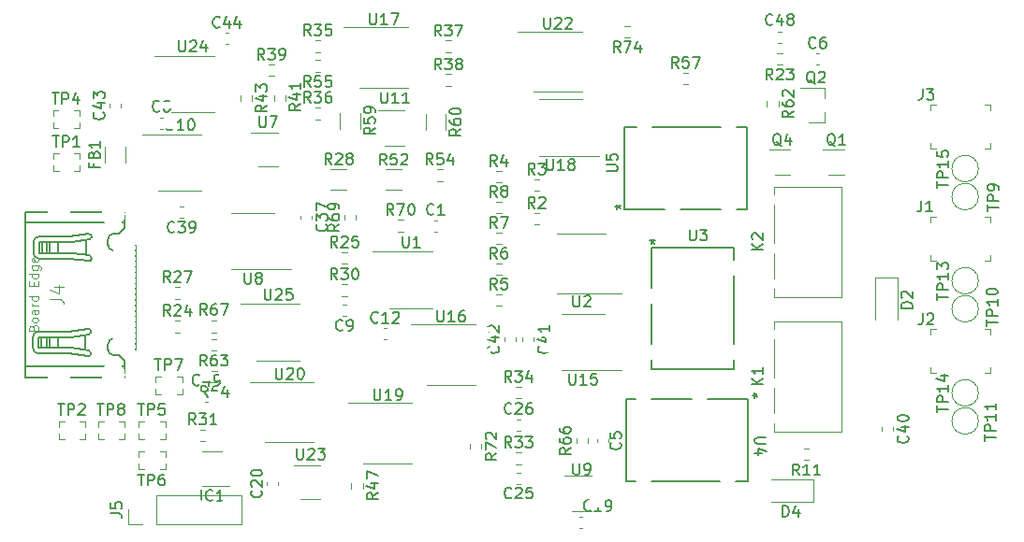
<source format=gto>
G04 #@! TF.GenerationSoftware,KiCad,Pcbnew,(5.1.12-1-10_14)*
G04 #@! TF.CreationDate,2022-04-11T16:53:27-05:00*
G04 #@! TF.ProjectId,bath_clamp,62617468-5f63-46c6-916d-702e6b696361,rev?*
G04 #@! TF.SameCoordinates,Original*
G04 #@! TF.FileFunction,Legend,Top*
G04 #@! TF.FilePolarity,Positive*
%FSLAX46Y46*%
G04 Gerber Fmt 4.6, Leading zero omitted, Abs format (unit mm)*
G04 Created by KiCad (PCBNEW (5.1.12-1-10_14)) date 2022-04-11 16:53:27*
%MOMM*%
%LPD*%
G01*
G04 APERTURE LIST*
%ADD10C,0.120000*%
%ADD11C,0.127000*%
%ADD12C,0.100000*%
%ADD13C,0.152400*%
%ADD14C,0.150000*%
%ADD15C,0.096520*%
%ADD16C,5.600000*%
%ADD17C,1.500000*%
%ADD18O,1.700000X1.700000*%
%ADD19R,1.700000X1.700000*%
%ADD20R,2.000000X0.650000*%
%ADD21R,1.200000X1.200000*%
%ADD22C,1.200000*%
%ADD23R,1.220000X0.650000*%
%ADD24C,2.153200*%
%ADD25C,2.082800*%
%ADD26R,2.200000X1.450000*%
%ADD27R,0.812800X2.667000*%
%ADD28R,1.100000X1.100000*%
%ADD29R,1.060000X0.650000*%
%ADD30R,0.650000X0.400000*%
%ADD31C,5.599999*%
%ADD32R,2.667000X0.812800*%
%ADD33R,0.900000X0.800000*%
G04 APERTURE END LIST*
D10*
X85600000Y33490000D02*
G75*
G03*
X85600000Y33490000I-1200000J0D01*
G01*
X85600000Y13170000D02*
G75*
G03*
X85600000Y13170000I-1200000J0D01*
G01*
X85600000Y23330000D02*
G75*
G03*
X85600000Y23330000I-1200000J0D01*
G01*
X85600000Y10630000D02*
G75*
G03*
X85600000Y10630000I-1200000J0D01*
G01*
X85600000Y20790000D02*
G75*
G03*
X85600000Y20790000I-1200000J0D01*
G01*
X85600000Y30950000D02*
G75*
G03*
X85600000Y30950000I-1200000J0D01*
G01*
X18950000Y1270000D02*
X18950000Y3930000D01*
X11270000Y1270000D02*
X18950000Y1270000D01*
X11270000Y3930000D02*
X18950000Y3930000D01*
X11270000Y1270000D02*
X11270000Y3930000D01*
X10000000Y1270000D02*
X8670000Y1270000D01*
X8670000Y1270000D02*
X8670000Y2600000D01*
X15632820Y13362400D02*
X15913980Y13362400D01*
X15632820Y12342400D02*
X15913980Y12342400D01*
X47548800Y40432300D02*
X49748800Y40432300D01*
X47548800Y40432300D02*
X45348800Y40432300D01*
X47548800Y45902300D02*
X49748800Y45902300D01*
X47548800Y45902300D02*
X43948800Y45902300D01*
X17136000Y7846500D02*
X15376000Y7846500D01*
X15376000Y4776500D02*
X17806000Y4776500D01*
X73184000Y21850500D02*
X73184000Y31850500D01*
X73104000Y31850500D02*
X67104000Y31850500D01*
X73104000Y21850500D02*
X67104000Y21850500D01*
X67104000Y21850500D02*
X67104000Y31850500D01*
X67104000Y9658500D02*
X67104000Y19658500D01*
X73104000Y9658500D02*
X67104000Y9658500D01*
X73104000Y19658500D02*
X67104000Y19658500D01*
X73184000Y9658500D02*
X73184000Y19658500D01*
X22216000Y36752500D02*
X19786000Y36752500D01*
X20456000Y33682500D02*
X22216000Y33682500D01*
X47802800Y34638300D02*
X51252800Y34638300D01*
X47802800Y34638300D02*
X45852800Y34638300D01*
X47802800Y39758300D02*
X49752800Y39758300D01*
X47802800Y39758300D02*
X45852800Y39758300D01*
X54085258Y46433000D02*
X53610742Y46433000D01*
X54085258Y45388000D02*
X53610742Y45388000D01*
X39609500Y8555758D02*
X39609500Y8081242D01*
X40654500Y8555758D02*
X40654500Y8081242D01*
X50306500Y8589242D02*
X50306500Y9063758D01*
X49261500Y8589242D02*
X49261500Y9063758D01*
X67755380Y45912500D02*
X67474220Y45912500D01*
X67755380Y44892500D02*
X67474220Y44892500D01*
X49772180Y1907000D02*
X49491020Y1907000D01*
X49772180Y887000D02*
X49491020Y887000D01*
X8428400Y34035948D02*
X8428400Y35458452D01*
X6608400Y34035948D02*
X6608400Y35458452D01*
X17755480Y45785500D02*
X17474320Y45785500D01*
X17755480Y44765500D02*
X17474320Y44765500D01*
X8028400Y39064320D02*
X8028400Y39345480D01*
X7008400Y39064320D02*
X7008400Y39345480D01*
X42720800Y17880720D02*
X42720800Y18161880D01*
X43740800Y17880720D02*
X43740800Y18161880D01*
X45391800Y18161880D02*
X45391800Y17880720D01*
X44371800Y18161880D02*
X44371800Y17880720D01*
X77903800Y10033880D02*
X77903800Y9752720D01*
X76883800Y10033880D02*
X76883800Y9752720D01*
X13653380Y29068300D02*
X13372220Y29068300D01*
X13653380Y30088300D02*
X13372220Y30088300D01*
D11*
X8368800Y28085300D02*
X8368800Y28585300D01*
X8368800Y28585300D02*
X8368800Y29585300D01*
X8368800Y29585300D02*
X2868800Y29585300D01*
X2868800Y29585300D02*
X1868800Y29585300D01*
X1868800Y29585300D02*
X-631200Y29585300D01*
X-631200Y29585300D02*
X-631200Y28585300D01*
X-631200Y28585300D02*
X-631200Y15585300D01*
X-631200Y15585300D02*
X-631200Y14585300D01*
X-631200Y14585300D02*
X1868800Y14585300D01*
X1868800Y14585300D02*
X2868800Y14585300D01*
X2868800Y14585300D02*
X8368800Y14585300D01*
X8368800Y14585300D02*
X8368800Y15585300D01*
X8368800Y15585300D02*
X8368800Y16085300D01*
X8368800Y28085300D02*
X7868800Y27585300D01*
X7868800Y27585300D02*
X7368800Y27585300D01*
X6868800Y27085300D02*
X6868800Y26585300D01*
X7368800Y26085300D02*
X7868800Y26085300D01*
X7868800Y26085300D02*
X8368800Y25585300D01*
X8368800Y25585300D02*
X8368800Y24585300D01*
X8368800Y24585300D02*
X8068800Y24585300D01*
X7868800Y24385300D02*
X7868800Y24285300D01*
X8068800Y24085300D02*
X8368800Y24085300D01*
X8368800Y24085300D02*
X8368800Y20085300D01*
X8368800Y20085300D02*
X8068800Y20085300D01*
X7868800Y19885300D02*
X7868800Y19785300D01*
X8068800Y19585300D02*
X8368800Y19585300D01*
X8368800Y19585300D02*
X8368800Y18585300D01*
X8368800Y18585300D02*
X7868800Y18085300D01*
X7868800Y18085300D02*
X7368800Y18085300D01*
X6868800Y17585300D02*
X6868800Y17085300D01*
X7368800Y16585300D02*
X7868800Y16585300D01*
X7868800Y16585300D02*
X8368800Y16085300D01*
X8368800Y28585300D02*
X-631200Y28585300D01*
X8368800Y15585300D02*
X-631200Y15585300D01*
X2868800Y29585300D02*
X2868800Y30085300D01*
X2868800Y30085300D02*
X1868800Y30085300D01*
X1868800Y30085300D02*
X1868800Y29585300D01*
X1868800Y14585300D02*
X1868800Y14085300D01*
X1868800Y14085300D02*
X2868800Y14085300D01*
X2868800Y14085300D02*
X2868800Y14585300D01*
X3368800Y27335300D02*
X5144000Y27557200D01*
X5368800Y27358743D02*
X5368800Y27258759D01*
X5197081Y27060768D02*
X3618800Y26835300D01*
X3368800Y27335300D02*
X618800Y27335300D01*
X118800Y26835300D02*
X118800Y25835300D01*
X618800Y25335300D02*
X3368800Y25335300D01*
X5368800Y25411840D02*
X5368800Y25311856D01*
X5144000Y25113400D02*
X3368800Y25335300D01*
X3618800Y26835300D02*
X2368800Y26835300D01*
X2368800Y26835300D02*
X1618800Y26835300D01*
X1618800Y26835300D02*
X1368800Y26835300D01*
X1368800Y26835300D02*
X868800Y26835300D01*
X868800Y26835300D02*
X618800Y26835300D01*
X618800Y26835300D02*
X618800Y25835300D01*
X618800Y25835300D02*
X868800Y25835300D01*
X868800Y25835300D02*
X1368800Y25835300D01*
X1368800Y25835300D02*
X1618800Y25835300D01*
X1618800Y25835300D02*
X2368800Y25835300D01*
X2368800Y25835300D02*
X3618800Y25835300D01*
X3618800Y25835300D02*
X5197081Y25609831D01*
X868800Y26835300D02*
X868800Y25835300D01*
X1368800Y26835300D02*
X1368800Y25835300D01*
X1618800Y26835300D02*
X1618800Y25835300D01*
X2368800Y26835300D02*
X2368800Y25835300D01*
X4868800Y26985300D02*
X4868800Y25685300D01*
X3318800Y18735300D02*
X5094000Y18957200D01*
X5318800Y18758744D02*
X5318800Y18658760D01*
X5147081Y18460769D02*
X3568800Y18235300D01*
X3318800Y18735300D02*
X568800Y18735300D01*
X68800Y18235300D02*
X68800Y17235300D01*
X568800Y16735300D02*
X3318800Y16735300D01*
X5318800Y16811841D02*
X5318800Y16711857D01*
X5094000Y16513400D02*
X3318800Y16735300D01*
X3568800Y18235300D02*
X2318800Y18235300D01*
X2318800Y18235300D02*
X1568800Y18235300D01*
X1568800Y18235300D02*
X1318800Y18235300D01*
X1318800Y18235300D02*
X818800Y18235300D01*
X818800Y18235300D02*
X568800Y18235300D01*
X568800Y18235300D02*
X568800Y17235300D01*
X568800Y17235300D02*
X818800Y17235300D01*
X818800Y17235300D02*
X1318800Y17235300D01*
X1318800Y17235300D02*
X1568800Y17235300D01*
X1568800Y17235300D02*
X2318800Y17235300D01*
X2318800Y17235300D02*
X3568800Y17235300D01*
X3568800Y17235300D02*
X5147081Y17009832D01*
X818800Y18235300D02*
X818800Y17235300D01*
X1318800Y18235300D02*
X1318800Y17235300D01*
X1568800Y18235300D02*
X1568800Y17235300D01*
X2318800Y18235300D02*
X2318800Y17235300D01*
X4818800Y18385300D02*
X4818800Y17085300D01*
X9368800Y26585300D02*
X9368800Y17085300D01*
X5318798Y16811841D02*
G75*
G03*
X5147081Y17009832I-200001J0D01*
G01*
X5093998Y16513401D02*
G75*
G03*
X5318800Y16711857I24801J198457D01*
G01*
X568800Y16735300D02*
G75*
G02*
X68800Y17235300I0J500000D01*
G01*
X68800Y18235300D02*
G75*
G02*
X568800Y18735300I500000J0D01*
G01*
X5147079Y18460770D02*
G75*
G03*
X5318800Y18658760I-28280J197991D01*
G01*
X5318799Y18758743D02*
G75*
G03*
X5094000Y18957200I-199997J4D01*
G01*
X5368800Y25411839D02*
G75*
G03*
X5197081Y25609831I-200003J-1D01*
G01*
X5144000Y25113400D02*
G75*
G03*
X5368800Y25311856I24800J198456D01*
G01*
X618800Y25335300D02*
G75*
G02*
X118800Y25835300I0J500000D01*
G01*
X118800Y26835300D02*
G75*
G02*
X618800Y27335300I500000J0D01*
G01*
X5197081Y27060767D02*
G75*
G03*
X5368800Y27258759I-28282J197991D01*
G01*
X5368801Y27358741D02*
G75*
G03*
X5144000Y27557200I-199999J4D01*
G01*
X7368800Y16585300D02*
G75*
G02*
X6868800Y17085300I0J500000D01*
G01*
X6868800Y17585300D02*
G75*
G02*
X7368800Y18085300I500000J0D01*
G01*
X8068800Y19585300D02*
G75*
G02*
X7868800Y19785300I0J200000D01*
G01*
X7868800Y19885300D02*
G75*
G02*
X8068800Y20085300I200000J0D01*
G01*
X8068800Y24085300D02*
G75*
G02*
X7868800Y24285300I0J200000D01*
G01*
X7868800Y24385300D02*
G75*
G02*
X8068800Y24585300I200000J0D01*
G01*
X7368800Y26085300D02*
G75*
G02*
X6868800Y26585300I0J500000D01*
G01*
X6868800Y27085300D02*
G75*
G02*
X7368800Y27585300I500000J0D01*
G01*
D12*
X86700000Y35300000D02*
X86200000Y35300000D01*
X86700000Y35300000D02*
X86700000Y35800000D01*
X81300000Y35300000D02*
X81300000Y35800000D01*
X81300000Y35300000D02*
X81800000Y35300000D01*
X81300000Y39300000D02*
X81300000Y38800000D01*
X81300000Y39300000D02*
X81800000Y39300000D01*
X86700000Y39300000D02*
X86700000Y38800000D01*
X86700000Y39300000D02*
X86200000Y39300000D01*
X86700000Y14980000D02*
X86200000Y14980000D01*
X86700000Y14980000D02*
X86700000Y15480000D01*
X81300000Y14980000D02*
X81300000Y15480000D01*
X81300000Y14980000D02*
X81800000Y14980000D01*
X81300000Y18980000D02*
X81300000Y18480000D01*
X81300000Y18980000D02*
X81800000Y18980000D01*
X86700000Y18980000D02*
X86700000Y18480000D01*
X86700000Y18980000D02*
X86200000Y18980000D01*
X86700000Y25140000D02*
X86200000Y25140000D01*
X86700000Y25140000D02*
X86700000Y25640000D01*
X81300000Y25140000D02*
X81300000Y25640000D01*
X81300000Y25140000D02*
X81800000Y25140000D01*
X81300000Y29140000D02*
X81300000Y28640000D01*
X81300000Y29140000D02*
X81800000Y29140000D01*
X86700000Y29140000D02*
X86700000Y28640000D01*
X86700000Y29140000D02*
X86200000Y29140000D01*
X8362800Y8966300D02*
X8362800Y9466300D01*
X8362800Y8966300D02*
X7862800Y8966300D01*
X5962800Y9466300D02*
X5962800Y8966300D01*
X5962800Y8966300D02*
X6462800Y8966300D01*
X5962800Y10566300D02*
X5962800Y10066300D01*
X5962800Y10566300D02*
X6462800Y10566300D01*
X8362800Y10566300D02*
X8362800Y10066300D01*
X8362800Y10566300D02*
X7862800Y10566300D01*
X13569800Y13030300D02*
X13569800Y13530300D01*
X13569800Y13030300D02*
X13069800Y13030300D01*
X11169800Y13530300D02*
X11169800Y13030300D01*
X11169800Y13030300D02*
X11669800Y13030300D01*
X11169800Y14630300D02*
X11169800Y14130300D01*
X11169800Y14630300D02*
X11669800Y14630300D01*
X13569800Y14630300D02*
X13569800Y14130300D01*
X13569800Y14630300D02*
X13069800Y14630300D01*
X9645800Y7899300D02*
X9645800Y7399300D01*
X9645800Y7899300D02*
X10145800Y7899300D01*
X12045800Y7399300D02*
X12045800Y7899300D01*
X12045800Y7899300D02*
X11545800Y7899300D01*
X12045800Y6299300D02*
X12045800Y6799300D01*
X12045800Y6299300D02*
X11545800Y6299300D01*
X9645800Y6299300D02*
X9645800Y6799300D01*
X9645800Y6299300D02*
X10145800Y6299300D01*
X12045800Y8966300D02*
X12045800Y9466300D01*
X12045800Y8966300D02*
X11545800Y8966300D01*
X9645800Y9466300D02*
X9645800Y8966300D01*
X9645800Y8966300D02*
X10145800Y8966300D01*
X9645800Y10566300D02*
X9645800Y10066300D01*
X9645800Y10566300D02*
X10145800Y10566300D01*
X12045800Y10566300D02*
X12045800Y10066300D01*
X12045800Y10566300D02*
X11545800Y10566300D01*
X4286100Y37134900D02*
X4286100Y37634900D01*
X4286100Y37134900D02*
X3786100Y37134900D01*
X1886100Y37634900D02*
X1886100Y37134900D01*
X1886100Y37134900D02*
X2386100Y37134900D01*
X1886100Y38734900D02*
X1886100Y38234900D01*
X1886100Y38734900D02*
X2386100Y38734900D01*
X4286100Y38734900D02*
X4286100Y38234900D01*
X4286100Y38734900D02*
X3786100Y38734900D01*
X4806800Y8966300D02*
X4806800Y9466300D01*
X4806800Y8966300D02*
X4306800Y8966300D01*
X2406800Y9466300D02*
X2406800Y8966300D01*
X2406800Y8966300D02*
X2906800Y8966300D01*
X2406800Y10566300D02*
X2406800Y10066300D01*
X2406800Y10566300D02*
X2906800Y10566300D01*
X4806800Y10566300D02*
X4806800Y10066300D01*
X4806800Y10566300D02*
X4306800Y10566300D01*
X4324200Y33248700D02*
X4324200Y33748700D01*
X4324200Y33248700D02*
X3824200Y33248700D01*
X1924200Y33748700D02*
X1924200Y33248700D01*
X1924200Y33248700D02*
X2424200Y33248700D01*
X1924200Y34848700D02*
X1924200Y34348700D01*
X1924200Y34848700D02*
X2424200Y34848700D01*
X4324200Y34848700D02*
X4324200Y34348700D01*
X4324200Y34848700D02*
X3824200Y34848700D01*
D10*
X15193742Y8812000D02*
X15668258Y8812000D01*
X15193742Y9857000D02*
X15668258Y9857000D01*
X22277800Y4799720D02*
X22277800Y5080880D01*
X21257800Y4799720D02*
X21257800Y5080880D01*
D13*
X56137439Y37236400D02*
X62279159Y37236400D01*
X63757439Y37236400D02*
X64630300Y37236400D01*
X62279159Y29794200D02*
X58677439Y29794200D01*
X57199159Y29794200D02*
X53581300Y29794200D01*
X64630300Y37236400D02*
X64630300Y29794200D01*
X53581300Y37236400D02*
X54659159Y37236400D01*
X53581300Y29794200D02*
X53581300Y37236400D01*
X64630300Y29794200D02*
X63757439Y29794200D01*
X54659159Y37236400D02*
X53581300Y37236400D01*
X57199159Y37236400D02*
X56137439Y37236400D01*
X59739159Y37236400D02*
X58677439Y37236400D01*
X62279159Y37236400D02*
X61217439Y37236400D01*
X63757439Y29794200D02*
X64630300Y29794200D01*
X61217439Y29794200D02*
X62279159Y29794200D01*
X58677439Y29794200D02*
X59739159Y29794200D01*
X56137439Y29794200D02*
X57199159Y29794200D01*
X53581300Y29794200D02*
X54659159Y29794200D01*
X53581300Y37236400D02*
X53581300Y29794200D01*
X64630300Y37236400D02*
X63757439Y37236400D01*
X64630300Y29794200D02*
X64630300Y37236400D01*
D10*
X28007542Y21943800D02*
X28482058Y21943800D01*
X28007542Y22988800D02*
X28482058Y22988800D01*
X12894542Y21689800D02*
X13369058Y21689800D01*
X12894542Y22734800D02*
X13369058Y22734800D01*
X28007542Y24864800D02*
X28482058Y24864800D01*
X28007542Y25909800D02*
X28482058Y25909800D01*
X12894542Y18641800D02*
X13369058Y18641800D01*
X12894542Y19686800D02*
X13369058Y19686800D01*
X67852058Y43943800D02*
X67377542Y43943800D01*
X67852058Y42898800D02*
X67377542Y42898800D01*
X70265058Y8129800D02*
X69790542Y8129800D01*
X70265058Y7084800D02*
X69790542Y7084800D01*
X41977542Y29436800D02*
X42452058Y29436800D01*
X41977542Y30481800D02*
X42452058Y30481800D01*
X41977542Y26642800D02*
X42452058Y26642800D01*
X41977542Y27687800D02*
X42452058Y27687800D01*
X41977542Y23848800D02*
X42452058Y23848800D01*
X41977542Y24893800D02*
X42452058Y24893800D01*
X41977542Y21054800D02*
X42452058Y21054800D01*
X41977542Y22099800D02*
X42452058Y22099800D01*
X41977542Y32230800D02*
X42452058Y32230800D01*
X41977542Y33275800D02*
X42452058Y33275800D01*
X45406542Y31468800D02*
X45881058Y31468800D01*
X45406542Y32513800D02*
X45881058Y32513800D01*
X45406542Y28420800D02*
X45881058Y28420800D01*
X45406542Y29465800D02*
X45881058Y29465800D01*
X70703800Y3305300D02*
X66853800Y3305300D01*
X70703800Y5305300D02*
X66853800Y5305300D01*
X70703800Y3305300D02*
X70703800Y5305300D01*
X78266800Y23650300D02*
X78266800Y19800300D01*
X76266800Y23650300D02*
X76266800Y19800300D01*
X78266800Y23650300D02*
X76266800Y23650300D01*
X22275800Y21216300D02*
X18825800Y21216300D01*
X22275800Y21216300D02*
X24225800Y21216300D01*
X22275800Y16096300D02*
X20325800Y16096300D01*
X22275800Y16096300D02*
X24225800Y16096300D01*
X14528800Y38575300D02*
X16478800Y38575300D01*
X14528800Y38575300D02*
X12578800Y38575300D01*
X14528800Y43695300D02*
X16478800Y43695300D01*
X14528800Y43695300D02*
X11078800Y43695300D01*
X29275300Y28833042D02*
X29275300Y29307558D01*
X28230300Y28833042D02*
X28230300Y29307558D01*
X16671058Y19686800D02*
X16196542Y19686800D01*
X16671058Y18641800D02*
X16196542Y18641800D01*
X33087542Y27785800D02*
X33562058Y27785800D01*
X33087542Y28830800D02*
X33562058Y28830800D01*
X16671058Y18035800D02*
X16196542Y18035800D01*
X16671058Y16990800D02*
X16196542Y16990800D01*
X24305800Y29210880D02*
X24305800Y28929720D01*
X25325800Y29210880D02*
X25325800Y28929720D01*
X31916800Y35588300D02*
X33716800Y35588300D01*
X33716800Y38808300D02*
X31266800Y38808300D01*
X66457300Y39594558D02*
X66457300Y39120042D01*
X67502300Y39594558D02*
X67502300Y39120042D01*
X68568800Y35246800D02*
X66668800Y35246800D01*
X67168800Y32926800D02*
X68568800Y32926800D01*
X37896800Y19359300D02*
X34296800Y19359300D01*
X37896800Y19359300D02*
X40096800Y19359300D01*
X37896800Y13889300D02*
X35696800Y13889300D01*
X37896800Y13889300D02*
X40096800Y13889300D01*
X43852220Y9764300D02*
X44133380Y9764300D01*
X43852220Y10784300D02*
X44133380Y10784300D01*
X29662800Y38560364D02*
X29662800Y37106236D01*
X27842800Y38560364D02*
X27842800Y37106236D01*
X33416864Y31589300D02*
X31962736Y31589300D01*
X33416864Y33409300D02*
X31962736Y33409300D01*
X32181800Y6777300D02*
X34381800Y6777300D01*
X32181800Y6777300D02*
X29981800Y6777300D01*
X32181800Y12247300D02*
X34381800Y12247300D01*
X32181800Y12247300D02*
X28581800Y12247300D01*
X36643542Y33402800D02*
X37118058Y33402800D01*
X36643542Y32357800D02*
X37118058Y32357800D01*
X26076800Y6640800D02*
X23646800Y6640800D01*
X24316800Y3570800D02*
X26076800Y3570800D01*
X31800800Y46283300D02*
X28200800Y46283300D01*
X31800800Y46283300D02*
X34000800Y46283300D01*
X31800800Y40813300D02*
X29600800Y40813300D01*
X31800800Y40813300D02*
X34000800Y40813300D01*
X49834800Y15207300D02*
X53284800Y15207300D01*
X49834800Y15207300D02*
X47884800Y15207300D01*
X49834800Y20327300D02*
X51784800Y20327300D01*
X49834800Y20327300D02*
X47884800Y20327300D01*
X19989800Y29471300D02*
X18039800Y29471300D01*
X19989800Y29471300D02*
X21939800Y29471300D01*
X19989800Y24351300D02*
X18039800Y24351300D01*
X19989800Y24351300D02*
X23439800Y24351300D01*
X27009736Y33409300D02*
X28463864Y33409300D01*
X27009736Y31589300D02*
X28463864Y31589300D01*
X37880058Y45086800D02*
X37405542Y45086800D01*
X37880058Y44041800D02*
X37405542Y44041800D01*
X50607800Y5661300D02*
X48157800Y5661300D01*
X48807800Y2441300D02*
X50607800Y2441300D01*
X13385800Y36583300D02*
X9935800Y36583300D01*
X13385800Y36583300D02*
X15335800Y36583300D01*
X13385800Y31463300D02*
X11435800Y31463300D01*
X13385800Y31463300D02*
X15335800Y31463300D01*
X23291800Y14152300D02*
X19691800Y14152300D01*
X23291800Y14152300D02*
X25491800Y14152300D01*
X23291800Y8682300D02*
X21091800Y8682300D01*
X23291800Y8682300D02*
X25491800Y8682300D01*
X21878058Y42927800D02*
X21403542Y42927800D01*
X21878058Y41882800D02*
X21403542Y41882800D01*
X25594542Y44041800D02*
X26069058Y44041800D01*
X25594542Y45086800D02*
X26069058Y45086800D01*
X43755542Y12672800D02*
X44230058Y12672800D01*
X43755542Y13717800D02*
X44230058Y13717800D01*
X43755542Y6703800D02*
X44230058Y6703800D01*
X43755542Y7748800D02*
X44230058Y7748800D01*
X28865300Y4986558D02*
X28865300Y4512042D01*
X29910300Y4986558D02*
X29910300Y4512042D01*
X18832300Y40102558D02*
X18832300Y39628042D01*
X19877300Y40102558D02*
X19877300Y39628042D01*
X22925300Y39628042D02*
X22925300Y40102558D01*
X21880300Y39628042D02*
X21880300Y40102558D01*
D13*
X63461900Y23783661D02*
X63461900Y17641941D01*
X63461900Y16163661D02*
X63461900Y15290800D01*
X56019700Y17641941D02*
X56019700Y21243661D01*
X56019700Y22721941D02*
X56019700Y26339800D01*
X63461900Y15290800D02*
X56019700Y15290800D01*
X63461900Y26339800D02*
X63461900Y25261941D01*
X56019700Y26339800D02*
X63461900Y26339800D01*
X56019700Y15290800D02*
X56019700Y16163661D01*
X63461900Y25261941D02*
X63461900Y26339800D01*
X63461900Y22721941D02*
X63461900Y23783661D01*
X63461900Y20181941D02*
X63461900Y21243661D01*
X63461900Y17641941D02*
X63461900Y18703661D01*
X56019700Y16163661D02*
X56019700Y15290800D01*
X56019700Y18703661D02*
X56019700Y17641941D01*
X56019700Y21243661D02*
X56019700Y20181941D01*
X56019700Y23783661D02*
X56019700Y22721941D01*
X56019700Y26339800D02*
X56019700Y25261941D01*
X63461900Y26339800D02*
X56019700Y26339800D01*
X63461900Y15290800D02*
X63461900Y16163661D01*
X56019700Y15290800D02*
X63461900Y15290800D01*
D10*
X28385380Y21198300D02*
X28104220Y21198300D01*
X28385380Y20178300D02*
X28104220Y20178300D01*
X73458300Y35246800D02*
X71558300Y35246800D01*
X72058300Y32926800D02*
X73458300Y32926800D01*
D13*
X62201161Y5156200D02*
X56059441Y5156200D01*
X54581161Y5156200D02*
X53708300Y5156200D01*
X56059441Y12598400D02*
X59661161Y12598400D01*
X61139441Y12598400D02*
X64757300Y12598400D01*
X53708300Y5156200D02*
X53708300Y12598400D01*
X64757300Y5156200D02*
X63679441Y5156200D01*
X64757300Y12598400D02*
X64757300Y5156200D01*
X53708300Y12598400D02*
X54581161Y12598400D01*
X63679441Y5156200D02*
X64757300Y5156200D01*
X61139441Y5156200D02*
X62201161Y5156200D01*
X58599441Y5156200D02*
X59661161Y5156200D01*
X56059441Y5156200D02*
X57121161Y5156200D01*
X54581161Y12598400D02*
X53708300Y12598400D01*
X57121161Y12598400D02*
X56059441Y12598400D01*
X59661161Y12598400D02*
X58599441Y12598400D01*
X62201161Y12598400D02*
X61139441Y12598400D01*
X64757300Y12598400D02*
X63679441Y12598400D01*
X64757300Y5156200D02*
X64757300Y12598400D01*
X53708300Y5156200D02*
X54581161Y5156200D01*
X53708300Y12598400D02*
X53708300Y5156200D01*
D10*
X26069058Y42263800D02*
X25594542Y42263800D01*
X26069058Y43308800D02*
X25594542Y43308800D01*
X70903220Y42911300D02*
X71184380Y42911300D01*
X70903220Y43931300D02*
X71184380Y43931300D01*
X49707800Y22144300D02*
X53307800Y22144300D01*
X49707800Y22144300D02*
X47507800Y22144300D01*
X49707800Y27614300D02*
X51907800Y27614300D01*
X49707800Y27614300D02*
X47507800Y27614300D01*
X34277300Y25978800D02*
X30827300Y25978800D01*
X34277300Y25978800D02*
X36227300Y25978800D01*
X34277300Y20858800D02*
X32327300Y20858800D01*
X34277300Y20858800D02*
X36227300Y20858800D01*
X11824580Y38076600D02*
X11543420Y38076600D01*
X11824580Y37056600D02*
X11543420Y37056600D01*
X31787220Y18019300D02*
X32068380Y18019300D01*
X31787220Y19039300D02*
X32068380Y19039300D01*
X71676800Y37650300D02*
X70216800Y37650300D01*
X71676800Y40810300D02*
X69516800Y40810300D01*
X71676800Y40810300D02*
X71676800Y39880300D01*
X71676800Y37650300D02*
X71676800Y38580300D01*
X36359220Y27798300D02*
X36640380Y27798300D01*
X36359220Y28818300D02*
X36640380Y28818300D01*
X37409800Y38433364D02*
X37409800Y36979236D01*
X35589800Y38433364D02*
X35589800Y36979236D01*
X43852220Y4938300D02*
X44133380Y4938300D01*
X43852220Y5958300D02*
X44133380Y5958300D01*
X58868542Y42165800D02*
X59343058Y42165800D01*
X58868542Y41120800D02*
X59343058Y41120800D01*
X25594542Y37945800D02*
X26069058Y37945800D01*
X25594542Y38990800D02*
X26069058Y38990800D01*
X37880058Y42038800D02*
X37405542Y42038800D01*
X37880058Y40993800D02*
X37405542Y40993800D01*
X16734558Y15178300D02*
X16260042Y15178300D01*
X16734558Y14133300D02*
X16260042Y14133300D01*
X51102800Y8967080D02*
X51102800Y8685920D01*
X52122800Y8967080D02*
X52122800Y8685920D01*
D14*
X81854380Y31751904D02*
X81854380Y32323333D01*
X82854380Y32037619D02*
X81854380Y32037619D01*
X82854380Y32656666D02*
X81854380Y32656666D01*
X81854380Y33037619D01*
X81902000Y33132857D01*
X81949619Y33180476D01*
X82044857Y33228095D01*
X82187714Y33228095D01*
X82282952Y33180476D01*
X82330571Y33132857D01*
X82378190Y33037619D01*
X82378190Y32656666D01*
X82854380Y34180476D02*
X82854380Y33609047D01*
X82854380Y33894761D02*
X81854380Y33894761D01*
X81997238Y33799523D01*
X82092476Y33704285D01*
X82140095Y33609047D01*
X81854380Y35085238D02*
X81854380Y34609047D01*
X82330571Y34561428D01*
X82282952Y34609047D01*
X82235333Y34704285D01*
X82235333Y34942380D01*
X82282952Y35037619D01*
X82330571Y35085238D01*
X82425809Y35132857D01*
X82663904Y35132857D01*
X82759142Y35085238D01*
X82806761Y35037619D01*
X82854380Y34942380D01*
X82854380Y34704285D01*
X82806761Y34609047D01*
X82759142Y34561428D01*
X81854380Y11431904D02*
X81854380Y12003333D01*
X82854380Y11717619D02*
X81854380Y11717619D01*
X82854380Y12336666D02*
X81854380Y12336666D01*
X81854380Y12717619D01*
X81902000Y12812857D01*
X81949619Y12860476D01*
X82044857Y12908095D01*
X82187714Y12908095D01*
X82282952Y12860476D01*
X82330571Y12812857D01*
X82378190Y12717619D01*
X82378190Y12336666D01*
X82854380Y13860476D02*
X82854380Y13289047D01*
X82854380Y13574761D02*
X81854380Y13574761D01*
X81997238Y13479523D01*
X82092476Y13384285D01*
X82140095Y13289047D01*
X82187714Y14717619D02*
X82854380Y14717619D01*
X81806761Y14479523D02*
X82521047Y14241428D01*
X82521047Y14860476D01*
X81854380Y21591904D02*
X81854380Y22163333D01*
X82854380Y21877619D02*
X81854380Y21877619D01*
X82854380Y22496666D02*
X81854380Y22496666D01*
X81854380Y22877619D01*
X81902000Y22972857D01*
X81949619Y23020476D01*
X82044857Y23068095D01*
X82187714Y23068095D01*
X82282952Y23020476D01*
X82330571Y22972857D01*
X82378190Y22877619D01*
X82378190Y22496666D01*
X82854380Y24020476D02*
X82854380Y23449047D01*
X82854380Y23734761D02*
X81854380Y23734761D01*
X81997238Y23639523D01*
X82092476Y23544285D01*
X82140095Y23449047D01*
X81854380Y24353809D02*
X81854380Y24972857D01*
X82235333Y24639523D01*
X82235333Y24782380D01*
X82282952Y24877619D01*
X82330571Y24925238D01*
X82425809Y24972857D01*
X82663904Y24972857D01*
X82759142Y24925238D01*
X82806761Y24877619D01*
X82854380Y24782380D01*
X82854380Y24496666D01*
X82806761Y24401428D01*
X82759142Y24353809D01*
X86167980Y8828304D02*
X86167980Y9399733D01*
X87167980Y9114019D02*
X86167980Y9114019D01*
X87167980Y9733066D02*
X86167980Y9733066D01*
X86167980Y10114019D01*
X86215600Y10209257D01*
X86263219Y10256876D01*
X86358457Y10304495D01*
X86501314Y10304495D01*
X86596552Y10256876D01*
X86644171Y10209257D01*
X86691790Y10114019D01*
X86691790Y9733066D01*
X87167980Y11256876D02*
X87167980Y10685447D01*
X87167980Y10971161D02*
X86167980Y10971161D01*
X86310838Y10875923D01*
X86406076Y10780685D01*
X86453695Y10685447D01*
X87167980Y12209257D02*
X87167980Y11637828D01*
X87167980Y11923542D02*
X86167980Y11923542D01*
X86310838Y11828304D01*
X86406076Y11733066D01*
X86453695Y11637828D01*
X86320380Y19242304D02*
X86320380Y19813733D01*
X87320380Y19528019D02*
X86320380Y19528019D01*
X87320380Y20147066D02*
X86320380Y20147066D01*
X86320380Y20528019D01*
X86368000Y20623257D01*
X86415619Y20670876D01*
X86510857Y20718495D01*
X86653714Y20718495D01*
X86748952Y20670876D01*
X86796571Y20623257D01*
X86844190Y20528019D01*
X86844190Y20147066D01*
X87320380Y21670876D02*
X87320380Y21099447D01*
X87320380Y21385161D02*
X86320380Y21385161D01*
X86463238Y21289923D01*
X86558476Y21194685D01*
X86606095Y21099447D01*
X86320380Y22289923D02*
X86320380Y22385161D01*
X86368000Y22480400D01*
X86415619Y22528019D01*
X86510857Y22575638D01*
X86701333Y22623257D01*
X86939428Y22623257D01*
X87129904Y22575638D01*
X87225142Y22528019D01*
X87272761Y22480400D01*
X87320380Y22385161D01*
X87320380Y22289923D01*
X87272761Y22194685D01*
X87225142Y22147066D01*
X87129904Y22099447D01*
X86939428Y22051828D01*
X86701333Y22051828D01*
X86510857Y22099447D01*
X86415619Y22147066D01*
X86368000Y22194685D01*
X86320380Y22289923D01*
X86421980Y29649895D02*
X86421980Y30221323D01*
X87421980Y29935609D02*
X86421980Y29935609D01*
X87421980Y30554657D02*
X86421980Y30554657D01*
X86421980Y30935609D01*
X86469600Y31030847D01*
X86517219Y31078466D01*
X86612457Y31126085D01*
X86755314Y31126085D01*
X86850552Y31078466D01*
X86898171Y31030847D01*
X86945790Y30935609D01*
X86945790Y30554657D01*
X87421980Y31602276D02*
X87421980Y31792752D01*
X87374361Y31887990D01*
X87326742Y31935609D01*
X87183885Y32030847D01*
X86993409Y32078466D01*
X86612457Y32078466D01*
X86517219Y32030847D01*
X86469600Y31983228D01*
X86421980Y31887990D01*
X86421980Y31697514D01*
X86469600Y31602276D01*
X86517219Y31554657D01*
X86612457Y31507038D01*
X86850552Y31507038D01*
X86945790Y31554657D01*
X86993409Y31602276D01*
X87041028Y31697514D01*
X87041028Y31887990D01*
X86993409Y31983228D01*
X86945790Y32030847D01*
X86850552Y32078466D01*
X7122380Y2266666D02*
X7836666Y2266666D01*
X7979523Y2219047D01*
X8074761Y2123809D01*
X8122380Y1980952D01*
X8122380Y1885714D01*
X7122380Y3219047D02*
X7122380Y2742857D01*
X7598571Y2695238D01*
X7550952Y2742857D01*
X7503333Y2838095D01*
X7503333Y3076190D01*
X7550952Y3171428D01*
X7598571Y3219047D01*
X7693809Y3266666D01*
X7931904Y3266666D01*
X8027142Y3219047D01*
X8074761Y3171428D01*
X8122380Y3076190D01*
X8122380Y2838095D01*
X8074761Y2742857D01*
X8027142Y2695238D01*
X15130542Y13925257D02*
X15082923Y13877638D01*
X14940066Y13830019D01*
X14844828Y13830019D01*
X14701971Y13877638D01*
X14606733Y13972876D01*
X14559114Y14068114D01*
X14511495Y14258590D01*
X14511495Y14401447D01*
X14559114Y14591923D01*
X14606733Y14687161D01*
X14701971Y14782400D01*
X14844828Y14830019D01*
X14940066Y14830019D01*
X15082923Y14782400D01*
X15130542Y14734780D01*
X15987685Y14496685D02*
X15987685Y13830019D01*
X15749590Y14877638D02*
X15511495Y14163352D01*
X16130542Y14163352D01*
X16559114Y13830019D02*
X16749590Y13830019D01*
X16844828Y13877638D01*
X16892447Y13925257D01*
X16987685Y14068114D01*
X17035304Y14258590D01*
X17035304Y14639542D01*
X16987685Y14734780D01*
X16940066Y14782400D01*
X16844828Y14830019D01*
X16654352Y14830019D01*
X16559114Y14782400D01*
X16511495Y14734780D01*
X16463876Y14639542D01*
X16463876Y14401447D01*
X16511495Y14306209D01*
X16559114Y14258590D01*
X16654352Y14210971D01*
X16844828Y14210971D01*
X16940066Y14258590D01*
X16987685Y14306209D01*
X17035304Y14401447D01*
X46310704Y47164919D02*
X46310704Y46355395D01*
X46358323Y46260157D01*
X46405942Y46212538D01*
X46501180Y46164919D01*
X46691657Y46164919D01*
X46786895Y46212538D01*
X46834514Y46260157D01*
X46882133Y46355395D01*
X46882133Y47164919D01*
X47310704Y47069680D02*
X47358323Y47117300D01*
X47453561Y47164919D01*
X47691657Y47164919D01*
X47786895Y47117300D01*
X47834514Y47069680D01*
X47882133Y46974442D01*
X47882133Y46879204D01*
X47834514Y46736347D01*
X47263085Y46164919D01*
X47882133Y46164919D01*
X48263085Y47069680D02*
X48310704Y47117300D01*
X48405942Y47164919D01*
X48644038Y47164919D01*
X48739276Y47117300D01*
X48786895Y47069680D01*
X48834514Y46974442D01*
X48834514Y46879204D01*
X48786895Y46736347D01*
X48215466Y46164919D01*
X48834514Y46164919D01*
X15279809Y3384119D02*
X15279809Y4384119D01*
X16327428Y3479357D02*
X16279809Y3431738D01*
X16136952Y3384119D01*
X16041714Y3384119D01*
X15898857Y3431738D01*
X15803619Y3526976D01*
X15756000Y3622214D01*
X15708380Y3812690D01*
X15708380Y3955547D01*
X15756000Y4146023D01*
X15803619Y4241261D01*
X15898857Y4336500D01*
X16041714Y4384119D01*
X16136952Y4384119D01*
X16279809Y4336500D01*
X16327428Y4288880D01*
X17279809Y3384119D02*
X16708380Y3384119D01*
X16994095Y3384119D02*
X16994095Y4384119D01*
X16898857Y4241261D01*
X16803619Y4146023D01*
X16708380Y4098404D01*
X66111380Y26122404D02*
X65111380Y26122404D01*
X66111380Y26693833D02*
X65539952Y26265261D01*
X65111380Y26693833D02*
X65682809Y26122404D01*
X65206619Y27074785D02*
X65159000Y27122404D01*
X65111380Y27217642D01*
X65111380Y27455738D01*
X65159000Y27550976D01*
X65206619Y27598595D01*
X65301857Y27646214D01*
X65397095Y27646214D01*
X65539952Y27598595D01*
X66111380Y27027166D01*
X66111380Y27646214D01*
X66111380Y13930404D02*
X65111380Y13930404D01*
X66111380Y14501833D02*
X65539952Y14073261D01*
X65111380Y14501833D02*
X65682809Y13930404D01*
X66111380Y15454214D02*
X66111380Y14882785D01*
X66111380Y15168500D02*
X65111380Y15168500D01*
X65254238Y15073261D01*
X65349476Y14978023D01*
X65397095Y14882785D01*
X20574095Y38240119D02*
X20574095Y37430595D01*
X20621714Y37335357D01*
X20669333Y37287738D01*
X20764571Y37240119D01*
X20955047Y37240119D01*
X21050285Y37287738D01*
X21097904Y37335357D01*
X21145523Y37430595D01*
X21145523Y38240119D01*
X21526476Y38240119D02*
X22193142Y38240119D01*
X21764571Y37240119D01*
X46564704Y34345919D02*
X46564704Y33536395D01*
X46612323Y33441157D01*
X46659942Y33393538D01*
X46755180Y33345919D01*
X46945657Y33345919D01*
X47040895Y33393538D01*
X47088514Y33441157D01*
X47136133Y33536395D01*
X47136133Y34345919D01*
X48136133Y33345919D02*
X47564704Y33345919D01*
X47850419Y33345919D02*
X47850419Y34345919D01*
X47755180Y34203061D01*
X47659942Y34107823D01*
X47564704Y34060204D01*
X48707561Y33917347D02*
X48612323Y33964966D01*
X48564704Y34012585D01*
X48517085Y34107823D01*
X48517085Y34155442D01*
X48564704Y34250680D01*
X48612323Y34298300D01*
X48707561Y34345919D01*
X48898038Y34345919D01*
X48993276Y34298300D01*
X49040895Y34250680D01*
X49088514Y34155442D01*
X49088514Y34107823D01*
X49040895Y34012585D01*
X48993276Y33964966D01*
X48898038Y33917347D01*
X48707561Y33917347D01*
X48612323Y33869728D01*
X48564704Y33822109D01*
X48517085Y33726871D01*
X48517085Y33536395D01*
X48564704Y33441157D01*
X48612323Y33393538D01*
X48707561Y33345919D01*
X48898038Y33345919D01*
X48993276Y33393538D01*
X49040895Y33441157D01*
X49088514Y33536395D01*
X49088514Y33726871D01*
X49040895Y33822109D01*
X48993276Y33869728D01*
X48898038Y33917347D01*
X53205142Y44028119D02*
X52871809Y44504309D01*
X52633714Y44028119D02*
X52633714Y45028119D01*
X53014666Y45028119D01*
X53109904Y44980500D01*
X53157523Y44932880D01*
X53205142Y44837642D01*
X53205142Y44694785D01*
X53157523Y44599547D01*
X53109904Y44551928D01*
X53014666Y44504309D01*
X52633714Y44504309D01*
X53538476Y45028119D02*
X54205142Y45028119D01*
X53776571Y44028119D01*
X55014666Y44694785D02*
X55014666Y44028119D01*
X54776571Y45075738D02*
X54538476Y44361452D01*
X55157523Y44361452D01*
X42014380Y7675642D02*
X41538190Y7342309D01*
X42014380Y7104214D02*
X41014380Y7104214D01*
X41014380Y7485166D01*
X41062000Y7580404D01*
X41109619Y7628023D01*
X41204857Y7675642D01*
X41347714Y7675642D01*
X41442952Y7628023D01*
X41490571Y7580404D01*
X41538190Y7485166D01*
X41538190Y7104214D01*
X41014380Y8008976D02*
X41014380Y8675642D01*
X42014380Y8247071D01*
X41109619Y9008976D02*
X41062000Y9056595D01*
X41014380Y9151833D01*
X41014380Y9389928D01*
X41062000Y9485166D01*
X41109619Y9532785D01*
X41204857Y9580404D01*
X41300095Y9580404D01*
X41442952Y9532785D01*
X42014380Y8961357D01*
X42014380Y9580404D01*
X48712380Y8183642D02*
X48236190Y7850309D01*
X48712380Y7612214D02*
X47712380Y7612214D01*
X47712380Y7993166D01*
X47760000Y8088404D01*
X47807619Y8136023D01*
X47902857Y8183642D01*
X48045714Y8183642D01*
X48140952Y8136023D01*
X48188571Y8088404D01*
X48236190Y7993166D01*
X48236190Y7612214D01*
X47712380Y9040785D02*
X47712380Y8850309D01*
X47760000Y8755071D01*
X47807619Y8707452D01*
X47950476Y8612214D01*
X48140952Y8564595D01*
X48521904Y8564595D01*
X48617142Y8612214D01*
X48664761Y8659833D01*
X48712380Y8755071D01*
X48712380Y8945547D01*
X48664761Y9040785D01*
X48617142Y9088404D01*
X48521904Y9136023D01*
X48283809Y9136023D01*
X48188571Y9088404D01*
X48140952Y9040785D01*
X48093333Y8945547D01*
X48093333Y8755071D01*
X48140952Y8659833D01*
X48188571Y8612214D01*
X48283809Y8564595D01*
X47712380Y9993166D02*
X47712380Y9802690D01*
X47760000Y9707452D01*
X47807619Y9659833D01*
X47950476Y9564595D01*
X48140952Y9516976D01*
X48521904Y9516976D01*
X48617142Y9564595D01*
X48664761Y9612214D01*
X48712380Y9707452D01*
X48712380Y9897928D01*
X48664761Y9993166D01*
X48617142Y10040785D01*
X48521904Y10088404D01*
X48283809Y10088404D01*
X48188571Y10040785D01*
X48140952Y9993166D01*
X48093333Y9897928D01*
X48093333Y9707452D01*
X48140952Y9612214D01*
X48188571Y9564595D01*
X48283809Y9516976D01*
X66971942Y46569357D02*
X66924323Y46521738D01*
X66781466Y46474119D01*
X66686228Y46474119D01*
X66543371Y46521738D01*
X66448133Y46616976D01*
X66400514Y46712214D01*
X66352895Y46902690D01*
X66352895Y47045547D01*
X66400514Y47236023D01*
X66448133Y47331261D01*
X66543371Y47426500D01*
X66686228Y47474119D01*
X66781466Y47474119D01*
X66924323Y47426500D01*
X66971942Y47378880D01*
X67829085Y47140785D02*
X67829085Y46474119D01*
X67590990Y47521738D02*
X67352895Y46807452D01*
X67971942Y46807452D01*
X68495752Y47045547D02*
X68400514Y47093166D01*
X68352895Y47140785D01*
X68305276Y47236023D01*
X68305276Y47283642D01*
X68352895Y47378880D01*
X68400514Y47426500D01*
X68495752Y47474119D01*
X68686228Y47474119D01*
X68781466Y47426500D01*
X68829085Y47378880D01*
X68876704Y47283642D01*
X68876704Y47236023D01*
X68829085Y47140785D01*
X68781466Y47093166D01*
X68686228Y47045547D01*
X68495752Y47045547D01*
X68400514Y46997928D01*
X68352895Y46950309D01*
X68305276Y46855071D01*
X68305276Y46664595D01*
X68352895Y46569357D01*
X68400514Y46521738D01*
X68495752Y46474119D01*
X68686228Y46474119D01*
X68781466Y46521738D01*
X68829085Y46569357D01*
X68876704Y46664595D01*
X68876704Y46855071D01*
X68829085Y46950309D01*
X68781466Y46997928D01*
X68686228Y47045547D01*
X50512742Y2563857D02*
X50465123Y2516238D01*
X50322266Y2468619D01*
X50227028Y2468619D01*
X50084171Y2516238D01*
X49988933Y2611476D01*
X49941314Y2706714D01*
X49893695Y2897190D01*
X49893695Y3040047D01*
X49941314Y3230523D01*
X49988933Y3325761D01*
X50084171Y3421000D01*
X50227028Y3468619D01*
X50322266Y3468619D01*
X50465123Y3421000D01*
X50512742Y3373380D01*
X51465123Y2468619D02*
X50893695Y2468619D01*
X51179409Y2468619D02*
X51179409Y3468619D01*
X51084171Y3325761D01*
X50988933Y3230523D01*
X50893695Y3182904D01*
X51941314Y2468619D02*
X52131790Y2468619D01*
X52227028Y2516238D01*
X52274647Y2563857D01*
X52369885Y2706714D01*
X52417504Y2897190D01*
X52417504Y3278142D01*
X52369885Y3373380D01*
X52322266Y3421000D01*
X52227028Y3468619D01*
X52036552Y3468619D01*
X51941314Y3421000D01*
X51893695Y3373380D01*
X51846076Y3278142D01*
X51846076Y3040047D01*
X51893695Y2944809D01*
X51941314Y2897190D01*
X52036552Y2849571D01*
X52227028Y2849571D01*
X52322266Y2897190D01*
X52369885Y2944809D01*
X52417504Y3040047D01*
X5596971Y33913866D02*
X5596971Y33580533D01*
X6120780Y33580533D02*
X5120780Y33580533D01*
X5120780Y34056723D01*
X5596971Y34771009D02*
X5644590Y34913866D01*
X5692209Y34961485D01*
X5787447Y35009104D01*
X5930304Y35009104D01*
X6025542Y34961485D01*
X6073161Y34913866D01*
X6120780Y34818628D01*
X6120780Y34437676D01*
X5120780Y34437676D01*
X5120780Y34771009D01*
X5168400Y34866247D01*
X5216019Y34913866D01*
X5311257Y34961485D01*
X5406495Y34961485D01*
X5501733Y34913866D01*
X5549352Y34866247D01*
X5596971Y34771009D01*
X5596971Y34437676D01*
X6120780Y35961485D02*
X6120780Y35390057D01*
X6120780Y35675771D02*
X5120780Y35675771D01*
X5263638Y35580533D01*
X5358876Y35485295D01*
X5406495Y35390057D01*
X16972042Y46340757D02*
X16924423Y46293138D01*
X16781566Y46245519D01*
X16686328Y46245519D01*
X16543471Y46293138D01*
X16448233Y46388376D01*
X16400614Y46483614D01*
X16352995Y46674090D01*
X16352995Y46816947D01*
X16400614Y47007423D01*
X16448233Y47102661D01*
X16543471Y47197900D01*
X16686328Y47245519D01*
X16781566Y47245519D01*
X16924423Y47197900D01*
X16972042Y47150280D01*
X17829185Y46912185D02*
X17829185Y46245519D01*
X17591090Y47293138D02*
X17352995Y46578852D01*
X17972042Y46578852D01*
X18781566Y46912185D02*
X18781566Y46245519D01*
X18543471Y47293138D02*
X18305376Y46578852D01*
X18924423Y46578852D01*
X6445542Y38562042D02*
X6493161Y38514423D01*
X6540780Y38371566D01*
X6540780Y38276328D01*
X6493161Y38133471D01*
X6397923Y38038233D01*
X6302685Y37990614D01*
X6112209Y37942995D01*
X5969352Y37942995D01*
X5778876Y37990614D01*
X5683638Y38038233D01*
X5588400Y38133471D01*
X5540780Y38276328D01*
X5540780Y38371566D01*
X5588400Y38514423D01*
X5636019Y38562042D01*
X5874114Y39419185D02*
X6540780Y39419185D01*
X5493161Y39181090D02*
X6207447Y38942995D01*
X6207447Y39562042D01*
X5540780Y39847757D02*
X5540780Y40466804D01*
X5921733Y40133471D01*
X5921733Y40276328D01*
X5969352Y40371566D01*
X6016971Y40419185D01*
X6112209Y40466804D01*
X6350304Y40466804D01*
X6445542Y40419185D01*
X6493161Y40371566D01*
X6540780Y40276328D01*
X6540780Y39990614D01*
X6493161Y39895376D01*
X6445542Y39847757D01*
X42157942Y17378442D02*
X42205561Y17330823D01*
X42253180Y17187966D01*
X42253180Y17092728D01*
X42205561Y16949871D01*
X42110323Y16854633D01*
X42015085Y16807014D01*
X41824609Y16759395D01*
X41681752Y16759395D01*
X41491276Y16807014D01*
X41396038Y16854633D01*
X41300800Y16949871D01*
X41253180Y17092728D01*
X41253180Y17187966D01*
X41300800Y17330823D01*
X41348419Y17378442D01*
X41586514Y18235585D02*
X42253180Y18235585D01*
X41205561Y17997490D02*
X41919847Y17759395D01*
X41919847Y18378442D01*
X41348419Y18711776D02*
X41300800Y18759395D01*
X41253180Y18854633D01*
X41253180Y19092728D01*
X41300800Y19187966D01*
X41348419Y19235585D01*
X41443657Y19283204D01*
X41538895Y19283204D01*
X41681752Y19235585D01*
X42253180Y18664157D01*
X42253180Y19283204D01*
X46668942Y17378442D02*
X46716561Y17330823D01*
X46764180Y17187966D01*
X46764180Y17092728D01*
X46716561Y16949871D01*
X46621323Y16854633D01*
X46526085Y16807014D01*
X46335609Y16759395D01*
X46192752Y16759395D01*
X46002276Y16807014D01*
X45907038Y16854633D01*
X45811800Y16949871D01*
X45764180Y17092728D01*
X45764180Y17187966D01*
X45811800Y17330823D01*
X45859419Y17378442D01*
X46097514Y18235585D02*
X46764180Y18235585D01*
X45716561Y17997490D02*
X46430847Y17759395D01*
X46430847Y18378442D01*
X46764180Y19283204D02*
X46764180Y18711776D01*
X46764180Y18997490D02*
X45764180Y18997490D01*
X45907038Y18902252D01*
X46002276Y18807014D01*
X46049895Y18711776D01*
X79180942Y9250442D02*
X79228561Y9202823D01*
X79276180Y9059966D01*
X79276180Y8964728D01*
X79228561Y8821871D01*
X79133323Y8726633D01*
X79038085Y8679014D01*
X78847609Y8631395D01*
X78704752Y8631395D01*
X78514276Y8679014D01*
X78419038Y8726633D01*
X78323800Y8821871D01*
X78276180Y8964728D01*
X78276180Y9059966D01*
X78323800Y9202823D01*
X78371419Y9250442D01*
X78609514Y10107585D02*
X79276180Y10107585D01*
X78228561Y9869490D02*
X78942847Y9631395D01*
X78942847Y10250442D01*
X78276180Y10821871D02*
X78276180Y10917109D01*
X78323800Y11012347D01*
X78371419Y11059966D01*
X78466657Y11107585D01*
X78657133Y11155204D01*
X78895228Y11155204D01*
X79085704Y11107585D01*
X79180942Y11059966D01*
X79228561Y11012347D01*
X79276180Y10917109D01*
X79276180Y10821871D01*
X79228561Y10726633D01*
X79180942Y10679014D01*
X79085704Y10631395D01*
X78895228Y10583776D01*
X78657133Y10583776D01*
X78466657Y10631395D01*
X78371419Y10679014D01*
X78323800Y10726633D01*
X78276180Y10821871D01*
X12869942Y27791157D02*
X12822323Y27743538D01*
X12679466Y27695919D01*
X12584228Y27695919D01*
X12441371Y27743538D01*
X12346133Y27838776D01*
X12298514Y27934014D01*
X12250895Y28124490D01*
X12250895Y28267347D01*
X12298514Y28457823D01*
X12346133Y28553061D01*
X12441371Y28648300D01*
X12584228Y28695919D01*
X12679466Y28695919D01*
X12822323Y28648300D01*
X12869942Y28600680D01*
X13203276Y28695919D02*
X13822323Y28695919D01*
X13488990Y28314966D01*
X13631847Y28314966D01*
X13727085Y28267347D01*
X13774704Y28219728D01*
X13822323Y28124490D01*
X13822323Y27886395D01*
X13774704Y27791157D01*
X13727085Y27743538D01*
X13631847Y27695919D01*
X13346133Y27695919D01*
X13250895Y27743538D01*
X13203276Y27791157D01*
X14298514Y27695919D02*
X14488990Y27695919D01*
X14584228Y27743538D01*
X14631847Y27791157D01*
X14727085Y27934014D01*
X14774704Y28124490D01*
X14774704Y28505442D01*
X14727085Y28600680D01*
X14679466Y28648300D01*
X14584228Y28695919D01*
X14393752Y28695919D01*
X14298514Y28648300D01*
X14250895Y28600680D01*
X14203276Y28505442D01*
X14203276Y28267347D01*
X14250895Y28172109D01*
X14298514Y28124490D01*
X14393752Y28076871D01*
X14584228Y28076871D01*
X14679466Y28124490D01*
X14727085Y28172109D01*
X14774704Y28267347D01*
D15*
X1628097Y21683133D02*
X2489883Y21683133D01*
X2662240Y21625680D01*
X2777145Y21510776D01*
X2834597Y21338419D01*
X2834597Y21223514D01*
X2030264Y22774728D02*
X2834597Y22774728D01*
X1570645Y22487466D02*
X2432430Y22200204D01*
X2432430Y22947085D01*
D12*
X111657Y19075776D02*
X149752Y19190061D01*
X187847Y19228157D01*
X264038Y19266252D01*
X378323Y19266252D01*
X454514Y19228157D01*
X492609Y19190061D01*
X530704Y19113871D01*
X530704Y18809109D01*
X-269295Y18809109D01*
X-269295Y19075776D01*
X-231200Y19151966D01*
X-193104Y19190061D01*
X-116914Y19228157D01*
X-40723Y19228157D01*
X35466Y19190061D01*
X73561Y19151966D01*
X111657Y19075776D01*
X111657Y18809109D01*
X530704Y19723395D02*
X492609Y19647204D01*
X454514Y19609109D01*
X378323Y19571014D01*
X149752Y19571014D01*
X73561Y19609109D01*
X35466Y19647204D01*
X-2628Y19723395D01*
X-2628Y19837680D01*
X35466Y19913871D01*
X73561Y19951966D01*
X149752Y19990061D01*
X378323Y19990061D01*
X454514Y19951966D01*
X492609Y19913871D01*
X530704Y19837680D01*
X530704Y19723395D01*
X530704Y20675776D02*
X111657Y20675776D01*
X35466Y20637680D01*
X-2628Y20561490D01*
X-2628Y20409109D01*
X35466Y20332919D01*
X492609Y20675776D02*
X530704Y20599585D01*
X530704Y20409109D01*
X492609Y20332919D01*
X416419Y20294823D01*
X340228Y20294823D01*
X264038Y20332919D01*
X225942Y20409109D01*
X225942Y20599585D01*
X187847Y20675776D01*
X530704Y21056728D02*
X-2628Y21056728D01*
X149752Y21056728D02*
X73561Y21094823D01*
X35466Y21132919D01*
X-2628Y21209109D01*
X-2628Y21285300D01*
X530704Y21894823D02*
X-269295Y21894823D01*
X492609Y21894823D02*
X530704Y21818633D01*
X530704Y21666252D01*
X492609Y21590061D01*
X454514Y21551966D01*
X378323Y21513871D01*
X149752Y21513871D01*
X73561Y21551966D01*
X35466Y21590061D01*
X-2628Y21666252D01*
X-2628Y21818633D01*
X35466Y21894823D01*
X111657Y22885300D02*
X111657Y23151966D01*
X530704Y23266252D02*
X530704Y22885300D01*
X-269295Y22885300D01*
X-269295Y23266252D01*
X530704Y23951966D02*
X-269295Y23951966D01*
X492609Y23951966D02*
X530704Y23875776D01*
X530704Y23723395D01*
X492609Y23647204D01*
X454514Y23609109D01*
X378323Y23571014D01*
X149752Y23571014D01*
X73561Y23609109D01*
X35466Y23647204D01*
X-2628Y23723395D01*
X-2628Y23875776D01*
X35466Y23951966D01*
X-2628Y24675776D02*
X644990Y24675776D01*
X721180Y24637680D01*
X759276Y24599585D01*
X797371Y24523395D01*
X797371Y24409109D01*
X759276Y24332919D01*
X492609Y24675776D02*
X530704Y24599585D01*
X530704Y24447204D01*
X492609Y24371014D01*
X454514Y24332919D01*
X378323Y24294823D01*
X149752Y24294823D01*
X73561Y24332919D01*
X35466Y24371014D01*
X-2628Y24447204D01*
X-2628Y24599585D01*
X35466Y24675776D01*
X492609Y25361490D02*
X530704Y25285300D01*
X530704Y25132919D01*
X492609Y25056728D01*
X416419Y25018633D01*
X111657Y25018633D01*
X35466Y25056728D01*
X-2628Y25132919D01*
X-2628Y25285300D01*
X35466Y25361490D01*
X111657Y25399585D01*
X187847Y25399585D01*
X264038Y25018633D01*
D14*
X80540266Y40730419D02*
X80540266Y40016133D01*
X80492647Y39873276D01*
X80397409Y39778038D01*
X80254552Y39730419D01*
X80159314Y39730419D01*
X80921219Y40730419D02*
X81540266Y40730419D01*
X81206933Y40349466D01*
X81349790Y40349466D01*
X81445028Y40301847D01*
X81492647Y40254228D01*
X81540266Y40158990D01*
X81540266Y39920895D01*
X81492647Y39825657D01*
X81445028Y39778038D01*
X81349790Y39730419D01*
X81064076Y39730419D01*
X80968838Y39778038D01*
X80921219Y39825657D01*
X80540266Y20359619D02*
X80540266Y19645333D01*
X80492647Y19502476D01*
X80397409Y19407238D01*
X80254552Y19359619D01*
X80159314Y19359619D01*
X80968838Y20264380D02*
X81016457Y20312000D01*
X81111695Y20359619D01*
X81349790Y20359619D01*
X81445028Y20312000D01*
X81492647Y20264380D01*
X81540266Y20169142D01*
X81540266Y20073904D01*
X81492647Y19931047D01*
X80921219Y19359619D01*
X81540266Y19359619D01*
X80438666Y30595819D02*
X80438666Y29881533D01*
X80391047Y29738676D01*
X80295809Y29643438D01*
X80152952Y29595819D01*
X80057714Y29595819D01*
X81438666Y29595819D02*
X80867238Y29595819D01*
X81152952Y29595819D02*
X81152952Y30595819D01*
X81057714Y30452961D01*
X80962476Y30357723D01*
X80867238Y30310104D01*
X5900895Y12173919D02*
X6472323Y12173919D01*
X6186609Y11173919D02*
X6186609Y12173919D01*
X6805657Y11173919D02*
X6805657Y12173919D01*
X7186609Y12173919D01*
X7281847Y12126300D01*
X7329466Y12078680D01*
X7377085Y11983442D01*
X7377085Y11840585D01*
X7329466Y11745347D01*
X7281847Y11697728D01*
X7186609Y11650109D01*
X6805657Y11650109D01*
X7948514Y11745347D02*
X7853276Y11792966D01*
X7805657Y11840585D01*
X7758038Y11935823D01*
X7758038Y11983442D01*
X7805657Y12078680D01*
X7853276Y12126300D01*
X7948514Y12173919D01*
X8138990Y12173919D01*
X8234228Y12126300D01*
X8281847Y12078680D01*
X8329466Y11983442D01*
X8329466Y11935823D01*
X8281847Y11840585D01*
X8234228Y11792966D01*
X8138990Y11745347D01*
X7948514Y11745347D01*
X7853276Y11697728D01*
X7805657Y11650109D01*
X7758038Y11554871D01*
X7758038Y11364395D01*
X7805657Y11269157D01*
X7853276Y11221538D01*
X7948514Y11173919D01*
X8138990Y11173919D01*
X8234228Y11221538D01*
X8281847Y11269157D01*
X8329466Y11364395D01*
X8329466Y11554871D01*
X8281847Y11650109D01*
X8234228Y11697728D01*
X8138990Y11745347D01*
X11107895Y16237919D02*
X11679323Y16237919D01*
X11393609Y15237919D02*
X11393609Y16237919D01*
X12012657Y15237919D02*
X12012657Y16237919D01*
X12393609Y16237919D01*
X12488847Y16190300D01*
X12536466Y16142680D01*
X12584085Y16047442D01*
X12584085Y15904585D01*
X12536466Y15809347D01*
X12488847Y15761728D01*
X12393609Y15714109D01*
X12012657Y15714109D01*
X12917419Y16237919D02*
X13584085Y16237919D01*
X13155514Y15237919D01*
X9583895Y5786919D02*
X10155323Y5786919D01*
X9869609Y4786919D02*
X9869609Y5786919D01*
X10488657Y4786919D02*
X10488657Y5786919D01*
X10869609Y5786919D01*
X10964847Y5739300D01*
X11012466Y5691680D01*
X11060085Y5596442D01*
X11060085Y5453585D01*
X11012466Y5358347D01*
X10964847Y5310728D01*
X10869609Y5263109D01*
X10488657Y5263109D01*
X11917228Y5786919D02*
X11726752Y5786919D01*
X11631514Y5739300D01*
X11583895Y5691680D01*
X11488657Y5548823D01*
X11441038Y5358347D01*
X11441038Y4977395D01*
X11488657Y4882157D01*
X11536276Y4834538D01*
X11631514Y4786919D01*
X11821990Y4786919D01*
X11917228Y4834538D01*
X11964847Y4882157D01*
X12012466Y4977395D01*
X12012466Y5215490D01*
X11964847Y5310728D01*
X11917228Y5358347D01*
X11821990Y5405966D01*
X11631514Y5405966D01*
X11536276Y5358347D01*
X11488657Y5310728D01*
X11441038Y5215490D01*
X9583895Y12173919D02*
X10155323Y12173919D01*
X9869609Y11173919D02*
X9869609Y12173919D01*
X10488657Y11173919D02*
X10488657Y12173919D01*
X10869609Y12173919D01*
X10964847Y12126300D01*
X11012466Y12078680D01*
X11060085Y11983442D01*
X11060085Y11840585D01*
X11012466Y11745347D01*
X10964847Y11697728D01*
X10869609Y11650109D01*
X10488657Y11650109D01*
X11964847Y12173919D02*
X11488657Y12173919D01*
X11441038Y11697728D01*
X11488657Y11745347D01*
X11583895Y11792966D01*
X11821990Y11792966D01*
X11917228Y11745347D01*
X11964847Y11697728D01*
X12012466Y11602490D01*
X12012466Y11364395D01*
X11964847Y11269157D01*
X11917228Y11221538D01*
X11821990Y11173919D01*
X11583895Y11173919D01*
X11488657Y11221538D01*
X11441038Y11269157D01*
X1824195Y40342519D02*
X2395623Y40342519D01*
X2109909Y39342519D02*
X2109909Y40342519D01*
X2728957Y39342519D02*
X2728957Y40342519D01*
X3109909Y40342519D01*
X3205147Y40294900D01*
X3252766Y40247280D01*
X3300385Y40152042D01*
X3300385Y40009185D01*
X3252766Y39913947D01*
X3205147Y39866328D01*
X3109909Y39818709D01*
X2728957Y39818709D01*
X4157528Y40009185D02*
X4157528Y39342519D01*
X3919433Y40390138D02*
X3681338Y39675852D01*
X4300385Y39675852D01*
X2344895Y12173919D02*
X2916323Y12173919D01*
X2630609Y11173919D02*
X2630609Y12173919D01*
X3249657Y11173919D02*
X3249657Y12173919D01*
X3630609Y12173919D01*
X3725847Y12126300D01*
X3773466Y12078680D01*
X3821085Y11983442D01*
X3821085Y11840585D01*
X3773466Y11745347D01*
X3725847Y11697728D01*
X3630609Y11650109D01*
X3249657Y11650109D01*
X4202038Y12078680D02*
X4249657Y12126300D01*
X4344895Y12173919D01*
X4582990Y12173919D01*
X4678228Y12126300D01*
X4725847Y12078680D01*
X4773466Y11983442D01*
X4773466Y11888204D01*
X4725847Y11745347D01*
X4154419Y11173919D01*
X4773466Y11173919D01*
X1862295Y36456319D02*
X2433723Y36456319D01*
X2148009Y35456319D02*
X2148009Y36456319D01*
X2767057Y35456319D02*
X2767057Y36456319D01*
X3148009Y36456319D01*
X3243247Y36408700D01*
X3290866Y36361080D01*
X3338485Y36265842D01*
X3338485Y36122985D01*
X3290866Y36027747D01*
X3243247Y35980128D01*
X3148009Y35932509D01*
X2767057Y35932509D01*
X4290866Y35456319D02*
X3719438Y35456319D01*
X4005152Y35456319D02*
X4005152Y36456319D01*
X3909914Y36313461D01*
X3814676Y36218223D01*
X3719438Y36170604D01*
X14788142Y10312119D02*
X14454809Y10788309D01*
X14216714Y10312119D02*
X14216714Y11312119D01*
X14597666Y11312119D01*
X14692904Y11264500D01*
X14740523Y11216880D01*
X14788142Y11121642D01*
X14788142Y10978785D01*
X14740523Y10883547D01*
X14692904Y10835928D01*
X14597666Y10788309D01*
X14216714Y10788309D01*
X15121476Y11312119D02*
X15740523Y11312119D01*
X15407190Y10931166D01*
X15550047Y10931166D01*
X15645285Y10883547D01*
X15692904Y10835928D01*
X15740523Y10740690D01*
X15740523Y10502595D01*
X15692904Y10407357D01*
X15645285Y10359738D01*
X15550047Y10312119D01*
X15264333Y10312119D01*
X15169095Y10359738D01*
X15121476Y10407357D01*
X16692904Y10312119D02*
X16121476Y10312119D01*
X16407190Y10312119D02*
X16407190Y11312119D01*
X16311952Y11169261D01*
X16216714Y11074023D01*
X16121476Y11026404D01*
X20694942Y4297442D02*
X20742561Y4249823D01*
X20790180Y4106966D01*
X20790180Y4011728D01*
X20742561Y3868871D01*
X20647323Y3773633D01*
X20552085Y3726014D01*
X20361609Y3678395D01*
X20218752Y3678395D01*
X20028276Y3726014D01*
X19933038Y3773633D01*
X19837800Y3868871D01*
X19790180Y4011728D01*
X19790180Y4106966D01*
X19837800Y4249823D01*
X19885419Y4297442D01*
X19885419Y4678395D02*
X19837800Y4726014D01*
X19790180Y4821252D01*
X19790180Y5059347D01*
X19837800Y5154585D01*
X19885419Y5202204D01*
X19980657Y5249823D01*
X20075895Y5249823D01*
X20218752Y5202204D01*
X20790180Y4630776D01*
X20790180Y5249823D01*
X19790180Y5868871D02*
X19790180Y5964109D01*
X19837800Y6059347D01*
X19885419Y6106966D01*
X19980657Y6154585D01*
X20171133Y6202204D01*
X20409228Y6202204D01*
X20599704Y6154585D01*
X20694942Y6106966D01*
X20742561Y6059347D01*
X20790180Y5964109D01*
X20790180Y5868871D01*
X20742561Y5773633D01*
X20694942Y5726014D01*
X20599704Y5678395D01*
X20409228Y5630776D01*
X20171133Y5630776D01*
X19980657Y5678395D01*
X19885419Y5726014D01*
X19837800Y5773633D01*
X19790180Y5868871D01*
X51958180Y33253395D02*
X52767704Y33253395D01*
X52862942Y33301014D01*
X52910561Y33348633D01*
X52958180Y33443871D01*
X52958180Y33634347D01*
X52910561Y33729585D01*
X52862942Y33777204D01*
X52767704Y33824823D01*
X51958180Y33824823D01*
X51958180Y34777204D02*
X51958180Y34301014D01*
X52434371Y34253395D01*
X52386752Y34301014D01*
X52339133Y34396252D01*
X52339133Y34634347D01*
X52386752Y34729585D01*
X52434371Y34777204D01*
X52529609Y34824823D01*
X52767704Y34824823D01*
X52862942Y34777204D01*
X52910561Y34729585D01*
X52958180Y34634347D01*
X52958180Y34396252D01*
X52910561Y34301014D01*
X52862942Y34253395D01*
X52766980Y30010100D02*
X53005076Y30010100D01*
X52909838Y29772004D02*
X53005076Y30010100D01*
X52909838Y30248195D01*
X53195552Y29867242D02*
X53005076Y30010100D01*
X53195552Y30152957D01*
X27601942Y23443919D02*
X27268609Y23920109D01*
X27030514Y23443919D02*
X27030514Y24443919D01*
X27411466Y24443919D01*
X27506704Y24396300D01*
X27554323Y24348680D01*
X27601942Y24253442D01*
X27601942Y24110585D01*
X27554323Y24015347D01*
X27506704Y23967728D01*
X27411466Y23920109D01*
X27030514Y23920109D01*
X27935276Y24443919D02*
X28554323Y24443919D01*
X28220990Y24062966D01*
X28363847Y24062966D01*
X28459085Y24015347D01*
X28506704Y23967728D01*
X28554323Y23872490D01*
X28554323Y23634395D01*
X28506704Y23539157D01*
X28459085Y23491538D01*
X28363847Y23443919D01*
X28078133Y23443919D01*
X27982895Y23491538D01*
X27935276Y23539157D01*
X29173371Y24443919D02*
X29268609Y24443919D01*
X29363847Y24396300D01*
X29411466Y24348680D01*
X29459085Y24253442D01*
X29506704Y24062966D01*
X29506704Y23824871D01*
X29459085Y23634395D01*
X29411466Y23539157D01*
X29363847Y23491538D01*
X29268609Y23443919D01*
X29173371Y23443919D01*
X29078133Y23491538D01*
X29030514Y23539157D01*
X28982895Y23634395D01*
X28935276Y23824871D01*
X28935276Y24062966D01*
X28982895Y24253442D01*
X29030514Y24348680D01*
X29078133Y24396300D01*
X29173371Y24443919D01*
X12488942Y23189919D02*
X12155609Y23666109D01*
X11917514Y23189919D02*
X11917514Y24189919D01*
X12298466Y24189919D01*
X12393704Y24142300D01*
X12441323Y24094680D01*
X12488942Y23999442D01*
X12488942Y23856585D01*
X12441323Y23761347D01*
X12393704Y23713728D01*
X12298466Y23666109D01*
X11917514Y23666109D01*
X12869895Y24094680D02*
X12917514Y24142300D01*
X13012752Y24189919D01*
X13250847Y24189919D01*
X13346085Y24142300D01*
X13393704Y24094680D01*
X13441323Y23999442D01*
X13441323Y23904204D01*
X13393704Y23761347D01*
X12822276Y23189919D01*
X13441323Y23189919D01*
X13774657Y24189919D02*
X14441323Y24189919D01*
X14012752Y23189919D01*
X27601942Y26364919D02*
X27268609Y26841109D01*
X27030514Y26364919D02*
X27030514Y27364919D01*
X27411466Y27364919D01*
X27506704Y27317300D01*
X27554323Y27269680D01*
X27601942Y27174442D01*
X27601942Y27031585D01*
X27554323Y26936347D01*
X27506704Y26888728D01*
X27411466Y26841109D01*
X27030514Y26841109D01*
X27982895Y27269680D02*
X28030514Y27317300D01*
X28125752Y27364919D01*
X28363847Y27364919D01*
X28459085Y27317300D01*
X28506704Y27269680D01*
X28554323Y27174442D01*
X28554323Y27079204D01*
X28506704Y26936347D01*
X27935276Y26364919D01*
X28554323Y26364919D01*
X29459085Y27364919D02*
X28982895Y27364919D01*
X28935276Y26888728D01*
X28982895Y26936347D01*
X29078133Y26983966D01*
X29316228Y26983966D01*
X29411466Y26936347D01*
X29459085Y26888728D01*
X29506704Y26793490D01*
X29506704Y26555395D01*
X29459085Y26460157D01*
X29411466Y26412538D01*
X29316228Y26364919D01*
X29078133Y26364919D01*
X28982895Y26412538D01*
X28935276Y26460157D01*
X12488942Y20141919D02*
X12155609Y20618109D01*
X11917514Y20141919D02*
X11917514Y21141919D01*
X12298466Y21141919D01*
X12393704Y21094300D01*
X12441323Y21046680D01*
X12488942Y20951442D01*
X12488942Y20808585D01*
X12441323Y20713347D01*
X12393704Y20665728D01*
X12298466Y20618109D01*
X11917514Y20618109D01*
X12869895Y21046680D02*
X12917514Y21094300D01*
X13012752Y21141919D01*
X13250847Y21141919D01*
X13346085Y21094300D01*
X13393704Y21046680D01*
X13441323Y20951442D01*
X13441323Y20856204D01*
X13393704Y20713347D01*
X12822276Y20141919D01*
X13441323Y20141919D01*
X14298466Y20808585D02*
X14298466Y20141919D01*
X14060371Y21189538D02*
X13822276Y20475252D01*
X14441323Y20475252D01*
X66971942Y41538919D02*
X66638609Y42015109D01*
X66400514Y41538919D02*
X66400514Y42538919D01*
X66781466Y42538919D01*
X66876704Y42491300D01*
X66924323Y42443680D01*
X66971942Y42348442D01*
X66971942Y42205585D01*
X66924323Y42110347D01*
X66876704Y42062728D01*
X66781466Y42015109D01*
X66400514Y42015109D01*
X67352895Y42443680D02*
X67400514Y42491300D01*
X67495752Y42538919D01*
X67733847Y42538919D01*
X67829085Y42491300D01*
X67876704Y42443680D01*
X67924323Y42348442D01*
X67924323Y42253204D01*
X67876704Y42110347D01*
X67305276Y41538919D01*
X67924323Y41538919D01*
X68257657Y42538919D02*
X68876704Y42538919D01*
X68543371Y42157966D01*
X68686228Y42157966D01*
X68781466Y42110347D01*
X68829085Y42062728D01*
X68876704Y41967490D01*
X68876704Y41729395D01*
X68829085Y41634157D01*
X68781466Y41586538D01*
X68686228Y41538919D01*
X68400514Y41538919D01*
X68305276Y41586538D01*
X68257657Y41634157D01*
X69384942Y5724919D02*
X69051609Y6201109D01*
X68813514Y5724919D02*
X68813514Y6724919D01*
X69194466Y6724919D01*
X69289704Y6677300D01*
X69337323Y6629680D01*
X69384942Y6534442D01*
X69384942Y6391585D01*
X69337323Y6296347D01*
X69289704Y6248728D01*
X69194466Y6201109D01*
X68813514Y6201109D01*
X70337323Y5724919D02*
X69765895Y5724919D01*
X70051609Y5724919D02*
X70051609Y6724919D01*
X69956371Y6582061D01*
X69861133Y6486823D01*
X69765895Y6439204D01*
X71289704Y5724919D02*
X70718276Y5724919D01*
X71003990Y5724919D02*
X71003990Y6724919D01*
X70908752Y6582061D01*
X70813514Y6486823D01*
X70718276Y6439204D01*
X42048133Y30936919D02*
X41714800Y31413109D01*
X41476704Y30936919D02*
X41476704Y31936919D01*
X41857657Y31936919D01*
X41952895Y31889300D01*
X42000514Y31841680D01*
X42048133Y31746442D01*
X42048133Y31603585D01*
X42000514Y31508347D01*
X41952895Y31460728D01*
X41857657Y31413109D01*
X41476704Y31413109D01*
X42619561Y31508347D02*
X42524323Y31555966D01*
X42476704Y31603585D01*
X42429085Y31698823D01*
X42429085Y31746442D01*
X42476704Y31841680D01*
X42524323Y31889300D01*
X42619561Y31936919D01*
X42810038Y31936919D01*
X42905276Y31889300D01*
X42952895Y31841680D01*
X43000514Y31746442D01*
X43000514Y31698823D01*
X42952895Y31603585D01*
X42905276Y31555966D01*
X42810038Y31508347D01*
X42619561Y31508347D01*
X42524323Y31460728D01*
X42476704Y31413109D01*
X42429085Y31317871D01*
X42429085Y31127395D01*
X42476704Y31032157D01*
X42524323Y30984538D01*
X42619561Y30936919D01*
X42810038Y30936919D01*
X42905276Y30984538D01*
X42952895Y31032157D01*
X43000514Y31127395D01*
X43000514Y31317871D01*
X42952895Y31413109D01*
X42905276Y31460728D01*
X42810038Y31508347D01*
X42048133Y28142919D02*
X41714800Y28619109D01*
X41476704Y28142919D02*
X41476704Y29142919D01*
X41857657Y29142919D01*
X41952895Y29095300D01*
X42000514Y29047680D01*
X42048133Y28952442D01*
X42048133Y28809585D01*
X42000514Y28714347D01*
X41952895Y28666728D01*
X41857657Y28619109D01*
X41476704Y28619109D01*
X42381466Y29142919D02*
X43048133Y29142919D01*
X42619561Y28142919D01*
X42048133Y25348919D02*
X41714800Y25825109D01*
X41476704Y25348919D02*
X41476704Y26348919D01*
X41857657Y26348919D01*
X41952895Y26301300D01*
X42000514Y26253680D01*
X42048133Y26158442D01*
X42048133Y26015585D01*
X42000514Y25920347D01*
X41952895Y25872728D01*
X41857657Y25825109D01*
X41476704Y25825109D01*
X42905276Y26348919D02*
X42714800Y26348919D01*
X42619561Y26301300D01*
X42571942Y26253680D01*
X42476704Y26110823D01*
X42429085Y25920347D01*
X42429085Y25539395D01*
X42476704Y25444157D01*
X42524323Y25396538D01*
X42619561Y25348919D01*
X42810038Y25348919D01*
X42905276Y25396538D01*
X42952895Y25444157D01*
X43000514Y25539395D01*
X43000514Y25777490D01*
X42952895Y25872728D01*
X42905276Y25920347D01*
X42810038Y25967966D01*
X42619561Y25967966D01*
X42524323Y25920347D01*
X42476704Y25872728D01*
X42429085Y25777490D01*
X42048133Y22554919D02*
X41714800Y23031109D01*
X41476704Y22554919D02*
X41476704Y23554919D01*
X41857657Y23554919D01*
X41952895Y23507300D01*
X42000514Y23459680D01*
X42048133Y23364442D01*
X42048133Y23221585D01*
X42000514Y23126347D01*
X41952895Y23078728D01*
X41857657Y23031109D01*
X41476704Y23031109D01*
X42952895Y23554919D02*
X42476704Y23554919D01*
X42429085Y23078728D01*
X42476704Y23126347D01*
X42571942Y23173966D01*
X42810038Y23173966D01*
X42905276Y23126347D01*
X42952895Y23078728D01*
X43000514Y22983490D01*
X43000514Y22745395D01*
X42952895Y22650157D01*
X42905276Y22602538D01*
X42810038Y22554919D01*
X42571942Y22554919D01*
X42476704Y22602538D01*
X42429085Y22650157D01*
X42048133Y33730919D02*
X41714800Y34207109D01*
X41476704Y33730919D02*
X41476704Y34730919D01*
X41857657Y34730919D01*
X41952895Y34683300D01*
X42000514Y34635680D01*
X42048133Y34540442D01*
X42048133Y34397585D01*
X42000514Y34302347D01*
X41952895Y34254728D01*
X41857657Y34207109D01*
X41476704Y34207109D01*
X42905276Y34397585D02*
X42905276Y33730919D01*
X42667180Y34778538D02*
X42429085Y34064252D01*
X43048133Y34064252D01*
X45477133Y32968919D02*
X45143800Y33445109D01*
X44905704Y32968919D02*
X44905704Y33968919D01*
X45286657Y33968919D01*
X45381895Y33921300D01*
X45429514Y33873680D01*
X45477133Y33778442D01*
X45477133Y33635585D01*
X45429514Y33540347D01*
X45381895Y33492728D01*
X45286657Y33445109D01*
X44905704Y33445109D01*
X45810466Y33968919D02*
X46429514Y33968919D01*
X46096180Y33587966D01*
X46239038Y33587966D01*
X46334276Y33540347D01*
X46381895Y33492728D01*
X46429514Y33397490D01*
X46429514Y33159395D01*
X46381895Y33064157D01*
X46334276Y33016538D01*
X46239038Y32968919D01*
X45953323Y32968919D01*
X45858085Y33016538D01*
X45810466Y33064157D01*
X45477133Y29920919D02*
X45143800Y30397109D01*
X44905704Y29920919D02*
X44905704Y30920919D01*
X45286657Y30920919D01*
X45381895Y30873300D01*
X45429514Y30825680D01*
X45477133Y30730442D01*
X45477133Y30587585D01*
X45429514Y30492347D01*
X45381895Y30444728D01*
X45286657Y30397109D01*
X44905704Y30397109D01*
X45858085Y30825680D02*
X45905704Y30873300D01*
X46000942Y30920919D01*
X46239038Y30920919D01*
X46334276Y30873300D01*
X46381895Y30825680D01*
X46429514Y30730442D01*
X46429514Y30635204D01*
X46381895Y30492347D01*
X45810466Y29920919D01*
X46429514Y29920919D01*
X67892704Y1947919D02*
X67892704Y2947919D01*
X68130800Y2947919D01*
X68273657Y2900300D01*
X68368895Y2805061D01*
X68416514Y2709823D01*
X68464133Y2519347D01*
X68464133Y2376490D01*
X68416514Y2186014D01*
X68368895Y2090776D01*
X68273657Y1995538D01*
X68130800Y1947919D01*
X67892704Y1947919D01*
X69321276Y2614585D02*
X69321276Y1947919D01*
X69083180Y2995538D02*
X68845085Y2281252D01*
X69464133Y2281252D01*
X79624180Y20839204D02*
X78624180Y20839204D01*
X78624180Y21077300D01*
X78671800Y21220157D01*
X78767038Y21315395D01*
X78862276Y21363014D01*
X79052752Y21410633D01*
X79195609Y21410633D01*
X79386085Y21363014D01*
X79481323Y21315395D01*
X79576561Y21220157D01*
X79624180Y21077300D01*
X79624180Y20839204D01*
X78719419Y21791585D02*
X78671800Y21839204D01*
X78624180Y21934442D01*
X78624180Y22172538D01*
X78671800Y22267776D01*
X78719419Y22315395D01*
X78814657Y22363014D01*
X78909895Y22363014D01*
X79052752Y22315395D01*
X79624180Y21743966D01*
X79624180Y22363014D01*
X21037704Y22603919D02*
X21037704Y21794395D01*
X21085323Y21699157D01*
X21132942Y21651538D01*
X21228180Y21603919D01*
X21418657Y21603919D01*
X21513895Y21651538D01*
X21561514Y21699157D01*
X21609133Y21794395D01*
X21609133Y22603919D01*
X22037704Y22508680D02*
X22085323Y22556300D01*
X22180561Y22603919D01*
X22418657Y22603919D01*
X22513895Y22556300D01*
X22561514Y22508680D01*
X22609133Y22413442D01*
X22609133Y22318204D01*
X22561514Y22175347D01*
X21990085Y21603919D01*
X22609133Y21603919D01*
X23513895Y22603919D02*
X23037704Y22603919D01*
X22990085Y22127728D01*
X23037704Y22175347D01*
X23132942Y22222966D01*
X23371038Y22222966D01*
X23466276Y22175347D01*
X23513895Y22127728D01*
X23561514Y22032490D01*
X23561514Y21794395D01*
X23513895Y21699157D01*
X23466276Y21651538D01*
X23371038Y21603919D01*
X23132942Y21603919D01*
X23037704Y21651538D01*
X22990085Y21699157D01*
X13290704Y45082919D02*
X13290704Y44273395D01*
X13338323Y44178157D01*
X13385942Y44130538D01*
X13481180Y44082919D01*
X13671657Y44082919D01*
X13766895Y44130538D01*
X13814514Y44178157D01*
X13862133Y44273395D01*
X13862133Y45082919D01*
X14290704Y44987680D02*
X14338323Y45035300D01*
X14433561Y45082919D01*
X14671657Y45082919D01*
X14766895Y45035300D01*
X14814514Y44987680D01*
X14862133Y44892442D01*
X14862133Y44797204D01*
X14814514Y44654347D01*
X14243085Y44082919D01*
X14862133Y44082919D01*
X15719276Y44749585D02*
X15719276Y44082919D01*
X15481180Y45130538D02*
X15243085Y44416252D01*
X15862133Y44416252D01*
X27775180Y28427442D02*
X27298990Y28094109D01*
X27775180Y27856014D02*
X26775180Y27856014D01*
X26775180Y28236966D01*
X26822800Y28332204D01*
X26870419Y28379823D01*
X26965657Y28427442D01*
X27108514Y28427442D01*
X27203752Y28379823D01*
X27251371Y28332204D01*
X27298990Y28236966D01*
X27298990Y27856014D01*
X26775180Y29284585D02*
X26775180Y29094109D01*
X26822800Y28998871D01*
X26870419Y28951252D01*
X27013276Y28856014D01*
X27203752Y28808395D01*
X27584704Y28808395D01*
X27679942Y28856014D01*
X27727561Y28903633D01*
X27775180Y28998871D01*
X27775180Y29189347D01*
X27727561Y29284585D01*
X27679942Y29332204D01*
X27584704Y29379823D01*
X27346609Y29379823D01*
X27251371Y29332204D01*
X27203752Y29284585D01*
X27156133Y29189347D01*
X27156133Y28998871D01*
X27203752Y28903633D01*
X27251371Y28856014D01*
X27346609Y28808395D01*
X27775180Y29856014D02*
X27775180Y30046490D01*
X27727561Y30141728D01*
X27679942Y30189347D01*
X27537085Y30284585D01*
X27346609Y30332204D01*
X26965657Y30332204D01*
X26870419Y30284585D01*
X26822800Y30236966D01*
X26775180Y30141728D01*
X26775180Y29951252D01*
X26822800Y29856014D01*
X26870419Y29808395D01*
X26965657Y29760776D01*
X27203752Y29760776D01*
X27298990Y29808395D01*
X27346609Y29856014D01*
X27394228Y29951252D01*
X27394228Y30141728D01*
X27346609Y30236966D01*
X27298990Y30284585D01*
X27203752Y30332204D01*
X15790942Y20235919D02*
X15457609Y20712109D01*
X15219514Y20235919D02*
X15219514Y21235919D01*
X15600466Y21235919D01*
X15695704Y21188300D01*
X15743323Y21140680D01*
X15790942Y21045442D01*
X15790942Y20902585D01*
X15743323Y20807347D01*
X15695704Y20759728D01*
X15600466Y20712109D01*
X15219514Y20712109D01*
X16648085Y21235919D02*
X16457609Y21235919D01*
X16362371Y21188300D01*
X16314752Y21140680D01*
X16219514Y20997823D01*
X16171895Y20807347D01*
X16171895Y20426395D01*
X16219514Y20331157D01*
X16267133Y20283538D01*
X16362371Y20235919D01*
X16552847Y20235919D01*
X16648085Y20283538D01*
X16695704Y20331157D01*
X16743323Y20426395D01*
X16743323Y20664490D01*
X16695704Y20759728D01*
X16648085Y20807347D01*
X16552847Y20854966D01*
X16362371Y20854966D01*
X16267133Y20807347D01*
X16219514Y20759728D01*
X16171895Y20664490D01*
X17076657Y21235919D02*
X17743323Y21235919D01*
X17314752Y20235919D01*
X32681942Y29285919D02*
X32348609Y29762109D01*
X32110514Y29285919D02*
X32110514Y30285919D01*
X32491466Y30285919D01*
X32586704Y30238300D01*
X32634323Y30190680D01*
X32681942Y30095442D01*
X32681942Y29952585D01*
X32634323Y29857347D01*
X32586704Y29809728D01*
X32491466Y29762109D01*
X32110514Y29762109D01*
X33015276Y30285919D02*
X33681942Y30285919D01*
X33253371Y29285919D01*
X34253371Y30285919D02*
X34348609Y30285919D01*
X34443847Y30238300D01*
X34491466Y30190680D01*
X34539085Y30095442D01*
X34586704Y29904966D01*
X34586704Y29666871D01*
X34539085Y29476395D01*
X34491466Y29381157D01*
X34443847Y29333538D01*
X34348609Y29285919D01*
X34253371Y29285919D01*
X34158133Y29333538D01*
X34110514Y29381157D01*
X34062895Y29476395D01*
X34015276Y29666871D01*
X34015276Y29904966D01*
X34062895Y30095442D01*
X34110514Y30190680D01*
X34158133Y30238300D01*
X34253371Y30285919D01*
X15790942Y15630919D02*
X15457609Y16107109D01*
X15219514Y15630919D02*
X15219514Y16630919D01*
X15600466Y16630919D01*
X15695704Y16583300D01*
X15743323Y16535680D01*
X15790942Y16440442D01*
X15790942Y16297585D01*
X15743323Y16202347D01*
X15695704Y16154728D01*
X15600466Y16107109D01*
X15219514Y16107109D01*
X16648085Y16630919D02*
X16457609Y16630919D01*
X16362371Y16583300D01*
X16314752Y16535680D01*
X16219514Y16392823D01*
X16171895Y16202347D01*
X16171895Y15821395D01*
X16219514Y15726157D01*
X16267133Y15678538D01*
X16362371Y15630919D01*
X16552847Y15630919D01*
X16648085Y15678538D01*
X16695704Y15726157D01*
X16743323Y15821395D01*
X16743323Y16059490D01*
X16695704Y16154728D01*
X16648085Y16202347D01*
X16552847Y16249966D01*
X16362371Y16249966D01*
X16267133Y16202347D01*
X16219514Y16154728D01*
X16171895Y16059490D01*
X17076657Y16630919D02*
X17695704Y16630919D01*
X17362371Y16249966D01*
X17505228Y16249966D01*
X17600466Y16202347D01*
X17648085Y16154728D01*
X17695704Y16059490D01*
X17695704Y15821395D01*
X17648085Y15726157D01*
X17600466Y15678538D01*
X17505228Y15630919D01*
X17219514Y15630919D01*
X17124276Y15678538D01*
X17076657Y15726157D01*
X26602942Y28427442D02*
X26650561Y28379823D01*
X26698180Y28236966D01*
X26698180Y28141728D01*
X26650561Y27998871D01*
X26555323Y27903633D01*
X26460085Y27856014D01*
X26269609Y27808395D01*
X26126752Y27808395D01*
X25936276Y27856014D01*
X25841038Y27903633D01*
X25745800Y27998871D01*
X25698180Y28141728D01*
X25698180Y28236966D01*
X25745800Y28379823D01*
X25793419Y28427442D01*
X25698180Y28760776D02*
X25698180Y29379823D01*
X26079133Y29046490D01*
X26079133Y29189347D01*
X26126752Y29284585D01*
X26174371Y29332204D01*
X26269609Y29379823D01*
X26507704Y29379823D01*
X26602942Y29332204D01*
X26650561Y29284585D01*
X26698180Y29189347D01*
X26698180Y28903633D01*
X26650561Y28808395D01*
X26602942Y28760776D01*
X25698180Y29713157D02*
X25698180Y30379823D01*
X26698180Y29951252D01*
X31578704Y40412919D02*
X31578704Y39603395D01*
X31626323Y39508157D01*
X31673942Y39460538D01*
X31769180Y39412919D01*
X31959657Y39412919D01*
X32054895Y39460538D01*
X32102514Y39508157D01*
X32150133Y39603395D01*
X32150133Y40412919D01*
X33150133Y39412919D02*
X32578704Y39412919D01*
X32864419Y39412919D02*
X32864419Y40412919D01*
X32769180Y40270061D01*
X32673942Y40174823D01*
X32578704Y40127204D01*
X34102514Y39412919D02*
X33531085Y39412919D01*
X33816800Y39412919D02*
X33816800Y40412919D01*
X33721561Y40270061D01*
X33626323Y40174823D01*
X33531085Y40127204D01*
X68862180Y38714442D02*
X68385990Y38381109D01*
X68862180Y38143014D02*
X67862180Y38143014D01*
X67862180Y38523966D01*
X67909800Y38619204D01*
X67957419Y38666823D01*
X68052657Y38714442D01*
X68195514Y38714442D01*
X68290752Y38666823D01*
X68338371Y38619204D01*
X68385990Y38523966D01*
X68385990Y38143014D01*
X67862180Y39571585D02*
X67862180Y39381109D01*
X67909800Y39285871D01*
X67957419Y39238252D01*
X68100276Y39143014D01*
X68290752Y39095395D01*
X68671704Y39095395D01*
X68766942Y39143014D01*
X68814561Y39190633D01*
X68862180Y39285871D01*
X68862180Y39476347D01*
X68814561Y39571585D01*
X68766942Y39619204D01*
X68671704Y39666823D01*
X68433609Y39666823D01*
X68338371Y39619204D01*
X68290752Y39571585D01*
X68243133Y39476347D01*
X68243133Y39285871D01*
X68290752Y39190633D01*
X68338371Y39143014D01*
X68433609Y39095395D01*
X67957419Y40047776D02*
X67909800Y40095395D01*
X67862180Y40190633D01*
X67862180Y40428728D01*
X67909800Y40523966D01*
X67957419Y40571585D01*
X68052657Y40619204D01*
X68147895Y40619204D01*
X68290752Y40571585D01*
X68862180Y40000157D01*
X68862180Y40619204D01*
X67773561Y35539180D02*
X67678323Y35586800D01*
X67583085Y35682038D01*
X67440228Y35824895D01*
X67344990Y35872514D01*
X67249752Y35872514D01*
X67297371Y35634419D02*
X67202133Y35682038D01*
X67106895Y35777276D01*
X67059276Y35967752D01*
X67059276Y36301085D01*
X67106895Y36491561D01*
X67202133Y36586800D01*
X67297371Y36634419D01*
X67487847Y36634419D01*
X67583085Y36586800D01*
X67678323Y36491561D01*
X67725942Y36301085D01*
X67725942Y35967752D01*
X67678323Y35777276D01*
X67583085Y35682038D01*
X67487847Y35634419D01*
X67297371Y35634419D01*
X68583085Y36301085D02*
X68583085Y35634419D01*
X68344990Y36682038D02*
X68106895Y35967752D01*
X68725942Y35967752D01*
X36658704Y20621919D02*
X36658704Y19812395D01*
X36706323Y19717157D01*
X36753942Y19669538D01*
X36849180Y19621919D01*
X37039657Y19621919D01*
X37134895Y19669538D01*
X37182514Y19717157D01*
X37230133Y19812395D01*
X37230133Y20621919D01*
X38230133Y19621919D02*
X37658704Y19621919D01*
X37944419Y19621919D02*
X37944419Y20621919D01*
X37849180Y20479061D01*
X37753942Y20383823D01*
X37658704Y20336204D01*
X39087276Y20621919D02*
X38896800Y20621919D01*
X38801561Y20574300D01*
X38753942Y20526680D01*
X38658704Y20383823D01*
X38611085Y20193347D01*
X38611085Y19812395D01*
X38658704Y19717157D01*
X38706323Y19669538D01*
X38801561Y19621919D01*
X38992038Y19621919D01*
X39087276Y19669538D01*
X39134895Y19717157D01*
X39182514Y19812395D01*
X39182514Y20050490D01*
X39134895Y20145728D01*
X39087276Y20193347D01*
X38992038Y20240966D01*
X38801561Y20240966D01*
X38706323Y20193347D01*
X38658704Y20145728D01*
X38611085Y20050490D01*
X43349942Y11347157D02*
X43302323Y11299538D01*
X43159466Y11251919D01*
X43064228Y11251919D01*
X42921371Y11299538D01*
X42826133Y11394776D01*
X42778514Y11490014D01*
X42730895Y11680490D01*
X42730895Y11823347D01*
X42778514Y12013823D01*
X42826133Y12109061D01*
X42921371Y12204300D01*
X43064228Y12251919D01*
X43159466Y12251919D01*
X43302323Y12204300D01*
X43349942Y12156680D01*
X43730895Y12156680D02*
X43778514Y12204300D01*
X43873752Y12251919D01*
X44111847Y12251919D01*
X44207085Y12204300D01*
X44254704Y12156680D01*
X44302323Y12061442D01*
X44302323Y11966204D01*
X44254704Y11823347D01*
X43683276Y11251919D01*
X44302323Y11251919D01*
X45159466Y12251919D02*
X44968990Y12251919D01*
X44873752Y12204300D01*
X44826133Y12156680D01*
X44730895Y12013823D01*
X44683276Y11823347D01*
X44683276Y11442395D01*
X44730895Y11347157D01*
X44778514Y11299538D01*
X44873752Y11251919D01*
X45064228Y11251919D01*
X45159466Y11299538D01*
X45207085Y11347157D01*
X45254704Y11442395D01*
X45254704Y11680490D01*
X45207085Y11775728D01*
X45159466Y11823347D01*
X45064228Y11870966D01*
X44873752Y11870966D01*
X44778514Y11823347D01*
X44730895Y11775728D01*
X44683276Y11680490D01*
X31025180Y37190442D02*
X30548990Y36857109D01*
X31025180Y36619014D02*
X30025180Y36619014D01*
X30025180Y36999966D01*
X30072800Y37095204D01*
X30120419Y37142823D01*
X30215657Y37190442D01*
X30358514Y37190442D01*
X30453752Y37142823D01*
X30501371Y37095204D01*
X30548990Y36999966D01*
X30548990Y36619014D01*
X30025180Y38095204D02*
X30025180Y37619014D01*
X30501371Y37571395D01*
X30453752Y37619014D01*
X30406133Y37714252D01*
X30406133Y37952347D01*
X30453752Y38047585D01*
X30501371Y38095204D01*
X30596609Y38142823D01*
X30834704Y38142823D01*
X30929942Y38095204D01*
X30977561Y38047585D01*
X31025180Y37952347D01*
X31025180Y37714252D01*
X30977561Y37619014D01*
X30929942Y37571395D01*
X31025180Y38619014D02*
X31025180Y38809490D01*
X30977561Y38904728D01*
X30929942Y38952347D01*
X30787085Y39047585D01*
X30596609Y39095204D01*
X30215657Y39095204D01*
X30120419Y39047585D01*
X30072800Y38999966D01*
X30025180Y38904728D01*
X30025180Y38714252D01*
X30072800Y38619014D01*
X30120419Y38571395D01*
X30215657Y38523776D01*
X30453752Y38523776D01*
X30548990Y38571395D01*
X30596609Y38619014D01*
X30644228Y38714252D01*
X30644228Y38904728D01*
X30596609Y38999966D01*
X30548990Y39047585D01*
X30453752Y39095204D01*
X32046942Y33824919D02*
X31713609Y34301109D01*
X31475514Y33824919D02*
X31475514Y34824919D01*
X31856466Y34824919D01*
X31951704Y34777300D01*
X31999323Y34729680D01*
X32046942Y34634442D01*
X32046942Y34491585D01*
X31999323Y34396347D01*
X31951704Y34348728D01*
X31856466Y34301109D01*
X31475514Y34301109D01*
X32951704Y34824919D02*
X32475514Y34824919D01*
X32427895Y34348728D01*
X32475514Y34396347D01*
X32570752Y34443966D01*
X32808847Y34443966D01*
X32904085Y34396347D01*
X32951704Y34348728D01*
X32999323Y34253490D01*
X32999323Y34015395D01*
X32951704Y33920157D01*
X32904085Y33872538D01*
X32808847Y33824919D01*
X32570752Y33824919D01*
X32475514Y33872538D01*
X32427895Y33920157D01*
X33380276Y34729680D02*
X33427895Y34777300D01*
X33523133Y34824919D01*
X33761228Y34824919D01*
X33856466Y34777300D01*
X33904085Y34729680D01*
X33951704Y34634442D01*
X33951704Y34539204D01*
X33904085Y34396347D01*
X33332657Y33824919D01*
X33951704Y33824919D01*
X30943704Y13509919D02*
X30943704Y12700395D01*
X30991323Y12605157D01*
X31038942Y12557538D01*
X31134180Y12509919D01*
X31324657Y12509919D01*
X31419895Y12557538D01*
X31467514Y12605157D01*
X31515133Y12700395D01*
X31515133Y13509919D01*
X32515133Y12509919D02*
X31943704Y12509919D01*
X32229419Y12509919D02*
X32229419Y13509919D01*
X32134180Y13367061D01*
X32038942Y13271823D01*
X31943704Y13224204D01*
X32991323Y12509919D02*
X33181800Y12509919D01*
X33277038Y12557538D01*
X33324657Y12605157D01*
X33419895Y12748014D01*
X33467514Y12938490D01*
X33467514Y13319442D01*
X33419895Y13414680D01*
X33372276Y13462300D01*
X33277038Y13509919D01*
X33086561Y13509919D01*
X32991323Y13462300D01*
X32943704Y13414680D01*
X32896085Y13319442D01*
X32896085Y13081347D01*
X32943704Y12986109D01*
X32991323Y12938490D01*
X33086561Y12890871D01*
X33277038Y12890871D01*
X33372276Y12938490D01*
X33419895Y12986109D01*
X33467514Y13081347D01*
X36237942Y33857919D02*
X35904609Y34334109D01*
X35666514Y33857919D02*
X35666514Y34857919D01*
X36047466Y34857919D01*
X36142704Y34810300D01*
X36190323Y34762680D01*
X36237942Y34667442D01*
X36237942Y34524585D01*
X36190323Y34429347D01*
X36142704Y34381728D01*
X36047466Y34334109D01*
X35666514Y34334109D01*
X37142704Y34857919D02*
X36666514Y34857919D01*
X36618895Y34381728D01*
X36666514Y34429347D01*
X36761752Y34476966D01*
X36999847Y34476966D01*
X37095085Y34429347D01*
X37142704Y34381728D01*
X37190323Y34286490D01*
X37190323Y34048395D01*
X37142704Y33953157D01*
X37095085Y33905538D01*
X36999847Y33857919D01*
X36761752Y33857919D01*
X36666514Y33905538D01*
X36618895Y33953157D01*
X38047466Y34524585D02*
X38047466Y33857919D01*
X37809371Y34905538D02*
X37571276Y34191252D01*
X38190323Y34191252D01*
X23958704Y8128419D02*
X23958704Y7318895D01*
X24006323Y7223657D01*
X24053942Y7176038D01*
X24149180Y7128419D01*
X24339657Y7128419D01*
X24434895Y7176038D01*
X24482514Y7223657D01*
X24530133Y7318895D01*
X24530133Y8128419D01*
X24958704Y8033180D02*
X25006323Y8080800D01*
X25101561Y8128419D01*
X25339657Y8128419D01*
X25434895Y8080800D01*
X25482514Y8033180D01*
X25530133Y7937942D01*
X25530133Y7842704D01*
X25482514Y7699847D01*
X24911085Y7128419D01*
X25530133Y7128419D01*
X25863466Y8128419D02*
X26482514Y8128419D01*
X26149180Y7747466D01*
X26292038Y7747466D01*
X26387276Y7699847D01*
X26434895Y7652228D01*
X26482514Y7556990D01*
X26482514Y7318895D01*
X26434895Y7223657D01*
X26387276Y7176038D01*
X26292038Y7128419D01*
X26006323Y7128419D01*
X25911085Y7176038D01*
X25863466Y7223657D01*
X30562704Y47545919D02*
X30562704Y46736395D01*
X30610323Y46641157D01*
X30657942Y46593538D01*
X30753180Y46545919D01*
X30943657Y46545919D01*
X31038895Y46593538D01*
X31086514Y46641157D01*
X31134133Y46736395D01*
X31134133Y47545919D01*
X32134133Y46545919D02*
X31562704Y46545919D01*
X31848419Y46545919D02*
X31848419Y47545919D01*
X31753180Y47403061D01*
X31657942Y47307823D01*
X31562704Y47260204D01*
X32467466Y47545919D02*
X33134133Y47545919D01*
X32705561Y46545919D01*
X48596704Y14914919D02*
X48596704Y14105395D01*
X48644323Y14010157D01*
X48691942Y13962538D01*
X48787180Y13914919D01*
X48977657Y13914919D01*
X49072895Y13962538D01*
X49120514Y14010157D01*
X49168133Y14105395D01*
X49168133Y14914919D01*
X50168133Y13914919D02*
X49596704Y13914919D01*
X49882419Y13914919D02*
X49882419Y14914919D01*
X49787180Y14772061D01*
X49691942Y14676823D01*
X49596704Y14629204D01*
X51072895Y14914919D02*
X50596704Y14914919D01*
X50549085Y14438728D01*
X50596704Y14486347D01*
X50691942Y14533966D01*
X50930038Y14533966D01*
X51025276Y14486347D01*
X51072895Y14438728D01*
X51120514Y14343490D01*
X51120514Y14105395D01*
X51072895Y14010157D01*
X51025276Y13962538D01*
X50930038Y13914919D01*
X50691942Y13914919D01*
X50596704Y13962538D01*
X50549085Y14010157D01*
X19227895Y24058919D02*
X19227895Y23249395D01*
X19275514Y23154157D01*
X19323133Y23106538D01*
X19418371Y23058919D01*
X19608847Y23058919D01*
X19704085Y23106538D01*
X19751704Y23154157D01*
X19799323Y23249395D01*
X19799323Y24058919D01*
X20418371Y23630347D02*
X20323133Y23677966D01*
X20275514Y23725585D01*
X20227895Y23820823D01*
X20227895Y23868442D01*
X20275514Y23963680D01*
X20323133Y24011300D01*
X20418371Y24058919D01*
X20608847Y24058919D01*
X20704085Y24011300D01*
X20751704Y23963680D01*
X20799323Y23868442D01*
X20799323Y23820823D01*
X20751704Y23725585D01*
X20704085Y23677966D01*
X20608847Y23630347D01*
X20418371Y23630347D01*
X20323133Y23582728D01*
X20275514Y23535109D01*
X20227895Y23439871D01*
X20227895Y23249395D01*
X20275514Y23154157D01*
X20323133Y23106538D01*
X20418371Y23058919D01*
X20608847Y23058919D01*
X20704085Y23106538D01*
X20751704Y23154157D01*
X20799323Y23249395D01*
X20799323Y23439871D01*
X20751704Y23535109D01*
X20704085Y23582728D01*
X20608847Y23630347D01*
X27093942Y33866919D02*
X26760609Y34343109D01*
X26522514Y33866919D02*
X26522514Y34866919D01*
X26903466Y34866919D01*
X26998704Y34819300D01*
X27046323Y34771680D01*
X27093942Y34676442D01*
X27093942Y34533585D01*
X27046323Y34438347D01*
X26998704Y34390728D01*
X26903466Y34343109D01*
X26522514Y34343109D01*
X27474895Y34771680D02*
X27522514Y34819300D01*
X27617752Y34866919D01*
X27855847Y34866919D01*
X27951085Y34819300D01*
X27998704Y34771680D01*
X28046323Y34676442D01*
X28046323Y34581204D01*
X27998704Y34438347D01*
X27427276Y33866919D01*
X28046323Y33866919D01*
X28617752Y34438347D02*
X28522514Y34485966D01*
X28474895Y34533585D01*
X28427276Y34628823D01*
X28427276Y34676442D01*
X28474895Y34771680D01*
X28522514Y34819300D01*
X28617752Y34866919D01*
X28808228Y34866919D01*
X28903466Y34819300D01*
X28951085Y34771680D01*
X28998704Y34676442D01*
X28998704Y34628823D01*
X28951085Y34533585D01*
X28903466Y34485966D01*
X28808228Y34438347D01*
X28617752Y34438347D01*
X28522514Y34390728D01*
X28474895Y34343109D01*
X28427276Y34247871D01*
X28427276Y34057395D01*
X28474895Y33962157D01*
X28522514Y33914538D01*
X28617752Y33866919D01*
X28808228Y33866919D01*
X28903466Y33914538D01*
X28951085Y33962157D01*
X28998704Y34057395D01*
X28998704Y34247871D01*
X28951085Y34343109D01*
X28903466Y34390728D01*
X28808228Y34438347D01*
X36999942Y45508919D02*
X36666609Y45985109D01*
X36428514Y45508919D02*
X36428514Y46508919D01*
X36809466Y46508919D01*
X36904704Y46461300D01*
X36952323Y46413680D01*
X36999942Y46318442D01*
X36999942Y46175585D01*
X36952323Y46080347D01*
X36904704Y46032728D01*
X36809466Y45985109D01*
X36428514Y45985109D01*
X37333276Y46508919D02*
X37952323Y46508919D01*
X37618990Y46127966D01*
X37761847Y46127966D01*
X37857085Y46080347D01*
X37904704Y46032728D01*
X37952323Y45937490D01*
X37952323Y45699395D01*
X37904704Y45604157D01*
X37857085Y45556538D01*
X37761847Y45508919D01*
X37476133Y45508919D01*
X37380895Y45556538D01*
X37333276Y45604157D01*
X38285657Y46508919D02*
X38952323Y46508919D01*
X38523752Y45508919D01*
X48945895Y6757919D02*
X48945895Y5948395D01*
X48993514Y5853157D01*
X49041133Y5805538D01*
X49136371Y5757919D01*
X49326847Y5757919D01*
X49422085Y5805538D01*
X49469704Y5853157D01*
X49517323Y5948395D01*
X49517323Y6757919D01*
X50041133Y5757919D02*
X50231609Y5757919D01*
X50326847Y5805538D01*
X50374466Y5853157D01*
X50469704Y5996014D01*
X50517323Y6186490D01*
X50517323Y6567442D01*
X50469704Y6662680D01*
X50422085Y6710300D01*
X50326847Y6757919D01*
X50136371Y6757919D01*
X50041133Y6710300D01*
X49993514Y6662680D01*
X49945895Y6567442D01*
X49945895Y6329347D01*
X49993514Y6234109D01*
X50041133Y6186490D01*
X50136371Y6138871D01*
X50326847Y6138871D01*
X50422085Y6186490D01*
X50469704Y6234109D01*
X50517323Y6329347D01*
X12147704Y37970919D02*
X12147704Y37161395D01*
X12195323Y37066157D01*
X12242942Y37018538D01*
X12338180Y36970919D01*
X12528657Y36970919D01*
X12623895Y37018538D01*
X12671514Y37066157D01*
X12719133Y37161395D01*
X12719133Y37970919D01*
X13719133Y36970919D02*
X13147704Y36970919D01*
X13433419Y36970919D02*
X13433419Y37970919D01*
X13338180Y37828061D01*
X13242942Y37732823D01*
X13147704Y37685204D01*
X14338180Y37970919D02*
X14433419Y37970919D01*
X14528657Y37923300D01*
X14576276Y37875680D01*
X14623895Y37780442D01*
X14671514Y37589966D01*
X14671514Y37351871D01*
X14623895Y37161395D01*
X14576276Y37066157D01*
X14528657Y37018538D01*
X14433419Y36970919D01*
X14338180Y36970919D01*
X14242942Y37018538D01*
X14195323Y37066157D01*
X14147704Y37161395D01*
X14100085Y37351871D01*
X14100085Y37589966D01*
X14147704Y37780442D01*
X14195323Y37875680D01*
X14242942Y37923300D01*
X14338180Y37970919D01*
X22053704Y15414919D02*
X22053704Y14605395D01*
X22101323Y14510157D01*
X22148942Y14462538D01*
X22244180Y14414919D01*
X22434657Y14414919D01*
X22529895Y14462538D01*
X22577514Y14510157D01*
X22625133Y14605395D01*
X22625133Y15414919D01*
X23053704Y15319680D02*
X23101323Y15367300D01*
X23196561Y15414919D01*
X23434657Y15414919D01*
X23529895Y15367300D01*
X23577514Y15319680D01*
X23625133Y15224442D01*
X23625133Y15129204D01*
X23577514Y14986347D01*
X23006085Y14414919D01*
X23625133Y14414919D01*
X24244180Y15414919D02*
X24339419Y15414919D01*
X24434657Y15367300D01*
X24482276Y15319680D01*
X24529895Y15224442D01*
X24577514Y15033966D01*
X24577514Y14795871D01*
X24529895Y14605395D01*
X24482276Y14510157D01*
X24434657Y14462538D01*
X24339419Y14414919D01*
X24244180Y14414919D01*
X24148942Y14462538D01*
X24101323Y14510157D01*
X24053704Y14605395D01*
X24006085Y14795871D01*
X24006085Y15033966D01*
X24053704Y15224442D01*
X24101323Y15319680D01*
X24148942Y15367300D01*
X24244180Y15414919D01*
X20997942Y43349919D02*
X20664609Y43826109D01*
X20426514Y43349919D02*
X20426514Y44349919D01*
X20807466Y44349919D01*
X20902704Y44302300D01*
X20950323Y44254680D01*
X20997942Y44159442D01*
X20997942Y44016585D01*
X20950323Y43921347D01*
X20902704Y43873728D01*
X20807466Y43826109D01*
X20426514Y43826109D01*
X21331276Y44349919D02*
X21950323Y44349919D01*
X21616990Y43968966D01*
X21759847Y43968966D01*
X21855085Y43921347D01*
X21902704Y43873728D01*
X21950323Y43778490D01*
X21950323Y43540395D01*
X21902704Y43445157D01*
X21855085Y43397538D01*
X21759847Y43349919D01*
X21474133Y43349919D01*
X21378895Y43397538D01*
X21331276Y43445157D01*
X22426514Y43349919D02*
X22616990Y43349919D01*
X22712228Y43397538D01*
X22759847Y43445157D01*
X22855085Y43588014D01*
X22902704Y43778490D01*
X22902704Y44159442D01*
X22855085Y44254680D01*
X22807466Y44302300D01*
X22712228Y44349919D01*
X22521752Y44349919D01*
X22426514Y44302300D01*
X22378895Y44254680D01*
X22331276Y44159442D01*
X22331276Y43921347D01*
X22378895Y43826109D01*
X22426514Y43778490D01*
X22521752Y43730871D01*
X22712228Y43730871D01*
X22807466Y43778490D01*
X22855085Y43826109D01*
X22902704Y43921347D01*
X25188942Y45541919D02*
X24855609Y46018109D01*
X24617514Y45541919D02*
X24617514Y46541919D01*
X24998466Y46541919D01*
X25093704Y46494300D01*
X25141323Y46446680D01*
X25188942Y46351442D01*
X25188942Y46208585D01*
X25141323Y46113347D01*
X25093704Y46065728D01*
X24998466Y46018109D01*
X24617514Y46018109D01*
X25522276Y46541919D02*
X26141323Y46541919D01*
X25807990Y46160966D01*
X25950847Y46160966D01*
X26046085Y46113347D01*
X26093704Y46065728D01*
X26141323Y45970490D01*
X26141323Y45732395D01*
X26093704Y45637157D01*
X26046085Y45589538D01*
X25950847Y45541919D01*
X25665133Y45541919D01*
X25569895Y45589538D01*
X25522276Y45637157D01*
X27046085Y46541919D02*
X26569895Y46541919D01*
X26522276Y46065728D01*
X26569895Y46113347D01*
X26665133Y46160966D01*
X26903228Y46160966D01*
X26998466Y46113347D01*
X27046085Y46065728D01*
X27093704Y45970490D01*
X27093704Y45732395D01*
X27046085Y45637157D01*
X26998466Y45589538D01*
X26903228Y45541919D01*
X26665133Y45541919D01*
X26569895Y45589538D01*
X26522276Y45637157D01*
X43349942Y14172919D02*
X43016609Y14649109D01*
X42778514Y14172919D02*
X42778514Y15172919D01*
X43159466Y15172919D01*
X43254704Y15125300D01*
X43302323Y15077680D01*
X43349942Y14982442D01*
X43349942Y14839585D01*
X43302323Y14744347D01*
X43254704Y14696728D01*
X43159466Y14649109D01*
X42778514Y14649109D01*
X43683276Y15172919D02*
X44302323Y15172919D01*
X43968990Y14791966D01*
X44111847Y14791966D01*
X44207085Y14744347D01*
X44254704Y14696728D01*
X44302323Y14601490D01*
X44302323Y14363395D01*
X44254704Y14268157D01*
X44207085Y14220538D01*
X44111847Y14172919D01*
X43826133Y14172919D01*
X43730895Y14220538D01*
X43683276Y14268157D01*
X45159466Y14839585D02*
X45159466Y14172919D01*
X44921371Y15220538D02*
X44683276Y14506252D01*
X45302323Y14506252D01*
X43349942Y8203919D02*
X43016609Y8680109D01*
X42778514Y8203919D02*
X42778514Y9203919D01*
X43159466Y9203919D01*
X43254704Y9156300D01*
X43302323Y9108680D01*
X43349942Y9013442D01*
X43349942Y8870585D01*
X43302323Y8775347D01*
X43254704Y8727728D01*
X43159466Y8680109D01*
X42778514Y8680109D01*
X43683276Y9203919D02*
X44302323Y9203919D01*
X43968990Y8822966D01*
X44111847Y8822966D01*
X44207085Y8775347D01*
X44254704Y8727728D01*
X44302323Y8632490D01*
X44302323Y8394395D01*
X44254704Y8299157D01*
X44207085Y8251538D01*
X44111847Y8203919D01*
X43826133Y8203919D01*
X43730895Y8251538D01*
X43683276Y8299157D01*
X44635657Y9203919D02*
X45254704Y9203919D01*
X44921371Y8822966D01*
X45064228Y8822966D01*
X45159466Y8775347D01*
X45207085Y8727728D01*
X45254704Y8632490D01*
X45254704Y8394395D01*
X45207085Y8299157D01*
X45159466Y8251538D01*
X45064228Y8203919D01*
X44778514Y8203919D01*
X44683276Y8251538D01*
X44635657Y8299157D01*
X31270180Y4106442D02*
X30793990Y3773109D01*
X31270180Y3535014D02*
X30270180Y3535014D01*
X30270180Y3915966D01*
X30317800Y4011204D01*
X30365419Y4058823D01*
X30460657Y4106442D01*
X30603514Y4106442D01*
X30698752Y4058823D01*
X30746371Y4011204D01*
X30793990Y3915966D01*
X30793990Y3535014D01*
X30603514Y4963585D02*
X31270180Y4963585D01*
X30222561Y4725490D02*
X30936847Y4487395D01*
X30936847Y5106442D01*
X30270180Y5392157D02*
X30270180Y6058823D01*
X31270180Y5630252D01*
X21237180Y39222442D02*
X20760990Y38889109D01*
X21237180Y38651014D02*
X20237180Y38651014D01*
X20237180Y39031966D01*
X20284800Y39127204D01*
X20332419Y39174823D01*
X20427657Y39222442D01*
X20570514Y39222442D01*
X20665752Y39174823D01*
X20713371Y39127204D01*
X20760990Y39031966D01*
X20760990Y38651014D01*
X20570514Y40079585D02*
X21237180Y40079585D01*
X20189561Y39841490D02*
X20903847Y39603395D01*
X20903847Y40222442D01*
X20237180Y40508157D02*
X20237180Y41127204D01*
X20618133Y40793871D01*
X20618133Y40936728D01*
X20665752Y41031966D01*
X20713371Y41079585D01*
X20808609Y41127204D01*
X21046704Y41127204D01*
X21141942Y41079585D01*
X21189561Y41031966D01*
X21237180Y40936728D01*
X21237180Y40651014D01*
X21189561Y40555776D01*
X21141942Y40508157D01*
X24252180Y39349442D02*
X23775990Y39016109D01*
X24252180Y38778014D02*
X23252180Y38778014D01*
X23252180Y39158966D01*
X23299800Y39254204D01*
X23347419Y39301823D01*
X23442657Y39349442D01*
X23585514Y39349442D01*
X23680752Y39301823D01*
X23728371Y39254204D01*
X23775990Y39158966D01*
X23775990Y38778014D01*
X23585514Y40206585D02*
X24252180Y40206585D01*
X23204561Y39968490D02*
X23918847Y39730395D01*
X23918847Y40349442D01*
X24252180Y41254204D02*
X24252180Y40682776D01*
X24252180Y40968490D02*
X23252180Y40968490D01*
X23395038Y40873252D01*
X23490276Y40778014D01*
X23537895Y40682776D01*
X59478895Y27962919D02*
X59478895Y27153395D01*
X59526514Y27058157D01*
X59574133Y27010538D01*
X59669371Y26962919D01*
X59859847Y26962919D01*
X59955085Y27010538D01*
X60002704Y27058157D01*
X60050323Y27153395D01*
X60050323Y27962919D01*
X60431276Y27962919D02*
X61050323Y27962919D01*
X60716990Y27581966D01*
X60859847Y27581966D01*
X60955085Y27534347D01*
X61002704Y27486728D01*
X61050323Y27391490D01*
X61050323Y27153395D01*
X61002704Y27058157D01*
X60955085Y27010538D01*
X60859847Y26962919D01*
X60574133Y26962919D01*
X60478895Y27010538D01*
X60431276Y27058157D01*
X56134000Y27128719D02*
X56134000Y26890623D01*
X55895904Y26985861D02*
X56134000Y26890623D01*
X56372095Y26985861D01*
X55991142Y26700147D02*
X56134000Y26890623D01*
X56276857Y26700147D01*
X28078133Y18901157D02*
X28030514Y18853538D01*
X27887657Y18805919D01*
X27792419Y18805919D01*
X27649561Y18853538D01*
X27554323Y18948776D01*
X27506704Y19044014D01*
X27459085Y19234490D01*
X27459085Y19377347D01*
X27506704Y19567823D01*
X27554323Y19663061D01*
X27649561Y19758300D01*
X27792419Y19805919D01*
X27887657Y19805919D01*
X28030514Y19758300D01*
X28078133Y19710680D01*
X28554323Y18805919D02*
X28744800Y18805919D01*
X28840038Y18853538D01*
X28887657Y18901157D01*
X28982895Y19044014D01*
X29030514Y19234490D01*
X29030514Y19615442D01*
X28982895Y19710680D01*
X28935276Y19758300D01*
X28840038Y19805919D01*
X28649561Y19805919D01*
X28554323Y19758300D01*
X28506704Y19710680D01*
X28459085Y19615442D01*
X28459085Y19377347D01*
X28506704Y19282109D01*
X28554323Y19234490D01*
X28649561Y19186871D01*
X28840038Y19186871D01*
X28935276Y19234490D01*
X28982895Y19282109D01*
X29030514Y19377347D01*
X72663061Y35539180D02*
X72567823Y35586800D01*
X72472585Y35682038D01*
X72329728Y35824895D01*
X72234490Y35872514D01*
X72139252Y35872514D01*
X72186871Y35634419D02*
X72091633Y35682038D01*
X71996395Y35777276D01*
X71948776Y35967752D01*
X71948776Y36301085D01*
X71996395Y36491561D01*
X72091633Y36586800D01*
X72186871Y36634419D01*
X72377347Y36634419D01*
X72472585Y36586800D01*
X72567823Y36491561D01*
X72615442Y36301085D01*
X72615442Y35967752D01*
X72567823Y35777276D01*
X72472585Y35682038D01*
X72377347Y35634419D01*
X72186871Y35634419D01*
X73567823Y35634419D02*
X72996395Y35634419D01*
X73282109Y35634419D02*
X73282109Y36634419D01*
X73186871Y36491561D01*
X73091633Y36396323D01*
X72996395Y36348704D01*
X66380419Y9139204D02*
X65570895Y9139204D01*
X65475657Y9091585D01*
X65428038Y9043966D01*
X65380419Y8948728D01*
X65380419Y8758252D01*
X65428038Y8663014D01*
X65475657Y8615395D01*
X65570895Y8567776D01*
X66380419Y8567776D01*
X66047085Y7663014D02*
X65380419Y7663014D01*
X66428038Y7901109D02*
X65713752Y8139204D01*
X65713752Y7520157D01*
X65162180Y12941300D02*
X65400276Y12941300D01*
X65305038Y12703204D02*
X65400276Y12941300D01*
X65305038Y13179395D01*
X65590752Y12798442D02*
X65400276Y12941300D01*
X65590752Y13084157D01*
X25188942Y40903919D02*
X24855609Y41380109D01*
X24617514Y40903919D02*
X24617514Y41903919D01*
X24998466Y41903919D01*
X25093704Y41856300D01*
X25141323Y41808680D01*
X25188942Y41713442D01*
X25188942Y41570585D01*
X25141323Y41475347D01*
X25093704Y41427728D01*
X24998466Y41380109D01*
X24617514Y41380109D01*
X26093704Y41903919D02*
X25617514Y41903919D01*
X25569895Y41427728D01*
X25617514Y41475347D01*
X25712752Y41522966D01*
X25950847Y41522966D01*
X26046085Y41475347D01*
X26093704Y41427728D01*
X26141323Y41332490D01*
X26141323Y41094395D01*
X26093704Y40999157D01*
X26046085Y40951538D01*
X25950847Y40903919D01*
X25712752Y40903919D01*
X25617514Y40951538D01*
X25569895Y40999157D01*
X27046085Y41903919D02*
X26569895Y41903919D01*
X26522276Y41427728D01*
X26569895Y41475347D01*
X26665133Y41522966D01*
X26903228Y41522966D01*
X26998466Y41475347D01*
X27046085Y41427728D01*
X27093704Y41332490D01*
X27093704Y41094395D01*
X27046085Y40999157D01*
X26998466Y40951538D01*
X26903228Y40903919D01*
X26665133Y40903919D01*
X26569895Y40951538D01*
X26522276Y40999157D01*
X70877133Y44494157D02*
X70829514Y44446538D01*
X70686657Y44398919D01*
X70591419Y44398919D01*
X70448561Y44446538D01*
X70353323Y44541776D01*
X70305704Y44637014D01*
X70258085Y44827490D01*
X70258085Y44970347D01*
X70305704Y45160823D01*
X70353323Y45256061D01*
X70448561Y45351300D01*
X70591419Y45398919D01*
X70686657Y45398919D01*
X70829514Y45351300D01*
X70877133Y45303680D01*
X71734276Y45398919D02*
X71543800Y45398919D01*
X71448561Y45351300D01*
X71400942Y45303680D01*
X71305704Y45160823D01*
X71258085Y44970347D01*
X71258085Y44589395D01*
X71305704Y44494157D01*
X71353323Y44446538D01*
X71448561Y44398919D01*
X71639038Y44398919D01*
X71734276Y44446538D01*
X71781895Y44494157D01*
X71829514Y44589395D01*
X71829514Y44827490D01*
X71781895Y44922728D01*
X71734276Y44970347D01*
X71639038Y45017966D01*
X71448561Y45017966D01*
X71353323Y44970347D01*
X71305704Y44922728D01*
X71258085Y44827490D01*
X48945895Y21976919D02*
X48945895Y21167395D01*
X48993514Y21072157D01*
X49041133Y21024538D01*
X49136371Y20976919D01*
X49326847Y20976919D01*
X49422085Y21024538D01*
X49469704Y21072157D01*
X49517323Y21167395D01*
X49517323Y21976919D01*
X49945895Y21881680D02*
X49993514Y21929300D01*
X50088752Y21976919D01*
X50326847Y21976919D01*
X50422085Y21929300D01*
X50469704Y21881680D01*
X50517323Y21786442D01*
X50517323Y21691204D01*
X50469704Y21548347D01*
X49898276Y20976919D01*
X50517323Y20976919D01*
X33515395Y27366419D02*
X33515395Y26556895D01*
X33563014Y26461657D01*
X33610633Y26414038D01*
X33705871Y26366419D01*
X33896347Y26366419D01*
X33991585Y26414038D01*
X34039204Y26461657D01*
X34086823Y26556895D01*
X34086823Y27366419D01*
X35086823Y26366419D02*
X34515395Y26366419D01*
X34801109Y26366419D02*
X34801109Y27366419D01*
X34705871Y27223561D01*
X34610633Y27128323D01*
X34515395Y27080704D01*
X11517333Y38733457D02*
X11469714Y38685838D01*
X11326857Y38638219D01*
X11231619Y38638219D01*
X11088761Y38685838D01*
X10993523Y38781076D01*
X10945904Y38876314D01*
X10898285Y39066790D01*
X10898285Y39209647D01*
X10945904Y39400123D01*
X10993523Y39495361D01*
X11088761Y39590600D01*
X11231619Y39638219D01*
X11326857Y39638219D01*
X11469714Y39590600D01*
X11517333Y39542980D01*
X12088761Y39209647D02*
X11993523Y39257266D01*
X11945904Y39304885D01*
X11898285Y39400123D01*
X11898285Y39447742D01*
X11945904Y39542980D01*
X11993523Y39590600D01*
X12088761Y39638219D01*
X12279238Y39638219D01*
X12374476Y39590600D01*
X12422095Y39542980D01*
X12469714Y39447742D01*
X12469714Y39400123D01*
X12422095Y39304885D01*
X12374476Y39257266D01*
X12279238Y39209647D01*
X12088761Y39209647D01*
X11993523Y39162028D01*
X11945904Y39114409D01*
X11898285Y39019171D01*
X11898285Y38828695D01*
X11945904Y38733457D01*
X11993523Y38685838D01*
X12088761Y38638219D01*
X12279238Y38638219D01*
X12374476Y38685838D01*
X12422095Y38733457D01*
X12469714Y38828695D01*
X12469714Y39019171D01*
X12422095Y39114409D01*
X12374476Y39162028D01*
X12279238Y39209647D01*
X31284942Y19602157D02*
X31237323Y19554538D01*
X31094466Y19506919D01*
X30999228Y19506919D01*
X30856371Y19554538D01*
X30761133Y19649776D01*
X30713514Y19745014D01*
X30665895Y19935490D01*
X30665895Y20078347D01*
X30713514Y20268823D01*
X30761133Y20364061D01*
X30856371Y20459300D01*
X30999228Y20506919D01*
X31094466Y20506919D01*
X31237323Y20459300D01*
X31284942Y20411680D01*
X32237323Y19506919D02*
X31665895Y19506919D01*
X31951609Y19506919D02*
X31951609Y20506919D01*
X31856371Y20364061D01*
X31761133Y20268823D01*
X31665895Y20221204D01*
X32618276Y20411680D02*
X32665895Y20459300D01*
X32761133Y20506919D01*
X32999228Y20506919D01*
X33094466Y20459300D01*
X33142085Y20411680D01*
X33189704Y20316442D01*
X33189704Y20221204D01*
X33142085Y20078347D01*
X32570657Y19506919D01*
X33189704Y19506919D01*
X70821561Y41182680D02*
X70726323Y41230300D01*
X70631085Y41325538D01*
X70488228Y41468395D01*
X70392990Y41516014D01*
X70297752Y41516014D01*
X70345371Y41277919D02*
X70250133Y41325538D01*
X70154895Y41420776D01*
X70107276Y41611252D01*
X70107276Y41944585D01*
X70154895Y42135061D01*
X70250133Y42230300D01*
X70345371Y42277919D01*
X70535847Y42277919D01*
X70631085Y42230300D01*
X70726323Y42135061D01*
X70773942Y41944585D01*
X70773942Y41611252D01*
X70726323Y41420776D01*
X70631085Y41325538D01*
X70535847Y41277919D01*
X70345371Y41277919D01*
X71154895Y42182680D02*
X71202514Y42230300D01*
X71297752Y42277919D01*
X71535847Y42277919D01*
X71631085Y42230300D01*
X71678704Y42182680D01*
X71726323Y42087442D01*
X71726323Y41992204D01*
X71678704Y41849347D01*
X71107276Y41277919D01*
X71726323Y41277919D01*
X36333133Y29381157D02*
X36285514Y29333538D01*
X36142657Y29285919D01*
X36047419Y29285919D01*
X35904561Y29333538D01*
X35809323Y29428776D01*
X35761704Y29524014D01*
X35714085Y29714490D01*
X35714085Y29857347D01*
X35761704Y30047823D01*
X35809323Y30143061D01*
X35904561Y30238300D01*
X36047419Y30285919D01*
X36142657Y30285919D01*
X36285514Y30238300D01*
X36333133Y30190680D01*
X37285514Y29285919D02*
X36714085Y29285919D01*
X36999800Y29285919D02*
X36999800Y30285919D01*
X36904561Y30143061D01*
X36809323Y30047823D01*
X36714085Y30000204D01*
X38772180Y37063442D02*
X38295990Y36730109D01*
X38772180Y36492014D02*
X37772180Y36492014D01*
X37772180Y36872966D01*
X37819800Y36968204D01*
X37867419Y37015823D01*
X37962657Y37063442D01*
X38105514Y37063442D01*
X38200752Y37015823D01*
X38248371Y36968204D01*
X38295990Y36872966D01*
X38295990Y36492014D01*
X37772180Y37920585D02*
X37772180Y37730109D01*
X37819800Y37634871D01*
X37867419Y37587252D01*
X38010276Y37492014D01*
X38200752Y37444395D01*
X38581704Y37444395D01*
X38676942Y37492014D01*
X38724561Y37539633D01*
X38772180Y37634871D01*
X38772180Y37825347D01*
X38724561Y37920585D01*
X38676942Y37968204D01*
X38581704Y38015823D01*
X38343609Y38015823D01*
X38248371Y37968204D01*
X38200752Y37920585D01*
X38153133Y37825347D01*
X38153133Y37634871D01*
X38200752Y37539633D01*
X38248371Y37492014D01*
X38343609Y37444395D01*
X37772180Y38634871D02*
X37772180Y38730109D01*
X37819800Y38825347D01*
X37867419Y38872966D01*
X37962657Y38920585D01*
X38153133Y38968204D01*
X38391228Y38968204D01*
X38581704Y38920585D01*
X38676942Y38872966D01*
X38724561Y38825347D01*
X38772180Y38730109D01*
X38772180Y38634871D01*
X38724561Y38539633D01*
X38676942Y38492014D01*
X38581704Y38444395D01*
X38391228Y38396776D01*
X38153133Y38396776D01*
X37962657Y38444395D01*
X37867419Y38492014D01*
X37819800Y38539633D01*
X37772180Y38634871D01*
X43349942Y3694157D02*
X43302323Y3646538D01*
X43159466Y3598919D01*
X43064228Y3598919D01*
X42921371Y3646538D01*
X42826133Y3741776D01*
X42778514Y3837014D01*
X42730895Y4027490D01*
X42730895Y4170347D01*
X42778514Y4360823D01*
X42826133Y4456061D01*
X42921371Y4551300D01*
X43064228Y4598919D01*
X43159466Y4598919D01*
X43302323Y4551300D01*
X43349942Y4503680D01*
X43730895Y4503680D02*
X43778514Y4551300D01*
X43873752Y4598919D01*
X44111847Y4598919D01*
X44207085Y4551300D01*
X44254704Y4503680D01*
X44302323Y4408442D01*
X44302323Y4313204D01*
X44254704Y4170347D01*
X43683276Y3598919D01*
X44302323Y3598919D01*
X45207085Y4598919D02*
X44730895Y4598919D01*
X44683276Y4122728D01*
X44730895Y4170347D01*
X44826133Y4217966D01*
X45064228Y4217966D01*
X45159466Y4170347D01*
X45207085Y4122728D01*
X45254704Y4027490D01*
X45254704Y3789395D01*
X45207085Y3694157D01*
X45159466Y3646538D01*
X45064228Y3598919D01*
X44826133Y3598919D01*
X44730895Y3646538D01*
X44683276Y3694157D01*
X58462942Y42620919D02*
X58129609Y43097109D01*
X57891514Y42620919D02*
X57891514Y43620919D01*
X58272466Y43620919D01*
X58367704Y43573300D01*
X58415323Y43525680D01*
X58462942Y43430442D01*
X58462942Y43287585D01*
X58415323Y43192347D01*
X58367704Y43144728D01*
X58272466Y43097109D01*
X57891514Y43097109D01*
X59367704Y43620919D02*
X58891514Y43620919D01*
X58843895Y43144728D01*
X58891514Y43192347D01*
X58986752Y43239966D01*
X59224847Y43239966D01*
X59320085Y43192347D01*
X59367704Y43144728D01*
X59415323Y43049490D01*
X59415323Y42811395D01*
X59367704Y42716157D01*
X59320085Y42668538D01*
X59224847Y42620919D01*
X58986752Y42620919D01*
X58891514Y42668538D01*
X58843895Y42716157D01*
X59748657Y43620919D02*
X60415323Y43620919D01*
X59986752Y42620919D01*
X25188942Y39445919D02*
X24855609Y39922109D01*
X24617514Y39445919D02*
X24617514Y40445919D01*
X24998466Y40445919D01*
X25093704Y40398300D01*
X25141323Y40350680D01*
X25188942Y40255442D01*
X25188942Y40112585D01*
X25141323Y40017347D01*
X25093704Y39969728D01*
X24998466Y39922109D01*
X24617514Y39922109D01*
X25522276Y40445919D02*
X26141323Y40445919D01*
X25807990Y40064966D01*
X25950847Y40064966D01*
X26046085Y40017347D01*
X26093704Y39969728D01*
X26141323Y39874490D01*
X26141323Y39636395D01*
X26093704Y39541157D01*
X26046085Y39493538D01*
X25950847Y39445919D01*
X25665133Y39445919D01*
X25569895Y39493538D01*
X25522276Y39541157D01*
X26998466Y40445919D02*
X26807990Y40445919D01*
X26712752Y40398300D01*
X26665133Y40350680D01*
X26569895Y40207823D01*
X26522276Y40017347D01*
X26522276Y39636395D01*
X26569895Y39541157D01*
X26617514Y39493538D01*
X26712752Y39445919D01*
X26903228Y39445919D01*
X26998466Y39493538D01*
X27046085Y39541157D01*
X27093704Y39636395D01*
X27093704Y39874490D01*
X27046085Y39969728D01*
X26998466Y40017347D01*
X26903228Y40064966D01*
X26712752Y40064966D01*
X26617514Y40017347D01*
X26569895Y39969728D01*
X26522276Y39874490D01*
X36999942Y42460919D02*
X36666609Y42937109D01*
X36428514Y42460919D02*
X36428514Y43460919D01*
X36809466Y43460919D01*
X36904704Y43413300D01*
X36952323Y43365680D01*
X36999942Y43270442D01*
X36999942Y43127585D01*
X36952323Y43032347D01*
X36904704Y42984728D01*
X36809466Y42937109D01*
X36428514Y42937109D01*
X37333276Y43460919D02*
X37952323Y43460919D01*
X37618990Y43079966D01*
X37761847Y43079966D01*
X37857085Y43032347D01*
X37904704Y42984728D01*
X37952323Y42889490D01*
X37952323Y42651395D01*
X37904704Y42556157D01*
X37857085Y42508538D01*
X37761847Y42460919D01*
X37476133Y42460919D01*
X37380895Y42508538D01*
X37333276Y42556157D01*
X38523752Y43032347D02*
X38428514Y43079966D01*
X38380895Y43127585D01*
X38333276Y43222823D01*
X38333276Y43270442D01*
X38380895Y43365680D01*
X38428514Y43413300D01*
X38523752Y43460919D01*
X38714228Y43460919D01*
X38809466Y43413300D01*
X38857085Y43365680D01*
X38904704Y43270442D01*
X38904704Y43222823D01*
X38857085Y43127585D01*
X38809466Y43079966D01*
X38714228Y43032347D01*
X38523752Y43032347D01*
X38428514Y42984728D01*
X38380895Y42937109D01*
X38333276Y42841871D01*
X38333276Y42651395D01*
X38380895Y42556157D01*
X38428514Y42508538D01*
X38523752Y42460919D01*
X38714228Y42460919D01*
X38809466Y42508538D01*
X38857085Y42556157D01*
X38904704Y42651395D01*
X38904704Y42841871D01*
X38857085Y42937109D01*
X38809466Y42984728D01*
X38714228Y43032347D01*
X15854442Y12773419D02*
X15521109Y13249609D01*
X15283014Y12773419D02*
X15283014Y13773419D01*
X15663966Y13773419D01*
X15759204Y13725800D01*
X15806823Y13678180D01*
X15854442Y13582942D01*
X15854442Y13440085D01*
X15806823Y13344847D01*
X15759204Y13297228D01*
X15663966Y13249609D01*
X15283014Y13249609D01*
X16711585Y13773419D02*
X16521109Y13773419D01*
X16425871Y13725800D01*
X16378252Y13678180D01*
X16283014Y13535323D01*
X16235395Y13344847D01*
X16235395Y12963895D01*
X16283014Y12868657D01*
X16330633Y12821038D01*
X16425871Y12773419D01*
X16616347Y12773419D01*
X16711585Y12821038D01*
X16759204Y12868657D01*
X16806823Y12963895D01*
X16806823Y13201990D01*
X16759204Y13297228D01*
X16711585Y13344847D01*
X16616347Y13392466D01*
X16425871Y13392466D01*
X16330633Y13344847D01*
X16283014Y13297228D01*
X16235395Y13201990D01*
X17663966Y13440085D02*
X17663966Y12773419D01*
X17425871Y13821038D02*
X17187776Y13106752D01*
X17806823Y13106752D01*
X53189142Y8659833D02*
X53236761Y8612214D01*
X53284380Y8469357D01*
X53284380Y8374119D01*
X53236761Y8231261D01*
X53141523Y8136023D01*
X53046285Y8088404D01*
X52855809Y8040785D01*
X52712952Y8040785D01*
X52522476Y8088404D01*
X52427238Y8136023D01*
X52332000Y8231261D01*
X52284380Y8374119D01*
X52284380Y8469357D01*
X52332000Y8612214D01*
X52379619Y8659833D01*
X52284380Y9564595D02*
X52284380Y9088404D01*
X52760571Y9040785D01*
X52712952Y9088404D01*
X52665333Y9183642D01*
X52665333Y9421738D01*
X52712952Y9516976D01*
X52760571Y9564595D01*
X52855809Y9612214D01*
X53093904Y9612214D01*
X53189142Y9564595D01*
X53236761Y9516976D01*
X53284380Y9421738D01*
X53284380Y9183642D01*
X53236761Y9088404D01*
X53189142Y9040785D01*
%LPC*%
D16*
X84000000Y44000000D03*
X84000000Y4000000D03*
D17*
X84400000Y33490000D03*
X84400000Y13170000D03*
X84400000Y23330000D03*
X84400000Y10630000D03*
X84400000Y20790000D03*
X84400000Y30950000D03*
D18*
X17620000Y2600000D03*
X15080000Y2600000D03*
X12540000Y2600000D03*
D19*
X10000000Y2600000D03*
G36*
G01*
X16098400Y12602400D02*
X16098400Y13102400D01*
G75*
G02*
X16323400Y13327400I225000J0D01*
G01*
X16773400Y13327400D01*
G75*
G02*
X16998400Y13102400I0J-225000D01*
G01*
X16998400Y12602400D01*
G75*
G02*
X16773400Y12377400I-225000J0D01*
G01*
X16323400Y12377400D01*
G75*
G02*
X16098400Y12602400I0J225000D01*
G01*
G37*
G36*
G01*
X14548400Y12602400D02*
X14548400Y13102400D01*
G75*
G02*
X14773400Y13327400I225000J0D01*
G01*
X15223400Y13327400D01*
G75*
G02*
X15448400Y13102400I0J-225000D01*
G01*
X15448400Y12602400D01*
G75*
G02*
X15223400Y12377400I-225000J0D01*
G01*
X14773400Y12377400D01*
G75*
G02*
X14548400Y12602400I0J225000D01*
G01*
G37*
G36*
G01*
X49673800Y45342300D02*
X49673800Y45542300D01*
G75*
G02*
X49773800Y45642300I100000J0D01*
G01*
X51048800Y45642300D01*
G75*
G02*
X51148800Y45542300I0J-100000D01*
G01*
X51148800Y45342300D01*
G75*
G02*
X51048800Y45242300I-100000J0D01*
G01*
X49773800Y45242300D01*
G75*
G02*
X49673800Y45342300I0J100000D01*
G01*
G37*
G36*
G01*
X49673800Y44692300D02*
X49673800Y44892300D01*
G75*
G02*
X49773800Y44992300I100000J0D01*
G01*
X51048800Y44992300D01*
G75*
G02*
X51148800Y44892300I0J-100000D01*
G01*
X51148800Y44692300D01*
G75*
G02*
X51048800Y44592300I-100000J0D01*
G01*
X49773800Y44592300D01*
G75*
G02*
X49673800Y44692300I0J100000D01*
G01*
G37*
G36*
G01*
X49673800Y44042300D02*
X49673800Y44242300D01*
G75*
G02*
X49773800Y44342300I100000J0D01*
G01*
X51048800Y44342300D01*
G75*
G02*
X51148800Y44242300I0J-100000D01*
G01*
X51148800Y44042300D01*
G75*
G02*
X51048800Y43942300I-100000J0D01*
G01*
X49773800Y43942300D01*
G75*
G02*
X49673800Y44042300I0J100000D01*
G01*
G37*
G36*
G01*
X49673800Y43392300D02*
X49673800Y43592300D01*
G75*
G02*
X49773800Y43692300I100000J0D01*
G01*
X51048800Y43692300D01*
G75*
G02*
X51148800Y43592300I0J-100000D01*
G01*
X51148800Y43392300D01*
G75*
G02*
X51048800Y43292300I-100000J0D01*
G01*
X49773800Y43292300D01*
G75*
G02*
X49673800Y43392300I0J100000D01*
G01*
G37*
G36*
G01*
X49673800Y42742300D02*
X49673800Y42942300D01*
G75*
G02*
X49773800Y43042300I100000J0D01*
G01*
X51048800Y43042300D01*
G75*
G02*
X51148800Y42942300I0J-100000D01*
G01*
X51148800Y42742300D01*
G75*
G02*
X51048800Y42642300I-100000J0D01*
G01*
X49773800Y42642300D01*
G75*
G02*
X49673800Y42742300I0J100000D01*
G01*
G37*
G36*
G01*
X49673800Y42092300D02*
X49673800Y42292300D01*
G75*
G02*
X49773800Y42392300I100000J0D01*
G01*
X51048800Y42392300D01*
G75*
G02*
X51148800Y42292300I0J-100000D01*
G01*
X51148800Y42092300D01*
G75*
G02*
X51048800Y41992300I-100000J0D01*
G01*
X49773800Y41992300D01*
G75*
G02*
X49673800Y42092300I0J100000D01*
G01*
G37*
G36*
G01*
X49673800Y41442300D02*
X49673800Y41642300D01*
G75*
G02*
X49773800Y41742300I100000J0D01*
G01*
X51048800Y41742300D01*
G75*
G02*
X51148800Y41642300I0J-100000D01*
G01*
X51148800Y41442300D01*
G75*
G02*
X51048800Y41342300I-100000J0D01*
G01*
X49773800Y41342300D01*
G75*
G02*
X49673800Y41442300I0J100000D01*
G01*
G37*
G36*
G01*
X49673800Y40792300D02*
X49673800Y40992300D01*
G75*
G02*
X49773800Y41092300I100000J0D01*
G01*
X51048800Y41092300D01*
G75*
G02*
X51148800Y40992300I0J-100000D01*
G01*
X51148800Y40792300D01*
G75*
G02*
X51048800Y40692300I-100000J0D01*
G01*
X49773800Y40692300D01*
G75*
G02*
X49673800Y40792300I0J100000D01*
G01*
G37*
G36*
G01*
X43948800Y40792300D02*
X43948800Y40992300D01*
G75*
G02*
X44048800Y41092300I100000J0D01*
G01*
X45323800Y41092300D01*
G75*
G02*
X45423800Y40992300I0J-100000D01*
G01*
X45423800Y40792300D01*
G75*
G02*
X45323800Y40692300I-100000J0D01*
G01*
X44048800Y40692300D01*
G75*
G02*
X43948800Y40792300I0J100000D01*
G01*
G37*
G36*
G01*
X43948800Y41442300D02*
X43948800Y41642300D01*
G75*
G02*
X44048800Y41742300I100000J0D01*
G01*
X45323800Y41742300D01*
G75*
G02*
X45423800Y41642300I0J-100000D01*
G01*
X45423800Y41442300D01*
G75*
G02*
X45323800Y41342300I-100000J0D01*
G01*
X44048800Y41342300D01*
G75*
G02*
X43948800Y41442300I0J100000D01*
G01*
G37*
G36*
G01*
X43948800Y42092300D02*
X43948800Y42292300D01*
G75*
G02*
X44048800Y42392300I100000J0D01*
G01*
X45323800Y42392300D01*
G75*
G02*
X45423800Y42292300I0J-100000D01*
G01*
X45423800Y42092300D01*
G75*
G02*
X45323800Y41992300I-100000J0D01*
G01*
X44048800Y41992300D01*
G75*
G02*
X43948800Y42092300I0J100000D01*
G01*
G37*
G36*
G01*
X43948800Y42742300D02*
X43948800Y42942300D01*
G75*
G02*
X44048800Y43042300I100000J0D01*
G01*
X45323800Y43042300D01*
G75*
G02*
X45423800Y42942300I0J-100000D01*
G01*
X45423800Y42742300D01*
G75*
G02*
X45323800Y42642300I-100000J0D01*
G01*
X44048800Y42642300D01*
G75*
G02*
X43948800Y42742300I0J100000D01*
G01*
G37*
G36*
G01*
X43948800Y43392300D02*
X43948800Y43592300D01*
G75*
G02*
X44048800Y43692300I100000J0D01*
G01*
X45323800Y43692300D01*
G75*
G02*
X45423800Y43592300I0J-100000D01*
G01*
X45423800Y43392300D01*
G75*
G02*
X45323800Y43292300I-100000J0D01*
G01*
X44048800Y43292300D01*
G75*
G02*
X43948800Y43392300I0J100000D01*
G01*
G37*
G36*
G01*
X43948800Y44042300D02*
X43948800Y44242300D01*
G75*
G02*
X44048800Y44342300I100000J0D01*
G01*
X45323800Y44342300D01*
G75*
G02*
X45423800Y44242300I0J-100000D01*
G01*
X45423800Y44042300D01*
G75*
G02*
X45323800Y43942300I-100000J0D01*
G01*
X44048800Y43942300D01*
G75*
G02*
X43948800Y44042300I0J100000D01*
G01*
G37*
G36*
G01*
X43948800Y44692300D02*
X43948800Y44892300D01*
G75*
G02*
X44048800Y44992300I100000J0D01*
G01*
X45323800Y44992300D01*
G75*
G02*
X45423800Y44892300I0J-100000D01*
G01*
X45423800Y44692300D01*
G75*
G02*
X45323800Y44592300I-100000J0D01*
G01*
X44048800Y44592300D01*
G75*
G02*
X43948800Y44692300I0J100000D01*
G01*
G37*
G36*
G01*
X43948800Y45342300D02*
X43948800Y45542300D01*
G75*
G02*
X44048800Y45642300I100000J0D01*
G01*
X45323800Y45642300D01*
G75*
G02*
X45423800Y45542300I0J-100000D01*
G01*
X45423800Y45342300D01*
G75*
G02*
X45323800Y45242300I-100000J0D01*
G01*
X44048800Y45242300D01*
G75*
G02*
X43948800Y45342300I0J100000D01*
G01*
G37*
D20*
X14546000Y5336500D03*
X14546000Y6286500D03*
X14546000Y7236500D03*
X17966000Y7236500D03*
X17966000Y6286500D03*
X17966000Y5336500D03*
D21*
X72644000Y23050500D03*
D22*
X72644000Y28450500D03*
X67564000Y30650500D03*
X67564000Y26250500D03*
X67564000Y23050500D03*
D21*
X72644000Y10858500D03*
D22*
X72644000Y16258500D03*
X67564000Y18458500D03*
X67564000Y14058500D03*
X67564000Y10858500D03*
D23*
X22646000Y36192500D03*
X22646000Y34292500D03*
X20026000Y34292500D03*
X20026000Y35242500D03*
X20026000Y36192500D03*
G36*
G01*
X46302800Y35443300D02*
X46302800Y35143300D01*
G75*
G02*
X46152800Y34993300I-150000J0D01*
G01*
X44502800Y34993300D01*
G75*
G02*
X44352800Y35143300I0J150000D01*
G01*
X44352800Y35443300D01*
G75*
G02*
X44502800Y35593300I150000J0D01*
G01*
X46152800Y35593300D01*
G75*
G02*
X46302800Y35443300I0J-150000D01*
G01*
G37*
G36*
G01*
X46302800Y36713300D02*
X46302800Y36413300D01*
G75*
G02*
X46152800Y36263300I-150000J0D01*
G01*
X44502800Y36263300D01*
G75*
G02*
X44352800Y36413300I0J150000D01*
G01*
X44352800Y36713300D01*
G75*
G02*
X44502800Y36863300I150000J0D01*
G01*
X46152800Y36863300D01*
G75*
G02*
X46302800Y36713300I0J-150000D01*
G01*
G37*
G36*
G01*
X46302800Y37983300D02*
X46302800Y37683300D01*
G75*
G02*
X46152800Y37533300I-150000J0D01*
G01*
X44502800Y37533300D01*
G75*
G02*
X44352800Y37683300I0J150000D01*
G01*
X44352800Y37983300D01*
G75*
G02*
X44502800Y38133300I150000J0D01*
G01*
X46152800Y38133300D01*
G75*
G02*
X46302800Y37983300I0J-150000D01*
G01*
G37*
G36*
G01*
X46302800Y39253300D02*
X46302800Y38953300D01*
G75*
G02*
X46152800Y38803300I-150000J0D01*
G01*
X44502800Y38803300D01*
G75*
G02*
X44352800Y38953300I0J150000D01*
G01*
X44352800Y39253300D01*
G75*
G02*
X44502800Y39403300I150000J0D01*
G01*
X46152800Y39403300D01*
G75*
G02*
X46302800Y39253300I0J-150000D01*
G01*
G37*
G36*
G01*
X51252800Y39253300D02*
X51252800Y38953300D01*
G75*
G02*
X51102800Y38803300I-150000J0D01*
G01*
X49452800Y38803300D01*
G75*
G02*
X49302800Y38953300I0J150000D01*
G01*
X49302800Y39253300D01*
G75*
G02*
X49452800Y39403300I150000J0D01*
G01*
X51102800Y39403300D01*
G75*
G02*
X51252800Y39253300I0J-150000D01*
G01*
G37*
G36*
G01*
X51252800Y37983300D02*
X51252800Y37683300D01*
G75*
G02*
X51102800Y37533300I-150000J0D01*
G01*
X49452800Y37533300D01*
G75*
G02*
X49302800Y37683300I0J150000D01*
G01*
X49302800Y37983300D01*
G75*
G02*
X49452800Y38133300I150000J0D01*
G01*
X51102800Y38133300D01*
G75*
G02*
X51252800Y37983300I0J-150000D01*
G01*
G37*
G36*
G01*
X51252800Y36713300D02*
X51252800Y36413300D01*
G75*
G02*
X51102800Y36263300I-150000J0D01*
G01*
X49452800Y36263300D01*
G75*
G02*
X49302800Y36413300I0J150000D01*
G01*
X49302800Y36713300D01*
G75*
G02*
X49452800Y36863300I150000J0D01*
G01*
X51102800Y36863300D01*
G75*
G02*
X51252800Y36713300I0J-150000D01*
G01*
G37*
G36*
G01*
X51252800Y35443300D02*
X51252800Y35143300D01*
G75*
G02*
X51102800Y34993300I-150000J0D01*
G01*
X49452800Y34993300D01*
G75*
G02*
X49302800Y35143300I0J150000D01*
G01*
X49302800Y35443300D01*
G75*
G02*
X49452800Y35593300I150000J0D01*
G01*
X51102800Y35593300D01*
G75*
G02*
X51252800Y35443300I0J-150000D01*
G01*
G37*
G36*
G01*
X53423000Y46185500D02*
X53423000Y45635500D01*
G75*
G02*
X53223000Y45435500I-200000J0D01*
G01*
X52823000Y45435500D01*
G75*
G02*
X52623000Y45635500I0J200000D01*
G01*
X52623000Y46185500D01*
G75*
G02*
X52823000Y46385500I200000J0D01*
G01*
X53223000Y46385500D01*
G75*
G02*
X53423000Y46185500I0J-200000D01*
G01*
G37*
G36*
G01*
X55073000Y46185500D02*
X55073000Y45635500D01*
G75*
G02*
X54873000Y45435500I-200000J0D01*
G01*
X54473000Y45435500D01*
G75*
G02*
X54273000Y45635500I0J200000D01*
G01*
X54273000Y46185500D01*
G75*
G02*
X54473000Y46385500I200000J0D01*
G01*
X54873000Y46385500D01*
G75*
G02*
X55073000Y46185500I0J-200000D01*
G01*
G37*
G36*
G01*
X39857000Y7893500D02*
X40407000Y7893500D01*
G75*
G02*
X40607000Y7693500I0J-200000D01*
G01*
X40607000Y7293500D01*
G75*
G02*
X40407000Y7093500I-200000J0D01*
G01*
X39857000Y7093500D01*
G75*
G02*
X39657000Y7293500I0J200000D01*
G01*
X39657000Y7693500D01*
G75*
G02*
X39857000Y7893500I200000J0D01*
G01*
G37*
G36*
G01*
X39857000Y9543500D02*
X40407000Y9543500D01*
G75*
G02*
X40607000Y9343500I0J-200000D01*
G01*
X40607000Y8943500D01*
G75*
G02*
X40407000Y8743500I-200000J0D01*
G01*
X39857000Y8743500D01*
G75*
G02*
X39657000Y8943500I0J200000D01*
G01*
X39657000Y9343500D01*
G75*
G02*
X39857000Y9543500I200000J0D01*
G01*
G37*
G36*
G01*
X50059000Y9251500D02*
X49509000Y9251500D01*
G75*
G02*
X49309000Y9451500I0J200000D01*
G01*
X49309000Y9851500D01*
G75*
G02*
X49509000Y10051500I200000J0D01*
G01*
X50059000Y10051500D01*
G75*
G02*
X50259000Y9851500I0J-200000D01*
G01*
X50259000Y9451500D01*
G75*
G02*
X50059000Y9251500I-200000J0D01*
G01*
G37*
G36*
G01*
X50059000Y7601500D02*
X49509000Y7601500D01*
G75*
G02*
X49309000Y7801500I0J200000D01*
G01*
X49309000Y8201500D01*
G75*
G02*
X49509000Y8401500I200000J0D01*
G01*
X50059000Y8401500D01*
G75*
G02*
X50259000Y8201500I0J-200000D01*
G01*
X50259000Y7801500D01*
G75*
G02*
X50059000Y7601500I-200000J0D01*
G01*
G37*
G36*
G01*
X67289800Y45652500D02*
X67289800Y45152500D01*
G75*
G02*
X67064800Y44927500I-225000J0D01*
G01*
X66614800Y44927500D01*
G75*
G02*
X66389800Y45152500I0J225000D01*
G01*
X66389800Y45652500D01*
G75*
G02*
X66614800Y45877500I225000J0D01*
G01*
X67064800Y45877500D01*
G75*
G02*
X67289800Y45652500I0J-225000D01*
G01*
G37*
G36*
G01*
X68839800Y45652500D02*
X68839800Y45152500D01*
G75*
G02*
X68614800Y44927500I-225000J0D01*
G01*
X68164800Y44927500D01*
G75*
G02*
X67939800Y45152500I0J225000D01*
G01*
X67939800Y45652500D01*
G75*
G02*
X68164800Y45877500I225000J0D01*
G01*
X68614800Y45877500D01*
G75*
G02*
X68839800Y45652500I0J-225000D01*
G01*
G37*
G36*
G01*
X49306600Y1647000D02*
X49306600Y1147000D01*
G75*
G02*
X49081600Y922000I-225000J0D01*
G01*
X48631600Y922000D01*
G75*
G02*
X48406600Y1147000I0J225000D01*
G01*
X48406600Y1647000D01*
G75*
G02*
X48631600Y1872000I225000J0D01*
G01*
X49081600Y1872000D01*
G75*
G02*
X49306600Y1647000I0J-225000D01*
G01*
G37*
G36*
G01*
X50856600Y1647000D02*
X50856600Y1147000D01*
G75*
G02*
X50631600Y922000I-225000J0D01*
G01*
X50181600Y922000D01*
G75*
G02*
X49956600Y1147000I0J225000D01*
G01*
X49956600Y1647000D01*
G75*
G02*
X50181600Y1872000I225000J0D01*
G01*
X50631600Y1872000D01*
G75*
G02*
X50856600Y1647000I0J-225000D01*
G01*
G37*
G36*
G01*
X8168401Y35647200D02*
X6868399Y35647200D01*
G75*
G02*
X6618400Y35897199I0J249999D01*
G01*
X6618400Y36547201D01*
G75*
G02*
X6868399Y36797200I249999J0D01*
G01*
X8168401Y36797200D01*
G75*
G02*
X8418400Y36547201I0J-249999D01*
G01*
X8418400Y35897199D01*
G75*
G02*
X8168401Y35647200I-249999J0D01*
G01*
G37*
G36*
G01*
X8168401Y32697200D02*
X6868399Y32697200D01*
G75*
G02*
X6618400Y32947199I0J249999D01*
G01*
X6618400Y33597201D01*
G75*
G02*
X6868399Y33847200I249999J0D01*
G01*
X8168401Y33847200D01*
G75*
G02*
X8418400Y33597201I0J-249999D01*
G01*
X8418400Y32947199D01*
G75*
G02*
X8168401Y32697200I-249999J0D01*
G01*
G37*
G36*
G01*
X17289900Y45525500D02*
X17289900Y45025500D01*
G75*
G02*
X17064900Y44800500I-225000J0D01*
G01*
X16614900Y44800500D01*
G75*
G02*
X16389900Y45025500I0J225000D01*
G01*
X16389900Y45525500D01*
G75*
G02*
X16614900Y45750500I225000J0D01*
G01*
X17064900Y45750500D01*
G75*
G02*
X17289900Y45525500I0J-225000D01*
G01*
G37*
G36*
G01*
X18839900Y45525500D02*
X18839900Y45025500D01*
G75*
G02*
X18614900Y44800500I-225000J0D01*
G01*
X18164900Y44800500D01*
G75*
G02*
X17939900Y45025500I0J225000D01*
G01*
X17939900Y45525500D01*
G75*
G02*
X18164900Y45750500I225000J0D01*
G01*
X18614900Y45750500D01*
G75*
G02*
X18839900Y45525500I0J-225000D01*
G01*
G37*
G36*
G01*
X7768400Y39529900D02*
X7268400Y39529900D01*
G75*
G02*
X7043400Y39754900I0J225000D01*
G01*
X7043400Y40204900D01*
G75*
G02*
X7268400Y40429900I225000J0D01*
G01*
X7768400Y40429900D01*
G75*
G02*
X7993400Y40204900I0J-225000D01*
G01*
X7993400Y39754900D01*
G75*
G02*
X7768400Y39529900I-225000J0D01*
G01*
G37*
G36*
G01*
X7768400Y37979900D02*
X7268400Y37979900D01*
G75*
G02*
X7043400Y38204900I0J225000D01*
G01*
X7043400Y38654900D01*
G75*
G02*
X7268400Y38879900I225000J0D01*
G01*
X7768400Y38879900D01*
G75*
G02*
X7993400Y38654900I0J-225000D01*
G01*
X7993400Y38204900D01*
G75*
G02*
X7768400Y37979900I-225000J0D01*
G01*
G37*
G36*
G01*
X43480800Y18346300D02*
X42980800Y18346300D01*
G75*
G02*
X42755800Y18571300I0J225000D01*
G01*
X42755800Y19021300D01*
G75*
G02*
X42980800Y19246300I225000J0D01*
G01*
X43480800Y19246300D01*
G75*
G02*
X43705800Y19021300I0J-225000D01*
G01*
X43705800Y18571300D01*
G75*
G02*
X43480800Y18346300I-225000J0D01*
G01*
G37*
G36*
G01*
X43480800Y16796300D02*
X42980800Y16796300D01*
G75*
G02*
X42755800Y17021300I0J225000D01*
G01*
X42755800Y17471300D01*
G75*
G02*
X42980800Y17696300I225000J0D01*
G01*
X43480800Y17696300D01*
G75*
G02*
X43705800Y17471300I0J-225000D01*
G01*
X43705800Y17021300D01*
G75*
G02*
X43480800Y16796300I-225000J0D01*
G01*
G37*
G36*
G01*
X44631800Y17696300D02*
X45131800Y17696300D01*
G75*
G02*
X45356800Y17471300I0J-225000D01*
G01*
X45356800Y17021300D01*
G75*
G02*
X45131800Y16796300I-225000J0D01*
G01*
X44631800Y16796300D01*
G75*
G02*
X44406800Y17021300I0J225000D01*
G01*
X44406800Y17471300D01*
G75*
G02*
X44631800Y17696300I225000J0D01*
G01*
G37*
G36*
G01*
X44631800Y19246300D02*
X45131800Y19246300D01*
G75*
G02*
X45356800Y19021300I0J-225000D01*
G01*
X45356800Y18571300D01*
G75*
G02*
X45131800Y18346300I-225000J0D01*
G01*
X44631800Y18346300D01*
G75*
G02*
X44406800Y18571300I0J225000D01*
G01*
X44406800Y19021300D01*
G75*
G02*
X44631800Y19246300I225000J0D01*
G01*
G37*
G36*
G01*
X77143800Y9568300D02*
X77643800Y9568300D01*
G75*
G02*
X77868800Y9343300I0J-225000D01*
G01*
X77868800Y8893300D01*
G75*
G02*
X77643800Y8668300I-225000J0D01*
G01*
X77143800Y8668300D01*
G75*
G02*
X76918800Y8893300I0J225000D01*
G01*
X76918800Y9343300D01*
G75*
G02*
X77143800Y9568300I225000J0D01*
G01*
G37*
G36*
G01*
X77143800Y11118300D02*
X77643800Y11118300D01*
G75*
G02*
X77868800Y10893300I0J-225000D01*
G01*
X77868800Y10443300D01*
G75*
G02*
X77643800Y10218300I-225000J0D01*
G01*
X77143800Y10218300D01*
G75*
G02*
X76918800Y10443300I0J225000D01*
G01*
X76918800Y10893300D01*
G75*
G02*
X77143800Y11118300I225000J0D01*
G01*
G37*
G36*
G01*
X13187800Y29828300D02*
X13187800Y29328300D01*
G75*
G02*
X12962800Y29103300I-225000J0D01*
G01*
X12512800Y29103300D01*
G75*
G02*
X12287800Y29328300I0J225000D01*
G01*
X12287800Y29828300D01*
G75*
G02*
X12512800Y30053300I225000J0D01*
G01*
X12962800Y30053300D01*
G75*
G02*
X13187800Y29828300I0J-225000D01*
G01*
G37*
G36*
G01*
X14737800Y29828300D02*
X14737800Y29328300D01*
G75*
G02*
X14512800Y29103300I-225000J0D01*
G01*
X14062800Y29103300D01*
G75*
G02*
X13837800Y29328300I0J225000D01*
G01*
X13837800Y29828300D01*
G75*
G02*
X14062800Y30053300I225000J0D01*
G01*
X14512800Y30053300D01*
G75*
G02*
X14737800Y29828300I0J-225000D01*
G01*
G37*
D24*
X2468800Y29935300D03*
X2468800Y14235300D03*
X7368800Y14835300D03*
X7368800Y29335300D03*
G36*
G01*
X7368800Y26585300D02*
X9268800Y26585300D01*
G75*
G02*
X9368800Y26485300I0J-100000D01*
G01*
X9368800Y26185300D01*
G75*
G02*
X9268800Y26085300I-100000J0D01*
G01*
X7368800Y26085300D01*
G75*
G02*
X7268800Y26185300I0J100000D01*
G01*
X7268800Y26485300D01*
G75*
G02*
X7368800Y26585300I100000J0D01*
G01*
G37*
G36*
G01*
X7368800Y26085300D02*
X9268800Y26085300D01*
G75*
G02*
X9368800Y25985300I0J-100000D01*
G01*
X9368800Y25685300D01*
G75*
G02*
X9268800Y25585300I-100000J0D01*
G01*
X7368800Y25585300D01*
G75*
G02*
X7268800Y25685300I0J100000D01*
G01*
X7268800Y25985300D01*
G75*
G02*
X7368800Y26085300I100000J0D01*
G01*
G37*
G36*
G01*
X7368800Y25586900D02*
X9268800Y25586900D01*
G75*
G02*
X9370400Y25485300I0J-101600D01*
G01*
X9370400Y25185300D01*
G75*
G02*
X9268800Y25083700I-101600J0D01*
G01*
X7368800Y25083700D01*
G75*
G02*
X7267200Y25185300I0J101600D01*
G01*
X7267200Y25485300D01*
G75*
G02*
X7368800Y25586900I101600J0D01*
G01*
G37*
G36*
G01*
X7368800Y25086900D02*
X9268800Y25086900D01*
G75*
G02*
X9370400Y24985300I0J-101600D01*
G01*
X9370400Y24685300D01*
G75*
G02*
X9268800Y24583700I-101600J0D01*
G01*
X7368800Y24583700D01*
G75*
G02*
X7267200Y24685300I0J101600D01*
G01*
X7267200Y24985300D01*
G75*
G02*
X7368800Y25086900I101600J0D01*
G01*
G37*
G36*
G01*
X7368800Y24586900D02*
X9268800Y24586900D01*
G75*
G02*
X9370400Y24485300I0J-101600D01*
G01*
X9370400Y24185300D01*
G75*
G02*
X9268800Y24083700I-101600J0D01*
G01*
X7368800Y24083700D01*
G75*
G02*
X7267200Y24185300I0J101600D01*
G01*
X7267200Y24485300D01*
G75*
G02*
X7368800Y24586900I101600J0D01*
G01*
G37*
G36*
G01*
X7368800Y24086900D02*
X9268800Y24086900D01*
G75*
G02*
X9370400Y23985300I0J-101600D01*
G01*
X9370400Y23685300D01*
G75*
G02*
X9268800Y23583700I-101600J0D01*
G01*
X7368800Y23583700D01*
G75*
G02*
X7267200Y23685300I0J101600D01*
G01*
X7267200Y23985300D01*
G75*
G02*
X7368800Y24086900I101600J0D01*
G01*
G37*
G36*
G01*
X7368800Y23586900D02*
X9268800Y23586900D01*
G75*
G02*
X9370400Y23485300I0J-101600D01*
G01*
X9370400Y23185300D01*
G75*
G02*
X9268800Y23083700I-101600J0D01*
G01*
X7368800Y23083700D01*
G75*
G02*
X7267200Y23185300I0J101600D01*
G01*
X7267200Y23485300D01*
G75*
G02*
X7368800Y23586900I101600J0D01*
G01*
G37*
G36*
G01*
X7368800Y23086900D02*
X9268800Y23086900D01*
G75*
G02*
X9370400Y22985300I0J-101600D01*
G01*
X9370400Y22685300D01*
G75*
G02*
X9268800Y22583700I-101600J0D01*
G01*
X7368800Y22583700D01*
G75*
G02*
X7267200Y22685300I0J101600D01*
G01*
X7267200Y22985300D01*
G75*
G02*
X7368800Y23086900I101600J0D01*
G01*
G37*
G36*
G01*
X7368800Y22586900D02*
X9268800Y22586900D01*
G75*
G02*
X9370400Y22485300I0J-101600D01*
G01*
X9370400Y22185300D01*
G75*
G02*
X9268800Y22083700I-101600J0D01*
G01*
X7368800Y22083700D01*
G75*
G02*
X7267200Y22185300I0J101600D01*
G01*
X7267200Y22485300D01*
G75*
G02*
X7368800Y22586900I101600J0D01*
G01*
G37*
G36*
G01*
X7368800Y17586900D02*
X9268800Y17586900D01*
G75*
G02*
X9370400Y17485300I0J-101600D01*
G01*
X9370400Y17185300D01*
G75*
G02*
X9268800Y17083700I-101600J0D01*
G01*
X7368800Y17083700D01*
G75*
G02*
X7267200Y17185300I0J101600D01*
G01*
X7267200Y17485300D01*
G75*
G02*
X7368800Y17586900I101600J0D01*
G01*
G37*
G36*
G01*
X7368800Y18086900D02*
X9268800Y18086900D01*
G75*
G02*
X9370400Y17985300I0J-101600D01*
G01*
X9370400Y17685300D01*
G75*
G02*
X9268800Y17583700I-101600J0D01*
G01*
X7368800Y17583700D01*
G75*
G02*
X7267200Y17685300I0J101600D01*
G01*
X7267200Y17985300D01*
G75*
G02*
X7368800Y18086900I101600J0D01*
G01*
G37*
G36*
G01*
X7368800Y18586900D02*
X9268800Y18586900D01*
G75*
G02*
X9370400Y18485300I0J-101600D01*
G01*
X9370400Y18185300D01*
G75*
G02*
X9268800Y18083700I-101600J0D01*
G01*
X7368800Y18083700D01*
G75*
G02*
X7267200Y18185300I0J101600D01*
G01*
X7267200Y18485300D01*
G75*
G02*
X7368800Y18586900I101600J0D01*
G01*
G37*
G36*
G01*
X7368800Y19086900D02*
X9268800Y19086900D01*
G75*
G02*
X9370400Y18985300I0J-101600D01*
G01*
X9370400Y18685300D01*
G75*
G02*
X9268800Y18583700I-101600J0D01*
G01*
X7368800Y18583700D01*
G75*
G02*
X7267200Y18685300I0J101600D01*
G01*
X7267200Y18985300D01*
G75*
G02*
X7368800Y19086900I101600J0D01*
G01*
G37*
G36*
G01*
X7368800Y19586900D02*
X9268800Y19586900D01*
G75*
G02*
X9370400Y19485300I0J-101600D01*
G01*
X9370400Y19185300D01*
G75*
G02*
X9268800Y19083700I-101600J0D01*
G01*
X7368800Y19083700D01*
G75*
G02*
X7267200Y19185300I0J101600D01*
G01*
X7267200Y19485300D01*
G75*
G02*
X7368800Y19586900I101600J0D01*
G01*
G37*
G36*
G01*
X7368800Y20086900D02*
X9268800Y20086900D01*
G75*
G02*
X9370400Y19985300I0J-101600D01*
G01*
X9370400Y19685300D01*
G75*
G02*
X9268800Y19583700I-101600J0D01*
G01*
X7368800Y19583700D01*
G75*
G02*
X7267200Y19685300I0J101600D01*
G01*
X7267200Y19985300D01*
G75*
G02*
X7368800Y20086900I101600J0D01*
G01*
G37*
G36*
G01*
X7368800Y20586900D02*
X9268800Y20586900D01*
G75*
G02*
X9370400Y20485300I0J-101600D01*
G01*
X9370400Y20185300D01*
G75*
G02*
X9268800Y20083700I-101600J0D01*
G01*
X7368800Y20083700D01*
G75*
G02*
X7267200Y20185300I0J101600D01*
G01*
X7267200Y20485300D01*
G75*
G02*
X7368800Y20586900I101600J0D01*
G01*
G37*
G36*
G01*
X7368800Y21086900D02*
X9268800Y21086900D01*
G75*
G02*
X9370400Y20985300I0J-101600D01*
G01*
X9370400Y20685300D01*
G75*
G02*
X9268800Y20583700I-101600J0D01*
G01*
X7368800Y20583700D01*
G75*
G02*
X7267200Y20685300I0J101600D01*
G01*
X7267200Y20985300D01*
G75*
G02*
X7368800Y21086900I101600J0D01*
G01*
G37*
G36*
G01*
X7368800Y21586900D02*
X9268800Y21586900D01*
G75*
G02*
X9370400Y21485300I0J-101600D01*
G01*
X9370400Y21185300D01*
G75*
G02*
X9268800Y21083700I-101600J0D01*
G01*
X7368800Y21083700D01*
G75*
G02*
X7267200Y21185300I0J101600D01*
G01*
X7267200Y21485300D01*
G75*
G02*
X7368800Y21586900I101600J0D01*
G01*
G37*
G36*
G01*
X7368800Y22086900D02*
X9268800Y22086900D01*
G75*
G02*
X9370400Y21985300I0J-101600D01*
G01*
X9370400Y21685300D01*
G75*
G02*
X9268800Y21583700I-101600J0D01*
G01*
X7368800Y21583700D01*
G75*
G02*
X7267200Y21685300I0J101600D01*
G01*
X7267200Y21985300D01*
G75*
G02*
X7368800Y22086900I101600J0D01*
G01*
G37*
D25*
X86540000Y37300000D03*
X81460000Y37300000D03*
X86540000Y16980000D03*
X81460000Y16980000D03*
X86540000Y27140000D03*
X81460000Y27140000D03*
D26*
X7162800Y9766300D03*
X12369800Y13830300D03*
X10845800Y7099300D03*
X10845800Y9766300D03*
X3086100Y37934900D03*
X3606800Y9766300D03*
X3124200Y34048700D03*
G36*
G01*
X15856000Y9059500D02*
X15856000Y9609500D01*
G75*
G02*
X16056000Y9809500I200000J0D01*
G01*
X16456000Y9809500D01*
G75*
G02*
X16656000Y9609500I0J-200000D01*
G01*
X16656000Y9059500D01*
G75*
G02*
X16456000Y8859500I-200000J0D01*
G01*
X16056000Y8859500D01*
G75*
G02*
X15856000Y9059500I0J200000D01*
G01*
G37*
G36*
G01*
X14206000Y9059500D02*
X14206000Y9609500D01*
G75*
G02*
X14406000Y9809500I200000J0D01*
G01*
X14806000Y9809500D01*
G75*
G02*
X15006000Y9609500I0J-200000D01*
G01*
X15006000Y9059500D01*
G75*
G02*
X14806000Y8859500I-200000J0D01*
G01*
X14406000Y8859500D01*
G75*
G02*
X14206000Y9059500I0J200000D01*
G01*
G37*
G36*
G01*
X22017800Y5265300D02*
X21517800Y5265300D01*
G75*
G02*
X21292800Y5490300I0J225000D01*
G01*
X21292800Y5940300D01*
G75*
G02*
X21517800Y6165300I225000J0D01*
G01*
X22017800Y6165300D01*
G75*
G02*
X22242800Y5940300I0J-225000D01*
G01*
X22242800Y5490300D01*
G75*
G02*
X22017800Y5265300I-225000J0D01*
G01*
G37*
G36*
G01*
X22017800Y3715300D02*
X21517800Y3715300D01*
G75*
G02*
X21292800Y3940300I0J225000D01*
G01*
X21292800Y4390300D01*
G75*
G02*
X21517800Y4615300I225000J0D01*
G01*
X22017800Y4615300D01*
G75*
G02*
X22242800Y4390300I0J-225000D01*
G01*
X22242800Y3940300D01*
G75*
G02*
X22017800Y3715300I-225000J0D01*
G01*
G37*
D27*
X57938299Y30145299D03*
X63018299Y30145299D03*
X63018299Y36885301D03*
X55398299Y36885301D03*
G36*
G01*
X28669800Y22191300D02*
X28669800Y22741300D01*
G75*
G02*
X28869800Y22941300I200000J0D01*
G01*
X29269800Y22941300D01*
G75*
G02*
X29469800Y22741300I0J-200000D01*
G01*
X29469800Y22191300D01*
G75*
G02*
X29269800Y21991300I-200000J0D01*
G01*
X28869800Y21991300D01*
G75*
G02*
X28669800Y22191300I0J200000D01*
G01*
G37*
G36*
G01*
X27019800Y22191300D02*
X27019800Y22741300D01*
G75*
G02*
X27219800Y22941300I200000J0D01*
G01*
X27619800Y22941300D01*
G75*
G02*
X27819800Y22741300I0J-200000D01*
G01*
X27819800Y22191300D01*
G75*
G02*
X27619800Y21991300I-200000J0D01*
G01*
X27219800Y21991300D01*
G75*
G02*
X27019800Y22191300I0J200000D01*
G01*
G37*
G36*
G01*
X13556800Y21937300D02*
X13556800Y22487300D01*
G75*
G02*
X13756800Y22687300I200000J0D01*
G01*
X14156800Y22687300D01*
G75*
G02*
X14356800Y22487300I0J-200000D01*
G01*
X14356800Y21937300D01*
G75*
G02*
X14156800Y21737300I-200000J0D01*
G01*
X13756800Y21737300D01*
G75*
G02*
X13556800Y21937300I0J200000D01*
G01*
G37*
G36*
G01*
X11906800Y21937300D02*
X11906800Y22487300D01*
G75*
G02*
X12106800Y22687300I200000J0D01*
G01*
X12506800Y22687300D01*
G75*
G02*
X12706800Y22487300I0J-200000D01*
G01*
X12706800Y21937300D01*
G75*
G02*
X12506800Y21737300I-200000J0D01*
G01*
X12106800Y21737300D01*
G75*
G02*
X11906800Y21937300I0J200000D01*
G01*
G37*
G36*
G01*
X28669800Y25112300D02*
X28669800Y25662300D01*
G75*
G02*
X28869800Y25862300I200000J0D01*
G01*
X29269800Y25862300D01*
G75*
G02*
X29469800Y25662300I0J-200000D01*
G01*
X29469800Y25112300D01*
G75*
G02*
X29269800Y24912300I-200000J0D01*
G01*
X28869800Y24912300D01*
G75*
G02*
X28669800Y25112300I0J200000D01*
G01*
G37*
G36*
G01*
X27019800Y25112300D02*
X27019800Y25662300D01*
G75*
G02*
X27219800Y25862300I200000J0D01*
G01*
X27619800Y25862300D01*
G75*
G02*
X27819800Y25662300I0J-200000D01*
G01*
X27819800Y25112300D01*
G75*
G02*
X27619800Y24912300I-200000J0D01*
G01*
X27219800Y24912300D01*
G75*
G02*
X27019800Y25112300I0J200000D01*
G01*
G37*
G36*
G01*
X13556800Y18889300D02*
X13556800Y19439300D01*
G75*
G02*
X13756800Y19639300I200000J0D01*
G01*
X14156800Y19639300D01*
G75*
G02*
X14356800Y19439300I0J-200000D01*
G01*
X14356800Y18889300D01*
G75*
G02*
X14156800Y18689300I-200000J0D01*
G01*
X13756800Y18689300D01*
G75*
G02*
X13556800Y18889300I0J200000D01*
G01*
G37*
G36*
G01*
X11906800Y18889300D02*
X11906800Y19439300D01*
G75*
G02*
X12106800Y19639300I200000J0D01*
G01*
X12506800Y19639300D01*
G75*
G02*
X12706800Y19439300I0J-200000D01*
G01*
X12706800Y18889300D01*
G75*
G02*
X12506800Y18689300I-200000J0D01*
G01*
X12106800Y18689300D01*
G75*
G02*
X11906800Y18889300I0J200000D01*
G01*
G37*
G36*
G01*
X67189800Y43696300D02*
X67189800Y43146300D01*
G75*
G02*
X66989800Y42946300I-200000J0D01*
G01*
X66589800Y42946300D01*
G75*
G02*
X66389800Y43146300I0J200000D01*
G01*
X66389800Y43696300D01*
G75*
G02*
X66589800Y43896300I200000J0D01*
G01*
X66989800Y43896300D01*
G75*
G02*
X67189800Y43696300I0J-200000D01*
G01*
G37*
G36*
G01*
X68839800Y43696300D02*
X68839800Y43146300D01*
G75*
G02*
X68639800Y42946300I-200000J0D01*
G01*
X68239800Y42946300D01*
G75*
G02*
X68039800Y43146300I0J200000D01*
G01*
X68039800Y43696300D01*
G75*
G02*
X68239800Y43896300I200000J0D01*
G01*
X68639800Y43896300D01*
G75*
G02*
X68839800Y43696300I0J-200000D01*
G01*
G37*
G36*
G01*
X69602800Y7882300D02*
X69602800Y7332300D01*
G75*
G02*
X69402800Y7132300I-200000J0D01*
G01*
X69002800Y7132300D01*
G75*
G02*
X68802800Y7332300I0J200000D01*
G01*
X68802800Y7882300D01*
G75*
G02*
X69002800Y8082300I200000J0D01*
G01*
X69402800Y8082300D01*
G75*
G02*
X69602800Y7882300I0J-200000D01*
G01*
G37*
G36*
G01*
X71252800Y7882300D02*
X71252800Y7332300D01*
G75*
G02*
X71052800Y7132300I-200000J0D01*
G01*
X70652800Y7132300D01*
G75*
G02*
X70452800Y7332300I0J200000D01*
G01*
X70452800Y7882300D01*
G75*
G02*
X70652800Y8082300I200000J0D01*
G01*
X71052800Y8082300D01*
G75*
G02*
X71252800Y7882300I0J-200000D01*
G01*
G37*
G36*
G01*
X42639800Y29684300D02*
X42639800Y30234300D01*
G75*
G02*
X42839800Y30434300I200000J0D01*
G01*
X43239800Y30434300D01*
G75*
G02*
X43439800Y30234300I0J-200000D01*
G01*
X43439800Y29684300D01*
G75*
G02*
X43239800Y29484300I-200000J0D01*
G01*
X42839800Y29484300D01*
G75*
G02*
X42639800Y29684300I0J200000D01*
G01*
G37*
G36*
G01*
X40989800Y29684300D02*
X40989800Y30234300D01*
G75*
G02*
X41189800Y30434300I200000J0D01*
G01*
X41589800Y30434300D01*
G75*
G02*
X41789800Y30234300I0J-200000D01*
G01*
X41789800Y29684300D01*
G75*
G02*
X41589800Y29484300I-200000J0D01*
G01*
X41189800Y29484300D01*
G75*
G02*
X40989800Y29684300I0J200000D01*
G01*
G37*
G36*
G01*
X42639800Y26890300D02*
X42639800Y27440300D01*
G75*
G02*
X42839800Y27640300I200000J0D01*
G01*
X43239800Y27640300D01*
G75*
G02*
X43439800Y27440300I0J-200000D01*
G01*
X43439800Y26890300D01*
G75*
G02*
X43239800Y26690300I-200000J0D01*
G01*
X42839800Y26690300D01*
G75*
G02*
X42639800Y26890300I0J200000D01*
G01*
G37*
G36*
G01*
X40989800Y26890300D02*
X40989800Y27440300D01*
G75*
G02*
X41189800Y27640300I200000J0D01*
G01*
X41589800Y27640300D01*
G75*
G02*
X41789800Y27440300I0J-200000D01*
G01*
X41789800Y26890300D01*
G75*
G02*
X41589800Y26690300I-200000J0D01*
G01*
X41189800Y26690300D01*
G75*
G02*
X40989800Y26890300I0J200000D01*
G01*
G37*
G36*
G01*
X42639800Y24096300D02*
X42639800Y24646300D01*
G75*
G02*
X42839800Y24846300I200000J0D01*
G01*
X43239800Y24846300D01*
G75*
G02*
X43439800Y24646300I0J-200000D01*
G01*
X43439800Y24096300D01*
G75*
G02*
X43239800Y23896300I-200000J0D01*
G01*
X42839800Y23896300D01*
G75*
G02*
X42639800Y24096300I0J200000D01*
G01*
G37*
G36*
G01*
X40989800Y24096300D02*
X40989800Y24646300D01*
G75*
G02*
X41189800Y24846300I200000J0D01*
G01*
X41589800Y24846300D01*
G75*
G02*
X41789800Y24646300I0J-200000D01*
G01*
X41789800Y24096300D01*
G75*
G02*
X41589800Y23896300I-200000J0D01*
G01*
X41189800Y23896300D01*
G75*
G02*
X40989800Y24096300I0J200000D01*
G01*
G37*
G36*
G01*
X42639800Y21302300D02*
X42639800Y21852300D01*
G75*
G02*
X42839800Y22052300I200000J0D01*
G01*
X43239800Y22052300D01*
G75*
G02*
X43439800Y21852300I0J-200000D01*
G01*
X43439800Y21302300D01*
G75*
G02*
X43239800Y21102300I-200000J0D01*
G01*
X42839800Y21102300D01*
G75*
G02*
X42639800Y21302300I0J200000D01*
G01*
G37*
G36*
G01*
X40989800Y21302300D02*
X40989800Y21852300D01*
G75*
G02*
X41189800Y22052300I200000J0D01*
G01*
X41589800Y22052300D01*
G75*
G02*
X41789800Y21852300I0J-200000D01*
G01*
X41789800Y21302300D01*
G75*
G02*
X41589800Y21102300I-200000J0D01*
G01*
X41189800Y21102300D01*
G75*
G02*
X40989800Y21302300I0J200000D01*
G01*
G37*
G36*
G01*
X42639800Y32478300D02*
X42639800Y33028300D01*
G75*
G02*
X42839800Y33228300I200000J0D01*
G01*
X43239800Y33228300D01*
G75*
G02*
X43439800Y33028300I0J-200000D01*
G01*
X43439800Y32478300D01*
G75*
G02*
X43239800Y32278300I-200000J0D01*
G01*
X42839800Y32278300D01*
G75*
G02*
X42639800Y32478300I0J200000D01*
G01*
G37*
G36*
G01*
X40989800Y32478300D02*
X40989800Y33028300D01*
G75*
G02*
X41189800Y33228300I200000J0D01*
G01*
X41589800Y33228300D01*
G75*
G02*
X41789800Y33028300I0J-200000D01*
G01*
X41789800Y32478300D01*
G75*
G02*
X41589800Y32278300I-200000J0D01*
G01*
X41189800Y32278300D01*
G75*
G02*
X40989800Y32478300I0J200000D01*
G01*
G37*
G36*
G01*
X46068800Y31716300D02*
X46068800Y32266300D01*
G75*
G02*
X46268800Y32466300I200000J0D01*
G01*
X46668800Y32466300D01*
G75*
G02*
X46868800Y32266300I0J-200000D01*
G01*
X46868800Y31716300D01*
G75*
G02*
X46668800Y31516300I-200000J0D01*
G01*
X46268800Y31516300D01*
G75*
G02*
X46068800Y31716300I0J200000D01*
G01*
G37*
G36*
G01*
X44418800Y31716300D02*
X44418800Y32266300D01*
G75*
G02*
X44618800Y32466300I200000J0D01*
G01*
X45018800Y32466300D01*
G75*
G02*
X45218800Y32266300I0J-200000D01*
G01*
X45218800Y31716300D01*
G75*
G02*
X45018800Y31516300I-200000J0D01*
G01*
X44618800Y31516300D01*
G75*
G02*
X44418800Y31716300I0J200000D01*
G01*
G37*
G36*
G01*
X46068800Y28668300D02*
X46068800Y29218300D01*
G75*
G02*
X46268800Y29418300I200000J0D01*
G01*
X46668800Y29418300D01*
G75*
G02*
X46868800Y29218300I0J-200000D01*
G01*
X46868800Y28668300D01*
G75*
G02*
X46668800Y28468300I-200000J0D01*
G01*
X46268800Y28468300D01*
G75*
G02*
X46068800Y28668300I0J200000D01*
G01*
G37*
G36*
G01*
X44418800Y28668300D02*
X44418800Y29218300D01*
G75*
G02*
X44618800Y29418300I200000J0D01*
G01*
X45018800Y29418300D01*
G75*
G02*
X45218800Y29218300I0J-200000D01*
G01*
X45218800Y28668300D01*
G75*
G02*
X45018800Y28468300I-200000J0D01*
G01*
X44618800Y28468300D01*
G75*
G02*
X44418800Y28668300I0J200000D01*
G01*
G37*
D28*
X67103800Y4305300D03*
X69903800Y4305300D03*
X77266800Y20050300D03*
X77266800Y22850300D03*
G36*
G01*
X23775800Y20411300D02*
X23775800Y20711300D01*
G75*
G02*
X23925800Y20861300I150000J0D01*
G01*
X25575800Y20861300D01*
G75*
G02*
X25725800Y20711300I0J-150000D01*
G01*
X25725800Y20411300D01*
G75*
G02*
X25575800Y20261300I-150000J0D01*
G01*
X23925800Y20261300D01*
G75*
G02*
X23775800Y20411300I0J150000D01*
G01*
G37*
G36*
G01*
X23775800Y19141300D02*
X23775800Y19441300D01*
G75*
G02*
X23925800Y19591300I150000J0D01*
G01*
X25575800Y19591300D01*
G75*
G02*
X25725800Y19441300I0J-150000D01*
G01*
X25725800Y19141300D01*
G75*
G02*
X25575800Y18991300I-150000J0D01*
G01*
X23925800Y18991300D01*
G75*
G02*
X23775800Y19141300I0J150000D01*
G01*
G37*
G36*
G01*
X23775800Y17871300D02*
X23775800Y18171300D01*
G75*
G02*
X23925800Y18321300I150000J0D01*
G01*
X25575800Y18321300D01*
G75*
G02*
X25725800Y18171300I0J-150000D01*
G01*
X25725800Y17871300D01*
G75*
G02*
X25575800Y17721300I-150000J0D01*
G01*
X23925800Y17721300D01*
G75*
G02*
X23775800Y17871300I0J150000D01*
G01*
G37*
G36*
G01*
X23775800Y16601300D02*
X23775800Y16901300D01*
G75*
G02*
X23925800Y17051300I150000J0D01*
G01*
X25575800Y17051300D01*
G75*
G02*
X25725800Y16901300I0J-150000D01*
G01*
X25725800Y16601300D01*
G75*
G02*
X25575800Y16451300I-150000J0D01*
G01*
X23925800Y16451300D01*
G75*
G02*
X23775800Y16601300I0J150000D01*
G01*
G37*
G36*
G01*
X18825800Y16601300D02*
X18825800Y16901300D01*
G75*
G02*
X18975800Y17051300I150000J0D01*
G01*
X20625800Y17051300D01*
G75*
G02*
X20775800Y16901300I0J-150000D01*
G01*
X20775800Y16601300D01*
G75*
G02*
X20625800Y16451300I-150000J0D01*
G01*
X18975800Y16451300D01*
G75*
G02*
X18825800Y16601300I0J150000D01*
G01*
G37*
G36*
G01*
X18825800Y17871300D02*
X18825800Y18171300D01*
G75*
G02*
X18975800Y18321300I150000J0D01*
G01*
X20625800Y18321300D01*
G75*
G02*
X20775800Y18171300I0J-150000D01*
G01*
X20775800Y17871300D01*
G75*
G02*
X20625800Y17721300I-150000J0D01*
G01*
X18975800Y17721300D01*
G75*
G02*
X18825800Y17871300I0J150000D01*
G01*
G37*
G36*
G01*
X18825800Y19141300D02*
X18825800Y19441300D01*
G75*
G02*
X18975800Y19591300I150000J0D01*
G01*
X20625800Y19591300D01*
G75*
G02*
X20775800Y19441300I0J-150000D01*
G01*
X20775800Y19141300D01*
G75*
G02*
X20625800Y18991300I-150000J0D01*
G01*
X18975800Y18991300D01*
G75*
G02*
X18825800Y19141300I0J150000D01*
G01*
G37*
G36*
G01*
X18825800Y20411300D02*
X18825800Y20711300D01*
G75*
G02*
X18975800Y20861300I150000J0D01*
G01*
X20625800Y20861300D01*
G75*
G02*
X20775800Y20711300I0J-150000D01*
G01*
X20775800Y20411300D01*
G75*
G02*
X20625800Y20261300I-150000J0D01*
G01*
X18975800Y20261300D01*
G75*
G02*
X18825800Y20411300I0J150000D01*
G01*
G37*
G36*
G01*
X16028800Y42890300D02*
X16028800Y43190300D01*
G75*
G02*
X16178800Y43340300I150000J0D01*
G01*
X17828800Y43340300D01*
G75*
G02*
X17978800Y43190300I0J-150000D01*
G01*
X17978800Y42890300D01*
G75*
G02*
X17828800Y42740300I-150000J0D01*
G01*
X16178800Y42740300D01*
G75*
G02*
X16028800Y42890300I0J150000D01*
G01*
G37*
G36*
G01*
X16028800Y41620300D02*
X16028800Y41920300D01*
G75*
G02*
X16178800Y42070300I150000J0D01*
G01*
X17828800Y42070300D01*
G75*
G02*
X17978800Y41920300I0J-150000D01*
G01*
X17978800Y41620300D01*
G75*
G02*
X17828800Y41470300I-150000J0D01*
G01*
X16178800Y41470300D01*
G75*
G02*
X16028800Y41620300I0J150000D01*
G01*
G37*
G36*
G01*
X16028800Y40350300D02*
X16028800Y40650300D01*
G75*
G02*
X16178800Y40800300I150000J0D01*
G01*
X17828800Y40800300D01*
G75*
G02*
X17978800Y40650300I0J-150000D01*
G01*
X17978800Y40350300D01*
G75*
G02*
X17828800Y40200300I-150000J0D01*
G01*
X16178800Y40200300D01*
G75*
G02*
X16028800Y40350300I0J150000D01*
G01*
G37*
G36*
G01*
X16028800Y39080300D02*
X16028800Y39380300D01*
G75*
G02*
X16178800Y39530300I150000J0D01*
G01*
X17828800Y39530300D01*
G75*
G02*
X17978800Y39380300I0J-150000D01*
G01*
X17978800Y39080300D01*
G75*
G02*
X17828800Y38930300I-150000J0D01*
G01*
X16178800Y38930300D01*
G75*
G02*
X16028800Y39080300I0J150000D01*
G01*
G37*
G36*
G01*
X11078800Y39080300D02*
X11078800Y39380300D01*
G75*
G02*
X11228800Y39530300I150000J0D01*
G01*
X12878800Y39530300D01*
G75*
G02*
X13028800Y39380300I0J-150000D01*
G01*
X13028800Y39080300D01*
G75*
G02*
X12878800Y38930300I-150000J0D01*
G01*
X11228800Y38930300D01*
G75*
G02*
X11078800Y39080300I0J150000D01*
G01*
G37*
G36*
G01*
X11078800Y40350300D02*
X11078800Y40650300D01*
G75*
G02*
X11228800Y40800300I150000J0D01*
G01*
X12878800Y40800300D01*
G75*
G02*
X13028800Y40650300I0J-150000D01*
G01*
X13028800Y40350300D01*
G75*
G02*
X12878800Y40200300I-150000J0D01*
G01*
X11228800Y40200300D01*
G75*
G02*
X11078800Y40350300I0J150000D01*
G01*
G37*
G36*
G01*
X11078800Y41620300D02*
X11078800Y41920300D01*
G75*
G02*
X11228800Y42070300I150000J0D01*
G01*
X12878800Y42070300D01*
G75*
G02*
X13028800Y41920300I0J-150000D01*
G01*
X13028800Y41620300D01*
G75*
G02*
X12878800Y41470300I-150000J0D01*
G01*
X11228800Y41470300D01*
G75*
G02*
X11078800Y41620300I0J150000D01*
G01*
G37*
G36*
G01*
X11078800Y42890300D02*
X11078800Y43190300D01*
G75*
G02*
X11228800Y43340300I150000J0D01*
G01*
X12878800Y43340300D01*
G75*
G02*
X13028800Y43190300I0J-150000D01*
G01*
X13028800Y42890300D01*
G75*
G02*
X12878800Y42740300I-150000J0D01*
G01*
X11228800Y42740300D01*
G75*
G02*
X11078800Y42890300I0J150000D01*
G01*
G37*
G36*
G01*
X29027800Y29495300D02*
X28477800Y29495300D01*
G75*
G02*
X28277800Y29695300I0J200000D01*
G01*
X28277800Y30095300D01*
G75*
G02*
X28477800Y30295300I200000J0D01*
G01*
X29027800Y30295300D01*
G75*
G02*
X29227800Y30095300I0J-200000D01*
G01*
X29227800Y29695300D01*
G75*
G02*
X29027800Y29495300I-200000J0D01*
G01*
G37*
G36*
G01*
X29027800Y27845300D02*
X28477800Y27845300D01*
G75*
G02*
X28277800Y28045300I0J200000D01*
G01*
X28277800Y28445300D01*
G75*
G02*
X28477800Y28645300I200000J0D01*
G01*
X29027800Y28645300D01*
G75*
G02*
X29227800Y28445300I0J-200000D01*
G01*
X29227800Y28045300D01*
G75*
G02*
X29027800Y27845300I-200000J0D01*
G01*
G37*
G36*
G01*
X16008800Y19439300D02*
X16008800Y18889300D01*
G75*
G02*
X15808800Y18689300I-200000J0D01*
G01*
X15408800Y18689300D01*
G75*
G02*
X15208800Y18889300I0J200000D01*
G01*
X15208800Y19439300D01*
G75*
G02*
X15408800Y19639300I200000J0D01*
G01*
X15808800Y19639300D01*
G75*
G02*
X16008800Y19439300I0J-200000D01*
G01*
G37*
G36*
G01*
X17658800Y19439300D02*
X17658800Y18889300D01*
G75*
G02*
X17458800Y18689300I-200000J0D01*
G01*
X17058800Y18689300D01*
G75*
G02*
X16858800Y18889300I0J200000D01*
G01*
X16858800Y19439300D01*
G75*
G02*
X17058800Y19639300I200000J0D01*
G01*
X17458800Y19639300D01*
G75*
G02*
X17658800Y19439300I0J-200000D01*
G01*
G37*
G36*
G01*
X33749800Y28033300D02*
X33749800Y28583300D01*
G75*
G02*
X33949800Y28783300I200000J0D01*
G01*
X34349800Y28783300D01*
G75*
G02*
X34549800Y28583300I0J-200000D01*
G01*
X34549800Y28033300D01*
G75*
G02*
X34349800Y27833300I-200000J0D01*
G01*
X33949800Y27833300D01*
G75*
G02*
X33749800Y28033300I0J200000D01*
G01*
G37*
G36*
G01*
X32099800Y28033300D02*
X32099800Y28583300D01*
G75*
G02*
X32299800Y28783300I200000J0D01*
G01*
X32699800Y28783300D01*
G75*
G02*
X32899800Y28583300I0J-200000D01*
G01*
X32899800Y28033300D01*
G75*
G02*
X32699800Y27833300I-200000J0D01*
G01*
X32299800Y27833300D01*
G75*
G02*
X32099800Y28033300I0J200000D01*
G01*
G37*
G36*
G01*
X16008800Y17788300D02*
X16008800Y17238300D01*
G75*
G02*
X15808800Y17038300I-200000J0D01*
G01*
X15408800Y17038300D01*
G75*
G02*
X15208800Y17238300I0J200000D01*
G01*
X15208800Y17788300D01*
G75*
G02*
X15408800Y17988300I200000J0D01*
G01*
X15808800Y17988300D01*
G75*
G02*
X16008800Y17788300I0J-200000D01*
G01*
G37*
G36*
G01*
X17658800Y17788300D02*
X17658800Y17238300D01*
G75*
G02*
X17458800Y17038300I-200000J0D01*
G01*
X17058800Y17038300D01*
G75*
G02*
X16858800Y17238300I0J200000D01*
G01*
X16858800Y17788300D01*
G75*
G02*
X17058800Y17988300I200000J0D01*
G01*
X17458800Y17988300D01*
G75*
G02*
X17658800Y17788300I0J-200000D01*
G01*
G37*
G36*
G01*
X24565800Y28745300D02*
X25065800Y28745300D01*
G75*
G02*
X25290800Y28520300I0J-225000D01*
G01*
X25290800Y28070300D01*
G75*
G02*
X25065800Y27845300I-225000J0D01*
G01*
X24565800Y27845300D01*
G75*
G02*
X24340800Y28070300I0J225000D01*
G01*
X24340800Y28520300D01*
G75*
G02*
X24565800Y28745300I225000J0D01*
G01*
G37*
G36*
G01*
X24565800Y30295300D02*
X25065800Y30295300D01*
G75*
G02*
X25290800Y30070300I0J-225000D01*
G01*
X25290800Y29620300D01*
G75*
G02*
X25065800Y29395300I-225000J0D01*
G01*
X24565800Y29395300D01*
G75*
G02*
X24340800Y29620300I0J225000D01*
G01*
X24340800Y30070300D01*
G75*
G02*
X24565800Y30295300I225000J0D01*
G01*
G37*
D29*
X33916800Y37198300D03*
X33916800Y38148300D03*
X33916800Y36248300D03*
X31716800Y36248300D03*
X31716800Y37198300D03*
X31716800Y38148300D03*
G36*
G01*
X66704800Y40582300D02*
X67254800Y40582300D01*
G75*
G02*
X67454800Y40382300I0J-200000D01*
G01*
X67454800Y39982300D01*
G75*
G02*
X67254800Y39782300I-200000J0D01*
G01*
X66704800Y39782300D01*
G75*
G02*
X66504800Y39982300I0J200000D01*
G01*
X66504800Y40382300D01*
G75*
G02*
X66704800Y40582300I200000J0D01*
G01*
G37*
G36*
G01*
X66704800Y38932300D02*
X67254800Y38932300D01*
G75*
G02*
X67454800Y38732300I0J-200000D01*
G01*
X67454800Y38332300D01*
G75*
G02*
X67254800Y38132300I-200000J0D01*
G01*
X66704800Y38132300D01*
G75*
G02*
X66504800Y38332300I0J200000D01*
G01*
X66504800Y38732300D01*
G75*
G02*
X66704800Y38932300I200000J0D01*
G01*
G37*
D30*
X68818800Y34736800D03*
X68818800Y33436800D03*
X66918800Y34086800D03*
X68818800Y34086800D03*
X66918800Y33436800D03*
X66918800Y34736800D03*
G36*
G01*
X40021800Y18799300D02*
X40021800Y18999300D01*
G75*
G02*
X40121800Y19099300I100000J0D01*
G01*
X41396800Y19099300D01*
G75*
G02*
X41496800Y18999300I0J-100000D01*
G01*
X41496800Y18799300D01*
G75*
G02*
X41396800Y18699300I-100000J0D01*
G01*
X40121800Y18699300D01*
G75*
G02*
X40021800Y18799300I0J100000D01*
G01*
G37*
G36*
G01*
X40021800Y18149300D02*
X40021800Y18349300D01*
G75*
G02*
X40121800Y18449300I100000J0D01*
G01*
X41396800Y18449300D01*
G75*
G02*
X41496800Y18349300I0J-100000D01*
G01*
X41496800Y18149300D01*
G75*
G02*
X41396800Y18049300I-100000J0D01*
G01*
X40121800Y18049300D01*
G75*
G02*
X40021800Y18149300I0J100000D01*
G01*
G37*
G36*
G01*
X40021800Y17499300D02*
X40021800Y17699300D01*
G75*
G02*
X40121800Y17799300I100000J0D01*
G01*
X41396800Y17799300D01*
G75*
G02*
X41496800Y17699300I0J-100000D01*
G01*
X41496800Y17499300D01*
G75*
G02*
X41396800Y17399300I-100000J0D01*
G01*
X40121800Y17399300D01*
G75*
G02*
X40021800Y17499300I0J100000D01*
G01*
G37*
G36*
G01*
X40021800Y16849300D02*
X40021800Y17049300D01*
G75*
G02*
X40121800Y17149300I100000J0D01*
G01*
X41396800Y17149300D01*
G75*
G02*
X41496800Y17049300I0J-100000D01*
G01*
X41496800Y16849300D01*
G75*
G02*
X41396800Y16749300I-100000J0D01*
G01*
X40121800Y16749300D01*
G75*
G02*
X40021800Y16849300I0J100000D01*
G01*
G37*
G36*
G01*
X40021800Y16199300D02*
X40021800Y16399300D01*
G75*
G02*
X40121800Y16499300I100000J0D01*
G01*
X41396800Y16499300D01*
G75*
G02*
X41496800Y16399300I0J-100000D01*
G01*
X41496800Y16199300D01*
G75*
G02*
X41396800Y16099300I-100000J0D01*
G01*
X40121800Y16099300D01*
G75*
G02*
X40021800Y16199300I0J100000D01*
G01*
G37*
G36*
G01*
X40021800Y15549300D02*
X40021800Y15749300D01*
G75*
G02*
X40121800Y15849300I100000J0D01*
G01*
X41396800Y15849300D01*
G75*
G02*
X41496800Y15749300I0J-100000D01*
G01*
X41496800Y15549300D01*
G75*
G02*
X41396800Y15449300I-100000J0D01*
G01*
X40121800Y15449300D01*
G75*
G02*
X40021800Y15549300I0J100000D01*
G01*
G37*
G36*
G01*
X40021800Y14899300D02*
X40021800Y15099300D01*
G75*
G02*
X40121800Y15199300I100000J0D01*
G01*
X41396800Y15199300D01*
G75*
G02*
X41496800Y15099300I0J-100000D01*
G01*
X41496800Y14899300D01*
G75*
G02*
X41396800Y14799300I-100000J0D01*
G01*
X40121800Y14799300D01*
G75*
G02*
X40021800Y14899300I0J100000D01*
G01*
G37*
G36*
G01*
X40021800Y14249300D02*
X40021800Y14449300D01*
G75*
G02*
X40121800Y14549300I100000J0D01*
G01*
X41396800Y14549300D01*
G75*
G02*
X41496800Y14449300I0J-100000D01*
G01*
X41496800Y14249300D01*
G75*
G02*
X41396800Y14149300I-100000J0D01*
G01*
X40121800Y14149300D01*
G75*
G02*
X40021800Y14249300I0J100000D01*
G01*
G37*
G36*
G01*
X34296800Y14249300D02*
X34296800Y14449300D01*
G75*
G02*
X34396800Y14549300I100000J0D01*
G01*
X35671800Y14549300D01*
G75*
G02*
X35771800Y14449300I0J-100000D01*
G01*
X35771800Y14249300D01*
G75*
G02*
X35671800Y14149300I-100000J0D01*
G01*
X34396800Y14149300D01*
G75*
G02*
X34296800Y14249300I0J100000D01*
G01*
G37*
G36*
G01*
X34296800Y14899300D02*
X34296800Y15099300D01*
G75*
G02*
X34396800Y15199300I100000J0D01*
G01*
X35671800Y15199300D01*
G75*
G02*
X35771800Y15099300I0J-100000D01*
G01*
X35771800Y14899300D01*
G75*
G02*
X35671800Y14799300I-100000J0D01*
G01*
X34396800Y14799300D01*
G75*
G02*
X34296800Y14899300I0J100000D01*
G01*
G37*
G36*
G01*
X34296800Y15549300D02*
X34296800Y15749300D01*
G75*
G02*
X34396800Y15849300I100000J0D01*
G01*
X35671800Y15849300D01*
G75*
G02*
X35771800Y15749300I0J-100000D01*
G01*
X35771800Y15549300D01*
G75*
G02*
X35671800Y15449300I-100000J0D01*
G01*
X34396800Y15449300D01*
G75*
G02*
X34296800Y15549300I0J100000D01*
G01*
G37*
G36*
G01*
X34296800Y16199300D02*
X34296800Y16399300D01*
G75*
G02*
X34396800Y16499300I100000J0D01*
G01*
X35671800Y16499300D01*
G75*
G02*
X35771800Y16399300I0J-100000D01*
G01*
X35771800Y16199300D01*
G75*
G02*
X35671800Y16099300I-100000J0D01*
G01*
X34396800Y16099300D01*
G75*
G02*
X34296800Y16199300I0J100000D01*
G01*
G37*
G36*
G01*
X34296800Y16849300D02*
X34296800Y17049300D01*
G75*
G02*
X34396800Y17149300I100000J0D01*
G01*
X35671800Y17149300D01*
G75*
G02*
X35771800Y17049300I0J-100000D01*
G01*
X35771800Y16849300D01*
G75*
G02*
X35671800Y16749300I-100000J0D01*
G01*
X34396800Y16749300D01*
G75*
G02*
X34296800Y16849300I0J100000D01*
G01*
G37*
G36*
G01*
X34296800Y17499300D02*
X34296800Y17699300D01*
G75*
G02*
X34396800Y17799300I100000J0D01*
G01*
X35671800Y17799300D01*
G75*
G02*
X35771800Y17699300I0J-100000D01*
G01*
X35771800Y17499300D01*
G75*
G02*
X35671800Y17399300I-100000J0D01*
G01*
X34396800Y17399300D01*
G75*
G02*
X34296800Y17499300I0J100000D01*
G01*
G37*
G36*
G01*
X34296800Y18149300D02*
X34296800Y18349300D01*
G75*
G02*
X34396800Y18449300I100000J0D01*
G01*
X35671800Y18449300D01*
G75*
G02*
X35771800Y18349300I0J-100000D01*
G01*
X35771800Y18149300D01*
G75*
G02*
X35671800Y18049300I-100000J0D01*
G01*
X34396800Y18049300D01*
G75*
G02*
X34296800Y18149300I0J100000D01*
G01*
G37*
G36*
G01*
X34296800Y18799300D02*
X34296800Y18999300D01*
G75*
G02*
X34396800Y19099300I100000J0D01*
G01*
X35671800Y19099300D01*
G75*
G02*
X35771800Y18999300I0J-100000D01*
G01*
X35771800Y18799300D01*
G75*
G02*
X35671800Y18699300I-100000J0D01*
G01*
X34396800Y18699300D01*
G75*
G02*
X34296800Y18799300I0J100000D01*
G01*
G37*
G36*
G01*
X44317800Y10024300D02*
X44317800Y10524300D01*
G75*
G02*
X44542800Y10749300I225000J0D01*
G01*
X44992800Y10749300D01*
G75*
G02*
X45217800Y10524300I0J-225000D01*
G01*
X45217800Y10024300D01*
G75*
G02*
X44992800Y9799300I-225000J0D01*
G01*
X44542800Y9799300D01*
G75*
G02*
X44317800Y10024300I0J225000D01*
G01*
G37*
G36*
G01*
X42767800Y10024300D02*
X42767800Y10524300D01*
G75*
G02*
X42992800Y10749300I225000J0D01*
G01*
X43442800Y10749300D01*
G75*
G02*
X43667800Y10524300I0J-225000D01*
G01*
X43667800Y10024300D01*
G75*
G02*
X43442800Y9799300I-225000J0D01*
G01*
X42992800Y9799300D01*
G75*
G02*
X42767800Y10024300I0J225000D01*
G01*
G37*
G36*
G01*
X28127797Y36933300D02*
X29377803Y36933300D01*
G75*
G02*
X29627800Y36683303I0J-249997D01*
G01*
X29627800Y36058297D01*
G75*
G02*
X29377803Y35808300I-249997J0D01*
G01*
X28127797Y35808300D01*
G75*
G02*
X27877800Y36058297I0J249997D01*
G01*
X27877800Y36683303D01*
G75*
G02*
X28127797Y36933300I249997J0D01*
G01*
G37*
G36*
G01*
X28127797Y39858300D02*
X29377803Y39858300D01*
G75*
G02*
X29627800Y39608303I0J-249997D01*
G01*
X29627800Y38983297D01*
G75*
G02*
X29377803Y38733300I-249997J0D01*
G01*
X28127797Y38733300D01*
G75*
G02*
X27877800Y38983297I0J249997D01*
G01*
X27877800Y39608303D01*
G75*
G02*
X28127797Y39858300I249997J0D01*
G01*
G37*
G36*
G01*
X31789800Y33124303D02*
X31789800Y31874297D01*
G75*
G02*
X31539803Y31624300I-249997J0D01*
G01*
X30914797Y31624300D01*
G75*
G02*
X30664800Y31874297I0J249997D01*
G01*
X30664800Y33124303D01*
G75*
G02*
X30914797Y33374300I249997J0D01*
G01*
X31539803Y33374300D01*
G75*
G02*
X31789800Y33124303I0J-249997D01*
G01*
G37*
G36*
G01*
X34714800Y33124303D02*
X34714800Y31874297D01*
G75*
G02*
X34464803Y31624300I-249997J0D01*
G01*
X33839797Y31624300D01*
G75*
G02*
X33589800Y31874297I0J249997D01*
G01*
X33589800Y33124303D01*
G75*
G02*
X33839797Y33374300I249997J0D01*
G01*
X34464803Y33374300D01*
G75*
G02*
X34714800Y33124303I0J-249997D01*
G01*
G37*
G36*
G01*
X34306800Y11687300D02*
X34306800Y11887300D01*
G75*
G02*
X34406800Y11987300I100000J0D01*
G01*
X35681800Y11987300D01*
G75*
G02*
X35781800Y11887300I0J-100000D01*
G01*
X35781800Y11687300D01*
G75*
G02*
X35681800Y11587300I-100000J0D01*
G01*
X34406800Y11587300D01*
G75*
G02*
X34306800Y11687300I0J100000D01*
G01*
G37*
G36*
G01*
X34306800Y11037300D02*
X34306800Y11237300D01*
G75*
G02*
X34406800Y11337300I100000J0D01*
G01*
X35681800Y11337300D01*
G75*
G02*
X35781800Y11237300I0J-100000D01*
G01*
X35781800Y11037300D01*
G75*
G02*
X35681800Y10937300I-100000J0D01*
G01*
X34406800Y10937300D01*
G75*
G02*
X34306800Y11037300I0J100000D01*
G01*
G37*
G36*
G01*
X34306800Y10387300D02*
X34306800Y10587300D01*
G75*
G02*
X34406800Y10687300I100000J0D01*
G01*
X35681800Y10687300D01*
G75*
G02*
X35781800Y10587300I0J-100000D01*
G01*
X35781800Y10387300D01*
G75*
G02*
X35681800Y10287300I-100000J0D01*
G01*
X34406800Y10287300D01*
G75*
G02*
X34306800Y10387300I0J100000D01*
G01*
G37*
G36*
G01*
X34306800Y9737300D02*
X34306800Y9937300D01*
G75*
G02*
X34406800Y10037300I100000J0D01*
G01*
X35681800Y10037300D01*
G75*
G02*
X35781800Y9937300I0J-100000D01*
G01*
X35781800Y9737300D01*
G75*
G02*
X35681800Y9637300I-100000J0D01*
G01*
X34406800Y9637300D01*
G75*
G02*
X34306800Y9737300I0J100000D01*
G01*
G37*
G36*
G01*
X34306800Y9087300D02*
X34306800Y9287300D01*
G75*
G02*
X34406800Y9387300I100000J0D01*
G01*
X35681800Y9387300D01*
G75*
G02*
X35781800Y9287300I0J-100000D01*
G01*
X35781800Y9087300D01*
G75*
G02*
X35681800Y8987300I-100000J0D01*
G01*
X34406800Y8987300D01*
G75*
G02*
X34306800Y9087300I0J100000D01*
G01*
G37*
G36*
G01*
X34306800Y8437300D02*
X34306800Y8637300D01*
G75*
G02*
X34406800Y8737300I100000J0D01*
G01*
X35681800Y8737300D01*
G75*
G02*
X35781800Y8637300I0J-100000D01*
G01*
X35781800Y8437300D01*
G75*
G02*
X35681800Y8337300I-100000J0D01*
G01*
X34406800Y8337300D01*
G75*
G02*
X34306800Y8437300I0J100000D01*
G01*
G37*
G36*
G01*
X34306800Y7787300D02*
X34306800Y7987300D01*
G75*
G02*
X34406800Y8087300I100000J0D01*
G01*
X35681800Y8087300D01*
G75*
G02*
X35781800Y7987300I0J-100000D01*
G01*
X35781800Y7787300D01*
G75*
G02*
X35681800Y7687300I-100000J0D01*
G01*
X34406800Y7687300D01*
G75*
G02*
X34306800Y7787300I0J100000D01*
G01*
G37*
G36*
G01*
X34306800Y7137300D02*
X34306800Y7337300D01*
G75*
G02*
X34406800Y7437300I100000J0D01*
G01*
X35681800Y7437300D01*
G75*
G02*
X35781800Y7337300I0J-100000D01*
G01*
X35781800Y7137300D01*
G75*
G02*
X35681800Y7037300I-100000J0D01*
G01*
X34406800Y7037300D01*
G75*
G02*
X34306800Y7137300I0J100000D01*
G01*
G37*
G36*
G01*
X28581800Y7137300D02*
X28581800Y7337300D01*
G75*
G02*
X28681800Y7437300I100000J0D01*
G01*
X29956800Y7437300D01*
G75*
G02*
X30056800Y7337300I0J-100000D01*
G01*
X30056800Y7137300D01*
G75*
G02*
X29956800Y7037300I-100000J0D01*
G01*
X28681800Y7037300D01*
G75*
G02*
X28581800Y7137300I0J100000D01*
G01*
G37*
G36*
G01*
X28581800Y7787300D02*
X28581800Y7987300D01*
G75*
G02*
X28681800Y8087300I100000J0D01*
G01*
X29956800Y8087300D01*
G75*
G02*
X30056800Y7987300I0J-100000D01*
G01*
X30056800Y7787300D01*
G75*
G02*
X29956800Y7687300I-100000J0D01*
G01*
X28681800Y7687300D01*
G75*
G02*
X28581800Y7787300I0J100000D01*
G01*
G37*
G36*
G01*
X28581800Y8437300D02*
X28581800Y8637300D01*
G75*
G02*
X28681800Y8737300I100000J0D01*
G01*
X29956800Y8737300D01*
G75*
G02*
X30056800Y8637300I0J-100000D01*
G01*
X30056800Y8437300D01*
G75*
G02*
X29956800Y8337300I-100000J0D01*
G01*
X28681800Y8337300D01*
G75*
G02*
X28581800Y8437300I0J100000D01*
G01*
G37*
G36*
G01*
X28581800Y9087300D02*
X28581800Y9287300D01*
G75*
G02*
X28681800Y9387300I100000J0D01*
G01*
X29956800Y9387300D01*
G75*
G02*
X30056800Y9287300I0J-100000D01*
G01*
X30056800Y9087300D01*
G75*
G02*
X29956800Y8987300I-100000J0D01*
G01*
X28681800Y8987300D01*
G75*
G02*
X28581800Y9087300I0J100000D01*
G01*
G37*
G36*
G01*
X28581800Y9737300D02*
X28581800Y9937300D01*
G75*
G02*
X28681800Y10037300I100000J0D01*
G01*
X29956800Y10037300D01*
G75*
G02*
X30056800Y9937300I0J-100000D01*
G01*
X30056800Y9737300D01*
G75*
G02*
X29956800Y9637300I-100000J0D01*
G01*
X28681800Y9637300D01*
G75*
G02*
X28581800Y9737300I0J100000D01*
G01*
G37*
G36*
G01*
X28581800Y10387300D02*
X28581800Y10587300D01*
G75*
G02*
X28681800Y10687300I100000J0D01*
G01*
X29956800Y10687300D01*
G75*
G02*
X30056800Y10587300I0J-100000D01*
G01*
X30056800Y10387300D01*
G75*
G02*
X29956800Y10287300I-100000J0D01*
G01*
X28681800Y10287300D01*
G75*
G02*
X28581800Y10387300I0J100000D01*
G01*
G37*
G36*
G01*
X28581800Y11037300D02*
X28581800Y11237300D01*
G75*
G02*
X28681800Y11337300I100000J0D01*
G01*
X29956800Y11337300D01*
G75*
G02*
X30056800Y11237300I0J-100000D01*
G01*
X30056800Y11037300D01*
G75*
G02*
X29956800Y10937300I-100000J0D01*
G01*
X28681800Y10937300D01*
G75*
G02*
X28581800Y11037300I0J100000D01*
G01*
G37*
G36*
G01*
X28581800Y11687300D02*
X28581800Y11887300D01*
G75*
G02*
X28681800Y11987300I100000J0D01*
G01*
X29956800Y11987300D01*
G75*
G02*
X30056800Y11887300I0J-100000D01*
G01*
X30056800Y11687300D01*
G75*
G02*
X29956800Y11587300I-100000J0D01*
G01*
X28681800Y11587300D01*
G75*
G02*
X28581800Y11687300I0J100000D01*
G01*
G37*
G36*
G01*
X37305800Y32605300D02*
X37305800Y33155300D01*
G75*
G02*
X37505800Y33355300I200000J0D01*
G01*
X37905800Y33355300D01*
G75*
G02*
X38105800Y33155300I0J-200000D01*
G01*
X38105800Y32605300D01*
G75*
G02*
X37905800Y32405300I-200000J0D01*
G01*
X37505800Y32405300D01*
G75*
G02*
X37305800Y32605300I0J200000D01*
G01*
G37*
G36*
G01*
X35655800Y32605300D02*
X35655800Y33155300D01*
G75*
G02*
X35855800Y33355300I200000J0D01*
G01*
X36255800Y33355300D01*
G75*
G02*
X36455800Y33155300I0J-200000D01*
G01*
X36455800Y32605300D01*
G75*
G02*
X36255800Y32405300I-200000J0D01*
G01*
X35855800Y32405300D01*
G75*
G02*
X35655800Y32605300I0J200000D01*
G01*
G37*
D16*
X4000000Y44000000D03*
D31*
X4000000Y4000000D03*
D23*
X26506800Y6080800D03*
X26506800Y4180800D03*
X23886800Y4180800D03*
X23886800Y5130800D03*
X23886800Y6080800D03*
G36*
G01*
X33925800Y45723300D02*
X33925800Y45923300D01*
G75*
G02*
X34025800Y46023300I100000J0D01*
G01*
X35300800Y46023300D01*
G75*
G02*
X35400800Y45923300I0J-100000D01*
G01*
X35400800Y45723300D01*
G75*
G02*
X35300800Y45623300I-100000J0D01*
G01*
X34025800Y45623300D01*
G75*
G02*
X33925800Y45723300I0J100000D01*
G01*
G37*
G36*
G01*
X33925800Y45073300D02*
X33925800Y45273300D01*
G75*
G02*
X34025800Y45373300I100000J0D01*
G01*
X35300800Y45373300D01*
G75*
G02*
X35400800Y45273300I0J-100000D01*
G01*
X35400800Y45073300D01*
G75*
G02*
X35300800Y44973300I-100000J0D01*
G01*
X34025800Y44973300D01*
G75*
G02*
X33925800Y45073300I0J100000D01*
G01*
G37*
G36*
G01*
X33925800Y44423300D02*
X33925800Y44623300D01*
G75*
G02*
X34025800Y44723300I100000J0D01*
G01*
X35300800Y44723300D01*
G75*
G02*
X35400800Y44623300I0J-100000D01*
G01*
X35400800Y44423300D01*
G75*
G02*
X35300800Y44323300I-100000J0D01*
G01*
X34025800Y44323300D01*
G75*
G02*
X33925800Y44423300I0J100000D01*
G01*
G37*
G36*
G01*
X33925800Y43773300D02*
X33925800Y43973300D01*
G75*
G02*
X34025800Y44073300I100000J0D01*
G01*
X35300800Y44073300D01*
G75*
G02*
X35400800Y43973300I0J-100000D01*
G01*
X35400800Y43773300D01*
G75*
G02*
X35300800Y43673300I-100000J0D01*
G01*
X34025800Y43673300D01*
G75*
G02*
X33925800Y43773300I0J100000D01*
G01*
G37*
G36*
G01*
X33925800Y43123300D02*
X33925800Y43323300D01*
G75*
G02*
X34025800Y43423300I100000J0D01*
G01*
X35300800Y43423300D01*
G75*
G02*
X35400800Y43323300I0J-100000D01*
G01*
X35400800Y43123300D01*
G75*
G02*
X35300800Y43023300I-100000J0D01*
G01*
X34025800Y43023300D01*
G75*
G02*
X33925800Y43123300I0J100000D01*
G01*
G37*
G36*
G01*
X33925800Y42473300D02*
X33925800Y42673300D01*
G75*
G02*
X34025800Y42773300I100000J0D01*
G01*
X35300800Y42773300D01*
G75*
G02*
X35400800Y42673300I0J-100000D01*
G01*
X35400800Y42473300D01*
G75*
G02*
X35300800Y42373300I-100000J0D01*
G01*
X34025800Y42373300D01*
G75*
G02*
X33925800Y42473300I0J100000D01*
G01*
G37*
G36*
G01*
X33925800Y41823300D02*
X33925800Y42023300D01*
G75*
G02*
X34025800Y42123300I100000J0D01*
G01*
X35300800Y42123300D01*
G75*
G02*
X35400800Y42023300I0J-100000D01*
G01*
X35400800Y41823300D01*
G75*
G02*
X35300800Y41723300I-100000J0D01*
G01*
X34025800Y41723300D01*
G75*
G02*
X33925800Y41823300I0J100000D01*
G01*
G37*
G36*
G01*
X33925800Y41173300D02*
X33925800Y41373300D01*
G75*
G02*
X34025800Y41473300I100000J0D01*
G01*
X35300800Y41473300D01*
G75*
G02*
X35400800Y41373300I0J-100000D01*
G01*
X35400800Y41173300D01*
G75*
G02*
X35300800Y41073300I-100000J0D01*
G01*
X34025800Y41073300D01*
G75*
G02*
X33925800Y41173300I0J100000D01*
G01*
G37*
G36*
G01*
X28200800Y41173300D02*
X28200800Y41373300D01*
G75*
G02*
X28300800Y41473300I100000J0D01*
G01*
X29575800Y41473300D01*
G75*
G02*
X29675800Y41373300I0J-100000D01*
G01*
X29675800Y41173300D01*
G75*
G02*
X29575800Y41073300I-100000J0D01*
G01*
X28300800Y41073300D01*
G75*
G02*
X28200800Y41173300I0J100000D01*
G01*
G37*
G36*
G01*
X28200800Y41823300D02*
X28200800Y42023300D01*
G75*
G02*
X28300800Y42123300I100000J0D01*
G01*
X29575800Y42123300D01*
G75*
G02*
X29675800Y42023300I0J-100000D01*
G01*
X29675800Y41823300D01*
G75*
G02*
X29575800Y41723300I-100000J0D01*
G01*
X28300800Y41723300D01*
G75*
G02*
X28200800Y41823300I0J100000D01*
G01*
G37*
G36*
G01*
X28200800Y42473300D02*
X28200800Y42673300D01*
G75*
G02*
X28300800Y42773300I100000J0D01*
G01*
X29575800Y42773300D01*
G75*
G02*
X29675800Y42673300I0J-100000D01*
G01*
X29675800Y42473300D01*
G75*
G02*
X29575800Y42373300I-100000J0D01*
G01*
X28300800Y42373300D01*
G75*
G02*
X28200800Y42473300I0J100000D01*
G01*
G37*
G36*
G01*
X28200800Y43123300D02*
X28200800Y43323300D01*
G75*
G02*
X28300800Y43423300I100000J0D01*
G01*
X29575800Y43423300D01*
G75*
G02*
X29675800Y43323300I0J-100000D01*
G01*
X29675800Y43123300D01*
G75*
G02*
X29575800Y43023300I-100000J0D01*
G01*
X28300800Y43023300D01*
G75*
G02*
X28200800Y43123300I0J100000D01*
G01*
G37*
G36*
G01*
X28200800Y43773300D02*
X28200800Y43973300D01*
G75*
G02*
X28300800Y44073300I100000J0D01*
G01*
X29575800Y44073300D01*
G75*
G02*
X29675800Y43973300I0J-100000D01*
G01*
X29675800Y43773300D01*
G75*
G02*
X29575800Y43673300I-100000J0D01*
G01*
X28300800Y43673300D01*
G75*
G02*
X28200800Y43773300I0J100000D01*
G01*
G37*
G36*
G01*
X28200800Y44423300D02*
X28200800Y44623300D01*
G75*
G02*
X28300800Y44723300I100000J0D01*
G01*
X29575800Y44723300D01*
G75*
G02*
X29675800Y44623300I0J-100000D01*
G01*
X29675800Y44423300D01*
G75*
G02*
X29575800Y44323300I-100000J0D01*
G01*
X28300800Y44323300D01*
G75*
G02*
X28200800Y44423300I0J100000D01*
G01*
G37*
G36*
G01*
X28200800Y45073300D02*
X28200800Y45273300D01*
G75*
G02*
X28300800Y45373300I100000J0D01*
G01*
X29575800Y45373300D01*
G75*
G02*
X29675800Y45273300I0J-100000D01*
G01*
X29675800Y45073300D01*
G75*
G02*
X29575800Y44973300I-100000J0D01*
G01*
X28300800Y44973300D01*
G75*
G02*
X28200800Y45073300I0J100000D01*
G01*
G37*
G36*
G01*
X28200800Y45723300D02*
X28200800Y45923300D01*
G75*
G02*
X28300800Y46023300I100000J0D01*
G01*
X29575800Y46023300D01*
G75*
G02*
X29675800Y45923300I0J-100000D01*
G01*
X29675800Y45723300D01*
G75*
G02*
X29575800Y45623300I-100000J0D01*
G01*
X28300800Y45623300D01*
G75*
G02*
X28200800Y45723300I0J100000D01*
G01*
G37*
G36*
G01*
X48334800Y16012300D02*
X48334800Y15712300D01*
G75*
G02*
X48184800Y15562300I-150000J0D01*
G01*
X46534800Y15562300D01*
G75*
G02*
X46384800Y15712300I0J150000D01*
G01*
X46384800Y16012300D01*
G75*
G02*
X46534800Y16162300I150000J0D01*
G01*
X48184800Y16162300D01*
G75*
G02*
X48334800Y16012300I0J-150000D01*
G01*
G37*
G36*
G01*
X48334800Y17282300D02*
X48334800Y16982300D01*
G75*
G02*
X48184800Y16832300I-150000J0D01*
G01*
X46534800Y16832300D01*
G75*
G02*
X46384800Y16982300I0J150000D01*
G01*
X46384800Y17282300D01*
G75*
G02*
X46534800Y17432300I150000J0D01*
G01*
X48184800Y17432300D01*
G75*
G02*
X48334800Y17282300I0J-150000D01*
G01*
G37*
G36*
G01*
X48334800Y18552300D02*
X48334800Y18252300D01*
G75*
G02*
X48184800Y18102300I-150000J0D01*
G01*
X46534800Y18102300D01*
G75*
G02*
X46384800Y18252300I0J150000D01*
G01*
X46384800Y18552300D01*
G75*
G02*
X46534800Y18702300I150000J0D01*
G01*
X48184800Y18702300D01*
G75*
G02*
X48334800Y18552300I0J-150000D01*
G01*
G37*
G36*
G01*
X48334800Y19822300D02*
X48334800Y19522300D01*
G75*
G02*
X48184800Y19372300I-150000J0D01*
G01*
X46534800Y19372300D01*
G75*
G02*
X46384800Y19522300I0J150000D01*
G01*
X46384800Y19822300D01*
G75*
G02*
X46534800Y19972300I150000J0D01*
G01*
X48184800Y19972300D01*
G75*
G02*
X48334800Y19822300I0J-150000D01*
G01*
G37*
G36*
G01*
X53284800Y19822300D02*
X53284800Y19522300D01*
G75*
G02*
X53134800Y19372300I-150000J0D01*
G01*
X51484800Y19372300D01*
G75*
G02*
X51334800Y19522300I0J150000D01*
G01*
X51334800Y19822300D01*
G75*
G02*
X51484800Y19972300I150000J0D01*
G01*
X53134800Y19972300D01*
G75*
G02*
X53284800Y19822300I0J-150000D01*
G01*
G37*
G36*
G01*
X53284800Y18552300D02*
X53284800Y18252300D01*
G75*
G02*
X53134800Y18102300I-150000J0D01*
G01*
X51484800Y18102300D01*
G75*
G02*
X51334800Y18252300I0J150000D01*
G01*
X51334800Y18552300D01*
G75*
G02*
X51484800Y18702300I150000J0D01*
G01*
X53134800Y18702300D01*
G75*
G02*
X53284800Y18552300I0J-150000D01*
G01*
G37*
G36*
G01*
X53284800Y17282300D02*
X53284800Y16982300D01*
G75*
G02*
X53134800Y16832300I-150000J0D01*
G01*
X51484800Y16832300D01*
G75*
G02*
X51334800Y16982300I0J150000D01*
G01*
X51334800Y17282300D01*
G75*
G02*
X51484800Y17432300I150000J0D01*
G01*
X53134800Y17432300D01*
G75*
G02*
X53284800Y17282300I0J-150000D01*
G01*
G37*
G36*
G01*
X53284800Y16012300D02*
X53284800Y15712300D01*
G75*
G02*
X53134800Y15562300I-150000J0D01*
G01*
X51484800Y15562300D01*
G75*
G02*
X51334800Y15712300I0J150000D01*
G01*
X51334800Y16012300D01*
G75*
G02*
X51484800Y16162300I150000J0D01*
G01*
X53134800Y16162300D01*
G75*
G02*
X53284800Y16012300I0J-150000D01*
G01*
G37*
G36*
G01*
X18489800Y25156300D02*
X18489800Y24856300D01*
G75*
G02*
X18339800Y24706300I-150000J0D01*
G01*
X16689800Y24706300D01*
G75*
G02*
X16539800Y24856300I0J150000D01*
G01*
X16539800Y25156300D01*
G75*
G02*
X16689800Y25306300I150000J0D01*
G01*
X18339800Y25306300D01*
G75*
G02*
X18489800Y25156300I0J-150000D01*
G01*
G37*
G36*
G01*
X18489800Y26426300D02*
X18489800Y26126300D01*
G75*
G02*
X18339800Y25976300I-150000J0D01*
G01*
X16689800Y25976300D01*
G75*
G02*
X16539800Y26126300I0J150000D01*
G01*
X16539800Y26426300D01*
G75*
G02*
X16689800Y26576300I150000J0D01*
G01*
X18339800Y26576300D01*
G75*
G02*
X18489800Y26426300I0J-150000D01*
G01*
G37*
G36*
G01*
X18489800Y27696300D02*
X18489800Y27396300D01*
G75*
G02*
X18339800Y27246300I-150000J0D01*
G01*
X16689800Y27246300D01*
G75*
G02*
X16539800Y27396300I0J150000D01*
G01*
X16539800Y27696300D01*
G75*
G02*
X16689800Y27846300I150000J0D01*
G01*
X18339800Y27846300D01*
G75*
G02*
X18489800Y27696300I0J-150000D01*
G01*
G37*
G36*
G01*
X18489800Y28966300D02*
X18489800Y28666300D01*
G75*
G02*
X18339800Y28516300I-150000J0D01*
G01*
X16689800Y28516300D01*
G75*
G02*
X16539800Y28666300I0J150000D01*
G01*
X16539800Y28966300D01*
G75*
G02*
X16689800Y29116300I150000J0D01*
G01*
X18339800Y29116300D01*
G75*
G02*
X18489800Y28966300I0J-150000D01*
G01*
G37*
G36*
G01*
X23439800Y28966300D02*
X23439800Y28666300D01*
G75*
G02*
X23289800Y28516300I-150000J0D01*
G01*
X21639800Y28516300D01*
G75*
G02*
X21489800Y28666300I0J150000D01*
G01*
X21489800Y28966300D01*
G75*
G02*
X21639800Y29116300I150000J0D01*
G01*
X23289800Y29116300D01*
G75*
G02*
X23439800Y28966300I0J-150000D01*
G01*
G37*
G36*
G01*
X23439800Y27696300D02*
X23439800Y27396300D01*
G75*
G02*
X23289800Y27246300I-150000J0D01*
G01*
X21639800Y27246300D01*
G75*
G02*
X21489800Y27396300I0J150000D01*
G01*
X21489800Y27696300D01*
G75*
G02*
X21639800Y27846300I150000J0D01*
G01*
X23289800Y27846300D01*
G75*
G02*
X23439800Y27696300I0J-150000D01*
G01*
G37*
G36*
G01*
X23439800Y26426300D02*
X23439800Y26126300D01*
G75*
G02*
X23289800Y25976300I-150000J0D01*
G01*
X21639800Y25976300D01*
G75*
G02*
X21489800Y26126300I0J150000D01*
G01*
X21489800Y26426300D01*
G75*
G02*
X21639800Y26576300I150000J0D01*
G01*
X23289800Y26576300D01*
G75*
G02*
X23439800Y26426300I0J-150000D01*
G01*
G37*
G36*
G01*
X23439800Y25156300D02*
X23439800Y24856300D01*
G75*
G02*
X23289800Y24706300I-150000J0D01*
G01*
X21639800Y24706300D01*
G75*
G02*
X21489800Y24856300I0J150000D01*
G01*
X21489800Y25156300D01*
G75*
G02*
X21639800Y25306300I150000J0D01*
G01*
X23289800Y25306300D01*
G75*
G02*
X23439800Y25156300I0J-150000D01*
G01*
G37*
G36*
G01*
X28636800Y31874297D02*
X28636800Y33124303D01*
G75*
G02*
X28886797Y33374300I249997J0D01*
G01*
X29511803Y33374300D01*
G75*
G02*
X29761800Y33124303I0J-249997D01*
G01*
X29761800Y31874297D01*
G75*
G02*
X29511803Y31624300I-249997J0D01*
G01*
X28886797Y31624300D01*
G75*
G02*
X28636800Y31874297I0J249997D01*
G01*
G37*
G36*
G01*
X25711800Y31874297D02*
X25711800Y33124303D01*
G75*
G02*
X25961797Y33374300I249997J0D01*
G01*
X26586803Y33374300D01*
G75*
G02*
X26836800Y33124303I0J-249997D01*
G01*
X26836800Y31874297D01*
G75*
G02*
X26586803Y31624300I-249997J0D01*
G01*
X25961797Y31624300D01*
G75*
G02*
X25711800Y31874297I0J249997D01*
G01*
G37*
G36*
G01*
X37217800Y44839300D02*
X37217800Y44289300D01*
G75*
G02*
X37017800Y44089300I-200000J0D01*
G01*
X36617800Y44089300D01*
G75*
G02*
X36417800Y44289300I0J200000D01*
G01*
X36417800Y44839300D01*
G75*
G02*
X36617800Y45039300I200000J0D01*
G01*
X37017800Y45039300D01*
G75*
G02*
X37217800Y44839300I0J-200000D01*
G01*
G37*
G36*
G01*
X38867800Y44839300D02*
X38867800Y44289300D01*
G75*
G02*
X38667800Y44089300I-200000J0D01*
G01*
X38267800Y44089300D01*
G75*
G02*
X38067800Y44289300I0J200000D01*
G01*
X38067800Y44839300D01*
G75*
G02*
X38267800Y45039300I200000J0D01*
G01*
X38667800Y45039300D01*
G75*
G02*
X38867800Y44839300I0J-200000D01*
G01*
G37*
D29*
X50807800Y5001300D03*
X50807800Y3101300D03*
X48607800Y3101300D03*
X48607800Y4051300D03*
X48607800Y5001300D03*
G36*
G01*
X14885800Y35778300D02*
X14885800Y36078300D01*
G75*
G02*
X15035800Y36228300I150000J0D01*
G01*
X16685800Y36228300D01*
G75*
G02*
X16835800Y36078300I0J-150000D01*
G01*
X16835800Y35778300D01*
G75*
G02*
X16685800Y35628300I-150000J0D01*
G01*
X15035800Y35628300D01*
G75*
G02*
X14885800Y35778300I0J150000D01*
G01*
G37*
G36*
G01*
X14885800Y34508300D02*
X14885800Y34808300D01*
G75*
G02*
X15035800Y34958300I150000J0D01*
G01*
X16685800Y34958300D01*
G75*
G02*
X16835800Y34808300I0J-150000D01*
G01*
X16835800Y34508300D01*
G75*
G02*
X16685800Y34358300I-150000J0D01*
G01*
X15035800Y34358300D01*
G75*
G02*
X14885800Y34508300I0J150000D01*
G01*
G37*
G36*
G01*
X14885800Y33238300D02*
X14885800Y33538300D01*
G75*
G02*
X15035800Y33688300I150000J0D01*
G01*
X16685800Y33688300D01*
G75*
G02*
X16835800Y33538300I0J-150000D01*
G01*
X16835800Y33238300D01*
G75*
G02*
X16685800Y33088300I-150000J0D01*
G01*
X15035800Y33088300D01*
G75*
G02*
X14885800Y33238300I0J150000D01*
G01*
G37*
G36*
G01*
X14885800Y31968300D02*
X14885800Y32268300D01*
G75*
G02*
X15035800Y32418300I150000J0D01*
G01*
X16685800Y32418300D01*
G75*
G02*
X16835800Y32268300I0J-150000D01*
G01*
X16835800Y31968300D01*
G75*
G02*
X16685800Y31818300I-150000J0D01*
G01*
X15035800Y31818300D01*
G75*
G02*
X14885800Y31968300I0J150000D01*
G01*
G37*
G36*
G01*
X9935800Y31968300D02*
X9935800Y32268300D01*
G75*
G02*
X10085800Y32418300I150000J0D01*
G01*
X11735800Y32418300D01*
G75*
G02*
X11885800Y32268300I0J-150000D01*
G01*
X11885800Y31968300D01*
G75*
G02*
X11735800Y31818300I-150000J0D01*
G01*
X10085800Y31818300D01*
G75*
G02*
X9935800Y31968300I0J150000D01*
G01*
G37*
G36*
G01*
X9935800Y33238300D02*
X9935800Y33538300D01*
G75*
G02*
X10085800Y33688300I150000J0D01*
G01*
X11735800Y33688300D01*
G75*
G02*
X11885800Y33538300I0J-150000D01*
G01*
X11885800Y33238300D01*
G75*
G02*
X11735800Y33088300I-150000J0D01*
G01*
X10085800Y33088300D01*
G75*
G02*
X9935800Y33238300I0J150000D01*
G01*
G37*
G36*
G01*
X9935800Y34508300D02*
X9935800Y34808300D01*
G75*
G02*
X10085800Y34958300I150000J0D01*
G01*
X11735800Y34958300D01*
G75*
G02*
X11885800Y34808300I0J-150000D01*
G01*
X11885800Y34508300D01*
G75*
G02*
X11735800Y34358300I-150000J0D01*
G01*
X10085800Y34358300D01*
G75*
G02*
X9935800Y34508300I0J150000D01*
G01*
G37*
G36*
G01*
X9935800Y35778300D02*
X9935800Y36078300D01*
G75*
G02*
X10085800Y36228300I150000J0D01*
G01*
X11735800Y36228300D01*
G75*
G02*
X11885800Y36078300I0J-150000D01*
G01*
X11885800Y35778300D01*
G75*
G02*
X11735800Y35628300I-150000J0D01*
G01*
X10085800Y35628300D01*
G75*
G02*
X9935800Y35778300I0J150000D01*
G01*
G37*
G36*
G01*
X25416800Y13592300D02*
X25416800Y13792300D01*
G75*
G02*
X25516800Y13892300I100000J0D01*
G01*
X26791800Y13892300D01*
G75*
G02*
X26891800Y13792300I0J-100000D01*
G01*
X26891800Y13592300D01*
G75*
G02*
X26791800Y13492300I-100000J0D01*
G01*
X25516800Y13492300D01*
G75*
G02*
X25416800Y13592300I0J100000D01*
G01*
G37*
G36*
G01*
X25416800Y12942300D02*
X25416800Y13142300D01*
G75*
G02*
X25516800Y13242300I100000J0D01*
G01*
X26791800Y13242300D01*
G75*
G02*
X26891800Y13142300I0J-100000D01*
G01*
X26891800Y12942300D01*
G75*
G02*
X26791800Y12842300I-100000J0D01*
G01*
X25516800Y12842300D01*
G75*
G02*
X25416800Y12942300I0J100000D01*
G01*
G37*
G36*
G01*
X25416800Y12292300D02*
X25416800Y12492300D01*
G75*
G02*
X25516800Y12592300I100000J0D01*
G01*
X26791800Y12592300D01*
G75*
G02*
X26891800Y12492300I0J-100000D01*
G01*
X26891800Y12292300D01*
G75*
G02*
X26791800Y12192300I-100000J0D01*
G01*
X25516800Y12192300D01*
G75*
G02*
X25416800Y12292300I0J100000D01*
G01*
G37*
G36*
G01*
X25416800Y11642300D02*
X25416800Y11842300D01*
G75*
G02*
X25516800Y11942300I100000J0D01*
G01*
X26791800Y11942300D01*
G75*
G02*
X26891800Y11842300I0J-100000D01*
G01*
X26891800Y11642300D01*
G75*
G02*
X26791800Y11542300I-100000J0D01*
G01*
X25516800Y11542300D01*
G75*
G02*
X25416800Y11642300I0J100000D01*
G01*
G37*
G36*
G01*
X25416800Y10992300D02*
X25416800Y11192300D01*
G75*
G02*
X25516800Y11292300I100000J0D01*
G01*
X26791800Y11292300D01*
G75*
G02*
X26891800Y11192300I0J-100000D01*
G01*
X26891800Y10992300D01*
G75*
G02*
X26791800Y10892300I-100000J0D01*
G01*
X25516800Y10892300D01*
G75*
G02*
X25416800Y10992300I0J100000D01*
G01*
G37*
G36*
G01*
X25416800Y10342300D02*
X25416800Y10542300D01*
G75*
G02*
X25516800Y10642300I100000J0D01*
G01*
X26791800Y10642300D01*
G75*
G02*
X26891800Y10542300I0J-100000D01*
G01*
X26891800Y10342300D01*
G75*
G02*
X26791800Y10242300I-100000J0D01*
G01*
X25516800Y10242300D01*
G75*
G02*
X25416800Y10342300I0J100000D01*
G01*
G37*
G36*
G01*
X25416800Y9692300D02*
X25416800Y9892300D01*
G75*
G02*
X25516800Y9992300I100000J0D01*
G01*
X26791800Y9992300D01*
G75*
G02*
X26891800Y9892300I0J-100000D01*
G01*
X26891800Y9692300D01*
G75*
G02*
X26791800Y9592300I-100000J0D01*
G01*
X25516800Y9592300D01*
G75*
G02*
X25416800Y9692300I0J100000D01*
G01*
G37*
G36*
G01*
X25416800Y9042300D02*
X25416800Y9242300D01*
G75*
G02*
X25516800Y9342300I100000J0D01*
G01*
X26791800Y9342300D01*
G75*
G02*
X26891800Y9242300I0J-100000D01*
G01*
X26891800Y9042300D01*
G75*
G02*
X26791800Y8942300I-100000J0D01*
G01*
X25516800Y8942300D01*
G75*
G02*
X25416800Y9042300I0J100000D01*
G01*
G37*
G36*
G01*
X19691800Y9042300D02*
X19691800Y9242300D01*
G75*
G02*
X19791800Y9342300I100000J0D01*
G01*
X21066800Y9342300D01*
G75*
G02*
X21166800Y9242300I0J-100000D01*
G01*
X21166800Y9042300D01*
G75*
G02*
X21066800Y8942300I-100000J0D01*
G01*
X19791800Y8942300D01*
G75*
G02*
X19691800Y9042300I0J100000D01*
G01*
G37*
G36*
G01*
X19691800Y9692300D02*
X19691800Y9892300D01*
G75*
G02*
X19791800Y9992300I100000J0D01*
G01*
X21066800Y9992300D01*
G75*
G02*
X21166800Y9892300I0J-100000D01*
G01*
X21166800Y9692300D01*
G75*
G02*
X21066800Y9592300I-100000J0D01*
G01*
X19791800Y9592300D01*
G75*
G02*
X19691800Y9692300I0J100000D01*
G01*
G37*
G36*
G01*
X19691800Y10342300D02*
X19691800Y10542300D01*
G75*
G02*
X19791800Y10642300I100000J0D01*
G01*
X21066800Y10642300D01*
G75*
G02*
X21166800Y10542300I0J-100000D01*
G01*
X21166800Y10342300D01*
G75*
G02*
X21066800Y10242300I-100000J0D01*
G01*
X19791800Y10242300D01*
G75*
G02*
X19691800Y10342300I0J100000D01*
G01*
G37*
G36*
G01*
X19691800Y10992300D02*
X19691800Y11192300D01*
G75*
G02*
X19791800Y11292300I100000J0D01*
G01*
X21066800Y11292300D01*
G75*
G02*
X21166800Y11192300I0J-100000D01*
G01*
X21166800Y10992300D01*
G75*
G02*
X21066800Y10892300I-100000J0D01*
G01*
X19791800Y10892300D01*
G75*
G02*
X19691800Y10992300I0J100000D01*
G01*
G37*
G36*
G01*
X19691800Y11642300D02*
X19691800Y11842300D01*
G75*
G02*
X19791800Y11942300I100000J0D01*
G01*
X21066800Y11942300D01*
G75*
G02*
X21166800Y11842300I0J-100000D01*
G01*
X21166800Y11642300D01*
G75*
G02*
X21066800Y11542300I-100000J0D01*
G01*
X19791800Y11542300D01*
G75*
G02*
X19691800Y11642300I0J100000D01*
G01*
G37*
G36*
G01*
X19691800Y12292300D02*
X19691800Y12492300D01*
G75*
G02*
X19791800Y12592300I100000J0D01*
G01*
X21066800Y12592300D01*
G75*
G02*
X21166800Y12492300I0J-100000D01*
G01*
X21166800Y12292300D01*
G75*
G02*
X21066800Y12192300I-100000J0D01*
G01*
X19791800Y12192300D01*
G75*
G02*
X19691800Y12292300I0J100000D01*
G01*
G37*
G36*
G01*
X19691800Y12942300D02*
X19691800Y13142300D01*
G75*
G02*
X19791800Y13242300I100000J0D01*
G01*
X21066800Y13242300D01*
G75*
G02*
X21166800Y13142300I0J-100000D01*
G01*
X21166800Y12942300D01*
G75*
G02*
X21066800Y12842300I-100000J0D01*
G01*
X19791800Y12842300D01*
G75*
G02*
X19691800Y12942300I0J100000D01*
G01*
G37*
G36*
G01*
X19691800Y13592300D02*
X19691800Y13792300D01*
G75*
G02*
X19791800Y13892300I100000J0D01*
G01*
X21066800Y13892300D01*
G75*
G02*
X21166800Y13792300I0J-100000D01*
G01*
X21166800Y13592300D01*
G75*
G02*
X21066800Y13492300I-100000J0D01*
G01*
X19791800Y13492300D01*
G75*
G02*
X19691800Y13592300I0J100000D01*
G01*
G37*
G36*
G01*
X21215800Y42680300D02*
X21215800Y42130300D01*
G75*
G02*
X21015800Y41930300I-200000J0D01*
G01*
X20615800Y41930300D01*
G75*
G02*
X20415800Y42130300I0J200000D01*
G01*
X20415800Y42680300D01*
G75*
G02*
X20615800Y42880300I200000J0D01*
G01*
X21015800Y42880300D01*
G75*
G02*
X21215800Y42680300I0J-200000D01*
G01*
G37*
G36*
G01*
X22865800Y42680300D02*
X22865800Y42130300D01*
G75*
G02*
X22665800Y41930300I-200000J0D01*
G01*
X22265800Y41930300D01*
G75*
G02*
X22065800Y42130300I0J200000D01*
G01*
X22065800Y42680300D01*
G75*
G02*
X22265800Y42880300I200000J0D01*
G01*
X22665800Y42880300D01*
G75*
G02*
X22865800Y42680300I0J-200000D01*
G01*
G37*
G36*
G01*
X26256800Y44289300D02*
X26256800Y44839300D01*
G75*
G02*
X26456800Y45039300I200000J0D01*
G01*
X26856800Y45039300D01*
G75*
G02*
X27056800Y44839300I0J-200000D01*
G01*
X27056800Y44289300D01*
G75*
G02*
X26856800Y44089300I-200000J0D01*
G01*
X26456800Y44089300D01*
G75*
G02*
X26256800Y44289300I0J200000D01*
G01*
G37*
G36*
G01*
X24606800Y44289300D02*
X24606800Y44839300D01*
G75*
G02*
X24806800Y45039300I200000J0D01*
G01*
X25206800Y45039300D01*
G75*
G02*
X25406800Y44839300I0J-200000D01*
G01*
X25406800Y44289300D01*
G75*
G02*
X25206800Y44089300I-200000J0D01*
G01*
X24806800Y44089300D01*
G75*
G02*
X24606800Y44289300I0J200000D01*
G01*
G37*
G36*
G01*
X44417800Y12920300D02*
X44417800Y13470300D01*
G75*
G02*
X44617800Y13670300I200000J0D01*
G01*
X45017800Y13670300D01*
G75*
G02*
X45217800Y13470300I0J-200000D01*
G01*
X45217800Y12920300D01*
G75*
G02*
X45017800Y12720300I-200000J0D01*
G01*
X44617800Y12720300D01*
G75*
G02*
X44417800Y12920300I0J200000D01*
G01*
G37*
G36*
G01*
X42767800Y12920300D02*
X42767800Y13470300D01*
G75*
G02*
X42967800Y13670300I200000J0D01*
G01*
X43367800Y13670300D01*
G75*
G02*
X43567800Y13470300I0J-200000D01*
G01*
X43567800Y12920300D01*
G75*
G02*
X43367800Y12720300I-200000J0D01*
G01*
X42967800Y12720300D01*
G75*
G02*
X42767800Y12920300I0J200000D01*
G01*
G37*
G36*
G01*
X44417800Y6951300D02*
X44417800Y7501300D01*
G75*
G02*
X44617800Y7701300I200000J0D01*
G01*
X45017800Y7701300D01*
G75*
G02*
X45217800Y7501300I0J-200000D01*
G01*
X45217800Y6951300D01*
G75*
G02*
X45017800Y6751300I-200000J0D01*
G01*
X44617800Y6751300D01*
G75*
G02*
X44417800Y6951300I0J200000D01*
G01*
G37*
G36*
G01*
X42767800Y6951300D02*
X42767800Y7501300D01*
G75*
G02*
X42967800Y7701300I200000J0D01*
G01*
X43367800Y7701300D01*
G75*
G02*
X43567800Y7501300I0J-200000D01*
G01*
X43567800Y6951300D01*
G75*
G02*
X43367800Y6751300I-200000J0D01*
G01*
X42967800Y6751300D01*
G75*
G02*
X42767800Y6951300I0J200000D01*
G01*
G37*
G36*
G01*
X29112800Y4324300D02*
X29662800Y4324300D01*
G75*
G02*
X29862800Y4124300I0J-200000D01*
G01*
X29862800Y3724300D01*
G75*
G02*
X29662800Y3524300I-200000J0D01*
G01*
X29112800Y3524300D01*
G75*
G02*
X28912800Y3724300I0J200000D01*
G01*
X28912800Y4124300D01*
G75*
G02*
X29112800Y4324300I200000J0D01*
G01*
G37*
G36*
G01*
X29112800Y5974300D02*
X29662800Y5974300D01*
G75*
G02*
X29862800Y5774300I0J-200000D01*
G01*
X29862800Y5374300D01*
G75*
G02*
X29662800Y5174300I-200000J0D01*
G01*
X29112800Y5174300D01*
G75*
G02*
X28912800Y5374300I0J200000D01*
G01*
X28912800Y5774300D01*
G75*
G02*
X29112800Y5974300I200000J0D01*
G01*
G37*
G36*
G01*
X19079800Y39440300D02*
X19629800Y39440300D01*
G75*
G02*
X19829800Y39240300I0J-200000D01*
G01*
X19829800Y38840300D01*
G75*
G02*
X19629800Y38640300I-200000J0D01*
G01*
X19079800Y38640300D01*
G75*
G02*
X18879800Y38840300I0J200000D01*
G01*
X18879800Y39240300D01*
G75*
G02*
X19079800Y39440300I200000J0D01*
G01*
G37*
G36*
G01*
X19079800Y41090300D02*
X19629800Y41090300D01*
G75*
G02*
X19829800Y40890300I0J-200000D01*
G01*
X19829800Y40490300D01*
G75*
G02*
X19629800Y40290300I-200000J0D01*
G01*
X19079800Y40290300D01*
G75*
G02*
X18879800Y40490300I0J200000D01*
G01*
X18879800Y40890300D01*
G75*
G02*
X19079800Y41090300I200000J0D01*
G01*
G37*
G36*
G01*
X22677800Y40290300D02*
X22127800Y40290300D01*
G75*
G02*
X21927800Y40490300I0J200000D01*
G01*
X21927800Y40890300D01*
G75*
G02*
X22127800Y41090300I200000J0D01*
G01*
X22677800Y41090300D01*
G75*
G02*
X22877800Y40890300I0J-200000D01*
G01*
X22877800Y40490300D01*
G75*
G02*
X22677800Y40290300I-200000J0D01*
G01*
G37*
G36*
G01*
X22677800Y38640300D02*
X22127800Y38640300D01*
G75*
G02*
X21927800Y38840300I0J200000D01*
G01*
X21927800Y39240300D01*
G75*
G02*
X22127800Y39440300I200000J0D01*
G01*
X22677800Y39440300D01*
G75*
G02*
X22877800Y39240300I0J-200000D01*
G01*
X22877800Y38840300D01*
G75*
G02*
X22677800Y38640300I-200000J0D01*
G01*
G37*
D32*
X56370799Y21982801D03*
X56370799Y16902801D03*
X63110801Y16902801D03*
X63110801Y24522801D03*
G36*
G01*
X27919800Y20938300D02*
X27919800Y20438300D01*
G75*
G02*
X27694800Y20213300I-225000J0D01*
G01*
X27244800Y20213300D01*
G75*
G02*
X27019800Y20438300I0J225000D01*
G01*
X27019800Y20938300D01*
G75*
G02*
X27244800Y21163300I225000J0D01*
G01*
X27694800Y21163300D01*
G75*
G02*
X27919800Y20938300I0J-225000D01*
G01*
G37*
G36*
G01*
X29469800Y20938300D02*
X29469800Y20438300D01*
G75*
G02*
X29244800Y20213300I-225000J0D01*
G01*
X28794800Y20213300D01*
G75*
G02*
X28569800Y20438300I0J225000D01*
G01*
X28569800Y20938300D01*
G75*
G02*
X28794800Y21163300I225000J0D01*
G01*
X29244800Y21163300D01*
G75*
G02*
X29469800Y20938300I0J-225000D01*
G01*
G37*
D30*
X73708300Y34736800D03*
X73708300Y33436800D03*
X71808300Y34086800D03*
X73708300Y34086800D03*
X71808300Y33436800D03*
X71808300Y34736800D03*
D27*
X60400301Y12247301D03*
X55320301Y12247301D03*
X55320301Y5507299D03*
X62940301Y5507299D03*
G36*
G01*
X25406800Y43061300D02*
X25406800Y42511300D01*
G75*
G02*
X25206800Y42311300I-200000J0D01*
G01*
X24806800Y42311300D01*
G75*
G02*
X24606800Y42511300I0J200000D01*
G01*
X24606800Y43061300D01*
G75*
G02*
X24806800Y43261300I200000J0D01*
G01*
X25206800Y43261300D01*
G75*
G02*
X25406800Y43061300I0J-200000D01*
G01*
G37*
G36*
G01*
X27056800Y43061300D02*
X27056800Y42511300D01*
G75*
G02*
X26856800Y42311300I-200000J0D01*
G01*
X26456800Y42311300D01*
G75*
G02*
X26256800Y42511300I0J200000D01*
G01*
X26256800Y43061300D01*
G75*
G02*
X26456800Y43261300I200000J0D01*
G01*
X26856800Y43261300D01*
G75*
G02*
X27056800Y43061300I0J-200000D01*
G01*
G37*
G36*
G01*
X71368800Y43171300D02*
X71368800Y43671300D01*
G75*
G02*
X71593800Y43896300I225000J0D01*
G01*
X72043800Y43896300D01*
G75*
G02*
X72268800Y43671300I0J-225000D01*
G01*
X72268800Y43171300D01*
G75*
G02*
X72043800Y42946300I-225000J0D01*
G01*
X71593800Y42946300D01*
G75*
G02*
X71368800Y43171300I0J225000D01*
G01*
G37*
G36*
G01*
X69818800Y43171300D02*
X69818800Y43671300D01*
G75*
G02*
X70043800Y43896300I225000J0D01*
G01*
X70493800Y43896300D01*
G75*
G02*
X70718800Y43671300I0J-225000D01*
G01*
X70718800Y43171300D01*
G75*
G02*
X70493800Y42946300I-225000J0D01*
G01*
X70043800Y42946300D01*
G75*
G02*
X69818800Y43171300I0J225000D01*
G01*
G37*
G36*
G01*
X47582800Y22704300D02*
X47582800Y22504300D01*
G75*
G02*
X47482800Y22404300I-100000J0D01*
G01*
X46207800Y22404300D01*
G75*
G02*
X46107800Y22504300I0J100000D01*
G01*
X46107800Y22704300D01*
G75*
G02*
X46207800Y22804300I100000J0D01*
G01*
X47482800Y22804300D01*
G75*
G02*
X47582800Y22704300I0J-100000D01*
G01*
G37*
G36*
G01*
X47582800Y23354300D02*
X47582800Y23154300D01*
G75*
G02*
X47482800Y23054300I-100000J0D01*
G01*
X46207800Y23054300D01*
G75*
G02*
X46107800Y23154300I0J100000D01*
G01*
X46107800Y23354300D01*
G75*
G02*
X46207800Y23454300I100000J0D01*
G01*
X47482800Y23454300D01*
G75*
G02*
X47582800Y23354300I0J-100000D01*
G01*
G37*
G36*
G01*
X47582800Y24004300D02*
X47582800Y23804300D01*
G75*
G02*
X47482800Y23704300I-100000J0D01*
G01*
X46207800Y23704300D01*
G75*
G02*
X46107800Y23804300I0J100000D01*
G01*
X46107800Y24004300D01*
G75*
G02*
X46207800Y24104300I100000J0D01*
G01*
X47482800Y24104300D01*
G75*
G02*
X47582800Y24004300I0J-100000D01*
G01*
G37*
G36*
G01*
X47582800Y24654300D02*
X47582800Y24454300D01*
G75*
G02*
X47482800Y24354300I-100000J0D01*
G01*
X46207800Y24354300D01*
G75*
G02*
X46107800Y24454300I0J100000D01*
G01*
X46107800Y24654300D01*
G75*
G02*
X46207800Y24754300I100000J0D01*
G01*
X47482800Y24754300D01*
G75*
G02*
X47582800Y24654300I0J-100000D01*
G01*
G37*
G36*
G01*
X47582800Y25304300D02*
X47582800Y25104300D01*
G75*
G02*
X47482800Y25004300I-100000J0D01*
G01*
X46207800Y25004300D01*
G75*
G02*
X46107800Y25104300I0J100000D01*
G01*
X46107800Y25304300D01*
G75*
G02*
X46207800Y25404300I100000J0D01*
G01*
X47482800Y25404300D01*
G75*
G02*
X47582800Y25304300I0J-100000D01*
G01*
G37*
G36*
G01*
X47582800Y25954300D02*
X47582800Y25754300D01*
G75*
G02*
X47482800Y25654300I-100000J0D01*
G01*
X46207800Y25654300D01*
G75*
G02*
X46107800Y25754300I0J100000D01*
G01*
X46107800Y25954300D01*
G75*
G02*
X46207800Y26054300I100000J0D01*
G01*
X47482800Y26054300D01*
G75*
G02*
X47582800Y25954300I0J-100000D01*
G01*
G37*
G36*
G01*
X47582800Y26604300D02*
X47582800Y26404300D01*
G75*
G02*
X47482800Y26304300I-100000J0D01*
G01*
X46207800Y26304300D01*
G75*
G02*
X46107800Y26404300I0J100000D01*
G01*
X46107800Y26604300D01*
G75*
G02*
X46207800Y26704300I100000J0D01*
G01*
X47482800Y26704300D01*
G75*
G02*
X47582800Y26604300I0J-100000D01*
G01*
G37*
G36*
G01*
X47582800Y27254300D02*
X47582800Y27054300D01*
G75*
G02*
X47482800Y26954300I-100000J0D01*
G01*
X46207800Y26954300D01*
G75*
G02*
X46107800Y27054300I0J100000D01*
G01*
X46107800Y27254300D01*
G75*
G02*
X46207800Y27354300I100000J0D01*
G01*
X47482800Y27354300D01*
G75*
G02*
X47582800Y27254300I0J-100000D01*
G01*
G37*
G36*
G01*
X53307800Y27254300D02*
X53307800Y27054300D01*
G75*
G02*
X53207800Y26954300I-100000J0D01*
G01*
X51932800Y26954300D01*
G75*
G02*
X51832800Y27054300I0J100000D01*
G01*
X51832800Y27254300D01*
G75*
G02*
X51932800Y27354300I100000J0D01*
G01*
X53207800Y27354300D01*
G75*
G02*
X53307800Y27254300I0J-100000D01*
G01*
G37*
G36*
G01*
X53307800Y26604300D02*
X53307800Y26404300D01*
G75*
G02*
X53207800Y26304300I-100000J0D01*
G01*
X51932800Y26304300D01*
G75*
G02*
X51832800Y26404300I0J100000D01*
G01*
X51832800Y26604300D01*
G75*
G02*
X51932800Y26704300I100000J0D01*
G01*
X53207800Y26704300D01*
G75*
G02*
X53307800Y26604300I0J-100000D01*
G01*
G37*
G36*
G01*
X53307800Y25954300D02*
X53307800Y25754300D01*
G75*
G02*
X53207800Y25654300I-100000J0D01*
G01*
X51932800Y25654300D01*
G75*
G02*
X51832800Y25754300I0J100000D01*
G01*
X51832800Y25954300D01*
G75*
G02*
X51932800Y26054300I100000J0D01*
G01*
X53207800Y26054300D01*
G75*
G02*
X53307800Y25954300I0J-100000D01*
G01*
G37*
G36*
G01*
X53307800Y25304300D02*
X53307800Y25104300D01*
G75*
G02*
X53207800Y25004300I-100000J0D01*
G01*
X51932800Y25004300D01*
G75*
G02*
X51832800Y25104300I0J100000D01*
G01*
X51832800Y25304300D01*
G75*
G02*
X51932800Y25404300I100000J0D01*
G01*
X53207800Y25404300D01*
G75*
G02*
X53307800Y25304300I0J-100000D01*
G01*
G37*
G36*
G01*
X53307800Y24654300D02*
X53307800Y24454300D01*
G75*
G02*
X53207800Y24354300I-100000J0D01*
G01*
X51932800Y24354300D01*
G75*
G02*
X51832800Y24454300I0J100000D01*
G01*
X51832800Y24654300D01*
G75*
G02*
X51932800Y24754300I100000J0D01*
G01*
X53207800Y24754300D01*
G75*
G02*
X53307800Y24654300I0J-100000D01*
G01*
G37*
G36*
G01*
X53307800Y24004300D02*
X53307800Y23804300D01*
G75*
G02*
X53207800Y23704300I-100000J0D01*
G01*
X51932800Y23704300D01*
G75*
G02*
X51832800Y23804300I0J100000D01*
G01*
X51832800Y24004300D01*
G75*
G02*
X51932800Y24104300I100000J0D01*
G01*
X53207800Y24104300D01*
G75*
G02*
X53307800Y24004300I0J-100000D01*
G01*
G37*
G36*
G01*
X53307800Y23354300D02*
X53307800Y23154300D01*
G75*
G02*
X53207800Y23054300I-100000J0D01*
G01*
X51932800Y23054300D01*
G75*
G02*
X51832800Y23154300I0J100000D01*
G01*
X51832800Y23354300D01*
G75*
G02*
X51932800Y23454300I100000J0D01*
G01*
X53207800Y23454300D01*
G75*
G02*
X53307800Y23354300I0J-100000D01*
G01*
G37*
G36*
G01*
X53307800Y22704300D02*
X53307800Y22504300D01*
G75*
G02*
X53207800Y22404300I-100000J0D01*
G01*
X51932800Y22404300D01*
G75*
G02*
X51832800Y22504300I0J100000D01*
G01*
X51832800Y22704300D01*
G75*
G02*
X51932800Y22804300I100000J0D01*
G01*
X53207800Y22804300D01*
G75*
G02*
X53307800Y22704300I0J-100000D01*
G01*
G37*
G36*
G01*
X35777300Y25173800D02*
X35777300Y25473800D01*
G75*
G02*
X35927300Y25623800I150000J0D01*
G01*
X37577300Y25623800D01*
G75*
G02*
X37727300Y25473800I0J-150000D01*
G01*
X37727300Y25173800D01*
G75*
G02*
X37577300Y25023800I-150000J0D01*
G01*
X35927300Y25023800D01*
G75*
G02*
X35777300Y25173800I0J150000D01*
G01*
G37*
G36*
G01*
X35777300Y23903800D02*
X35777300Y24203800D01*
G75*
G02*
X35927300Y24353800I150000J0D01*
G01*
X37577300Y24353800D01*
G75*
G02*
X37727300Y24203800I0J-150000D01*
G01*
X37727300Y23903800D01*
G75*
G02*
X37577300Y23753800I-150000J0D01*
G01*
X35927300Y23753800D01*
G75*
G02*
X35777300Y23903800I0J150000D01*
G01*
G37*
G36*
G01*
X35777300Y22633800D02*
X35777300Y22933800D01*
G75*
G02*
X35927300Y23083800I150000J0D01*
G01*
X37577300Y23083800D01*
G75*
G02*
X37727300Y22933800I0J-150000D01*
G01*
X37727300Y22633800D01*
G75*
G02*
X37577300Y22483800I-150000J0D01*
G01*
X35927300Y22483800D01*
G75*
G02*
X35777300Y22633800I0J150000D01*
G01*
G37*
G36*
G01*
X35777300Y21363800D02*
X35777300Y21663800D01*
G75*
G02*
X35927300Y21813800I150000J0D01*
G01*
X37577300Y21813800D01*
G75*
G02*
X37727300Y21663800I0J-150000D01*
G01*
X37727300Y21363800D01*
G75*
G02*
X37577300Y21213800I-150000J0D01*
G01*
X35927300Y21213800D01*
G75*
G02*
X35777300Y21363800I0J150000D01*
G01*
G37*
G36*
G01*
X30827300Y21363800D02*
X30827300Y21663800D01*
G75*
G02*
X30977300Y21813800I150000J0D01*
G01*
X32627300Y21813800D01*
G75*
G02*
X32777300Y21663800I0J-150000D01*
G01*
X32777300Y21363800D01*
G75*
G02*
X32627300Y21213800I-150000J0D01*
G01*
X30977300Y21213800D01*
G75*
G02*
X30827300Y21363800I0J150000D01*
G01*
G37*
G36*
G01*
X30827300Y22633800D02*
X30827300Y22933800D01*
G75*
G02*
X30977300Y23083800I150000J0D01*
G01*
X32627300Y23083800D01*
G75*
G02*
X32777300Y22933800I0J-150000D01*
G01*
X32777300Y22633800D01*
G75*
G02*
X32627300Y22483800I-150000J0D01*
G01*
X30977300Y22483800D01*
G75*
G02*
X30827300Y22633800I0J150000D01*
G01*
G37*
G36*
G01*
X30827300Y23903800D02*
X30827300Y24203800D01*
G75*
G02*
X30977300Y24353800I150000J0D01*
G01*
X32627300Y24353800D01*
G75*
G02*
X32777300Y24203800I0J-150000D01*
G01*
X32777300Y23903800D01*
G75*
G02*
X32627300Y23753800I-150000J0D01*
G01*
X30977300Y23753800D01*
G75*
G02*
X30827300Y23903800I0J150000D01*
G01*
G37*
G36*
G01*
X30827300Y25173800D02*
X30827300Y25473800D01*
G75*
G02*
X30977300Y25623800I150000J0D01*
G01*
X32627300Y25623800D01*
G75*
G02*
X32777300Y25473800I0J-150000D01*
G01*
X32777300Y25173800D01*
G75*
G02*
X32627300Y25023800I-150000J0D01*
G01*
X30977300Y25023800D01*
G75*
G02*
X30827300Y25173800I0J150000D01*
G01*
G37*
G36*
G01*
X11359000Y37816600D02*
X11359000Y37316600D01*
G75*
G02*
X11134000Y37091600I-225000J0D01*
G01*
X10684000Y37091600D01*
G75*
G02*
X10459000Y37316600I0J225000D01*
G01*
X10459000Y37816600D01*
G75*
G02*
X10684000Y38041600I225000J0D01*
G01*
X11134000Y38041600D01*
G75*
G02*
X11359000Y37816600I0J-225000D01*
G01*
G37*
G36*
G01*
X12909000Y37816600D02*
X12909000Y37316600D01*
G75*
G02*
X12684000Y37091600I-225000J0D01*
G01*
X12234000Y37091600D01*
G75*
G02*
X12009000Y37316600I0J225000D01*
G01*
X12009000Y37816600D01*
G75*
G02*
X12234000Y38041600I225000J0D01*
G01*
X12684000Y38041600D01*
G75*
G02*
X12909000Y37816600I0J-225000D01*
G01*
G37*
G36*
G01*
X32252800Y18279300D02*
X32252800Y18779300D01*
G75*
G02*
X32477800Y19004300I225000J0D01*
G01*
X32927800Y19004300D01*
G75*
G02*
X33152800Y18779300I0J-225000D01*
G01*
X33152800Y18279300D01*
G75*
G02*
X32927800Y18054300I-225000J0D01*
G01*
X32477800Y18054300D01*
G75*
G02*
X32252800Y18279300I0J225000D01*
G01*
G37*
G36*
G01*
X30702800Y18279300D02*
X30702800Y18779300D01*
G75*
G02*
X30927800Y19004300I225000J0D01*
G01*
X31377800Y19004300D01*
G75*
G02*
X31602800Y18779300I0J-225000D01*
G01*
X31602800Y18279300D01*
G75*
G02*
X31377800Y18054300I-225000J0D01*
G01*
X30927800Y18054300D01*
G75*
G02*
X30702800Y18279300I0J225000D01*
G01*
G37*
D33*
X69916800Y40180300D03*
X69916800Y38280300D03*
X71916800Y39230300D03*
G36*
G01*
X36824800Y28058300D02*
X36824800Y28558300D01*
G75*
G02*
X37049800Y28783300I225000J0D01*
G01*
X37499800Y28783300D01*
G75*
G02*
X37724800Y28558300I0J-225000D01*
G01*
X37724800Y28058300D01*
G75*
G02*
X37499800Y27833300I-225000J0D01*
G01*
X37049800Y27833300D01*
G75*
G02*
X36824800Y28058300I0J225000D01*
G01*
G37*
G36*
G01*
X35274800Y28058300D02*
X35274800Y28558300D01*
G75*
G02*
X35499800Y28783300I225000J0D01*
G01*
X35949800Y28783300D01*
G75*
G02*
X36174800Y28558300I0J-225000D01*
G01*
X36174800Y28058300D01*
G75*
G02*
X35949800Y27833300I-225000J0D01*
G01*
X35499800Y27833300D01*
G75*
G02*
X35274800Y28058300I0J225000D01*
G01*
G37*
G36*
G01*
X35874797Y36806300D02*
X37124803Y36806300D01*
G75*
G02*
X37374800Y36556303I0J-249997D01*
G01*
X37374800Y35931297D01*
G75*
G02*
X37124803Y35681300I-249997J0D01*
G01*
X35874797Y35681300D01*
G75*
G02*
X35624800Y35931297I0J249997D01*
G01*
X35624800Y36556303D01*
G75*
G02*
X35874797Y36806300I249997J0D01*
G01*
G37*
G36*
G01*
X35874797Y39731300D02*
X37124803Y39731300D01*
G75*
G02*
X37374800Y39481303I0J-249997D01*
G01*
X37374800Y38856297D01*
G75*
G02*
X37124803Y38606300I-249997J0D01*
G01*
X35874797Y38606300D01*
G75*
G02*
X35624800Y38856297I0J249997D01*
G01*
X35624800Y39481303D01*
G75*
G02*
X35874797Y39731300I249997J0D01*
G01*
G37*
G36*
G01*
X44317800Y5198300D02*
X44317800Y5698300D01*
G75*
G02*
X44542800Y5923300I225000J0D01*
G01*
X44992800Y5923300D01*
G75*
G02*
X45217800Y5698300I0J-225000D01*
G01*
X45217800Y5198300D01*
G75*
G02*
X44992800Y4973300I-225000J0D01*
G01*
X44542800Y4973300D01*
G75*
G02*
X44317800Y5198300I0J225000D01*
G01*
G37*
G36*
G01*
X42767800Y5198300D02*
X42767800Y5698300D01*
G75*
G02*
X42992800Y5923300I225000J0D01*
G01*
X43442800Y5923300D01*
G75*
G02*
X43667800Y5698300I0J-225000D01*
G01*
X43667800Y5198300D01*
G75*
G02*
X43442800Y4973300I-225000J0D01*
G01*
X42992800Y4973300D01*
G75*
G02*
X42767800Y5198300I0J225000D01*
G01*
G37*
G36*
G01*
X59530800Y41368300D02*
X59530800Y41918300D01*
G75*
G02*
X59730800Y42118300I200000J0D01*
G01*
X60130800Y42118300D01*
G75*
G02*
X60330800Y41918300I0J-200000D01*
G01*
X60330800Y41368300D01*
G75*
G02*
X60130800Y41168300I-200000J0D01*
G01*
X59730800Y41168300D01*
G75*
G02*
X59530800Y41368300I0J200000D01*
G01*
G37*
G36*
G01*
X57880800Y41368300D02*
X57880800Y41918300D01*
G75*
G02*
X58080800Y42118300I200000J0D01*
G01*
X58480800Y42118300D01*
G75*
G02*
X58680800Y41918300I0J-200000D01*
G01*
X58680800Y41368300D01*
G75*
G02*
X58480800Y41168300I-200000J0D01*
G01*
X58080800Y41168300D01*
G75*
G02*
X57880800Y41368300I0J200000D01*
G01*
G37*
G36*
G01*
X26256800Y38193300D02*
X26256800Y38743300D01*
G75*
G02*
X26456800Y38943300I200000J0D01*
G01*
X26856800Y38943300D01*
G75*
G02*
X27056800Y38743300I0J-200000D01*
G01*
X27056800Y38193300D01*
G75*
G02*
X26856800Y37993300I-200000J0D01*
G01*
X26456800Y37993300D01*
G75*
G02*
X26256800Y38193300I0J200000D01*
G01*
G37*
G36*
G01*
X24606800Y38193300D02*
X24606800Y38743300D01*
G75*
G02*
X24806800Y38943300I200000J0D01*
G01*
X25206800Y38943300D01*
G75*
... [2100 chars truncated]
</source>
